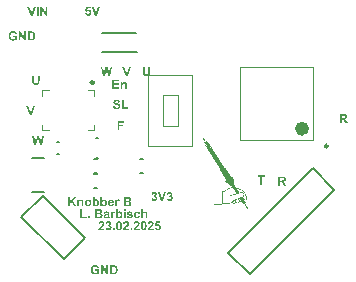
<source format=gto>
G04*
G04 #@! TF.GenerationSoftware,Altium Limited,Altium Designer,25.1.2 (22)*
G04*
G04 Layer_Color=16777215*
%FSLAX43Y43*%
%MOMM*%
G71*
G04*
G04 #@! TF.SameCoordinates,5C5EE618-6C2C-4297-BA5D-AA3BB8D6849B*
G04*
G04*
G04 #@! TF.FilePolarity,Positive*
G04*
G01*
G75*
%ADD10C,0.250*%
%ADD11C,0.600*%
%ADD12C,0.100*%
%ADD13C,0.150*%
G36*
X2800Y-2315D02*
X2806D01*
Y-2321D01*
X2811Y-2321D01*
Y-2331D01*
X2816D01*
Y-2337D01*
X2822D01*
Y-2347D01*
X2827D01*
Y-2353D01*
X2832D01*
Y-2363D01*
X2838D01*
Y-2374D01*
X2843D01*
Y-2379D01*
X2848D01*
Y-2390D01*
X2854Y-2390D01*
Y-2395D01*
X2859D01*
Y-2406D01*
X2864Y-2406D01*
Y-2417D01*
X2869D01*
Y-2422D01*
X2875D01*
X2875Y-2432D01*
X2880D01*
Y-2438D01*
X2885D01*
Y-2448D01*
X2891D01*
Y-2454D01*
X2896D01*
Y-2464D01*
X2901D01*
Y-2475D01*
X2907D01*
Y-2480D01*
X2912D01*
Y-2491D01*
X2917Y-2491D01*
Y-2496D01*
X2923D01*
X2923Y-2507D01*
X2928D01*
Y-2518D01*
X2933D01*
Y-2523D01*
X2939Y-2523D01*
Y-2534D01*
X2944D01*
Y-2539D01*
X2949D01*
X2949Y-2549D01*
X2955D01*
Y-2555D01*
X2960D01*
Y-2565D01*
X2965D01*
Y-2576D01*
X2971D01*
Y-2581D01*
X2976D01*
Y-2592D01*
X2981D01*
Y-2597D01*
X2987D01*
X2987Y-2608D01*
X2981D01*
Y-2613D01*
X2971D01*
Y-2619D01*
X2965D01*
Y-2624D01*
X2955D01*
Y-2629D01*
X2949D01*
Y-2635D01*
X2939Y-2635D01*
Y-2640D01*
X2928D01*
X2928Y-2645D01*
X2923D01*
X2923Y-2651D01*
X2917D01*
Y-2645D01*
X2912D01*
Y-2635D01*
X2907D01*
X2907Y-2624D01*
X2901D01*
Y-2619D01*
X2896D01*
X2896Y-2608D01*
X2891D01*
Y-2603D01*
X2885D01*
Y-2592D01*
X2880D01*
Y-2581D01*
X2875D01*
Y-2576D01*
X2869D01*
Y-2565D01*
X2864D01*
Y-2560D01*
X2859D01*
Y-2549D01*
X2854Y-2549D01*
Y-2544D01*
X2848D01*
Y-2534D01*
X2843Y-2533D01*
Y-2523D01*
X2838D01*
Y-2518D01*
X2832D01*
Y-2507D01*
X2827D01*
X2827Y-2502D01*
X2822D01*
Y-2491D01*
X2816Y-2491D01*
Y-2486D01*
X2811D01*
X2811Y-2475D01*
X2806D01*
X2806Y-2464D01*
X2800D01*
Y-2459D01*
X2795D01*
Y-2448D01*
X2790D01*
Y-2443D01*
X2784D01*
Y-2432D01*
X2779D01*
Y-2422D01*
X2774D01*
Y-2417D01*
X2768D01*
Y-2406D01*
X2763D01*
X2763Y-2401D01*
X2758D01*
Y-2390D01*
X2753Y-2390D01*
Y-2385D01*
X2747Y-2385D01*
Y-2374D01*
X2742D01*
X2742Y-2363D01*
X2737D01*
Y-2358D01*
X2731D01*
Y-2347D01*
X2742D01*
X2742Y-2342D01*
X2747D01*
Y-2337D01*
X2758D01*
X2758Y-2331D01*
X2768D01*
Y-2326D01*
X2774D01*
Y-2321D01*
X2784Y-2321D01*
Y-2315D01*
X2790D01*
Y-2310D01*
X2800D01*
Y-2315D01*
D02*
G37*
G36*
X3109Y-2587D02*
X3130D01*
Y-2592D01*
X3141D01*
Y-2597D01*
X3146Y-2597D01*
Y-2603D01*
X3151D01*
Y-2608D01*
X3157D01*
Y-2619D01*
X3162D01*
Y-2624D01*
X3157D01*
Y-2629D01*
X3135D01*
Y-2635D01*
X3130D01*
Y-2640D01*
X3119D01*
Y-2645D01*
X3109D01*
X3109Y-2651D01*
X3104Y-2651D01*
Y-2661D01*
X3093D01*
X3093Y-2666D01*
X3088D01*
Y-2677D01*
X3093D01*
Y-2688D01*
X3098D01*
Y-2693D01*
X3104D01*
Y-2698D01*
X3109D01*
Y-2693D01*
X3119D01*
Y-2688D01*
X3130D01*
Y-2682D01*
X3135D01*
Y-2677D01*
X3146D01*
Y-2672D01*
X3151D01*
Y-2666D01*
X3162D01*
Y-2661D01*
X3173Y-2661D01*
Y-2656D01*
X3183D01*
Y-2661D01*
X3189Y-2661D01*
Y-2666D01*
X3194D01*
Y-2677D01*
X3199D01*
Y-2688D01*
X3205D01*
Y-2693D01*
X3210D01*
Y-2704D01*
X3215D01*
Y-2709D01*
X3221D01*
Y-2720D01*
X3210D01*
Y-2725D01*
X3205D01*
Y-2730D01*
X3194D01*
Y-2736D01*
X3189Y-2736D01*
Y-2741D01*
X3178Y-2741D01*
Y-2746D01*
X3173D01*
X3173Y-2752D01*
X3162D01*
Y-2757D01*
X3151D01*
Y-2762D01*
X3146D01*
Y-2773D01*
X3151D01*
X3151Y-2778D01*
X3157D01*
Y-2789D01*
X3162D01*
Y-2794D01*
X3167D01*
Y-2789D01*
X3178D01*
X3178Y-2783D01*
X3183D01*
Y-2778D01*
X3194D01*
Y-2773D01*
X3205D01*
X3205Y-2768D01*
X3210D01*
Y-2762D01*
X3221D01*
X3221Y-2757D01*
X3226D01*
X3226Y-2752D01*
X3236D01*
Y-2746D01*
X3242D01*
X3242Y-2752D01*
X3247D01*
Y-2762D01*
X3252Y-2762D01*
Y-2768D01*
X3258D01*
Y-2778D01*
X3263D01*
Y-2789D01*
X3268D01*
Y-2794D01*
X3274D01*
Y-2805D01*
X3279D01*
Y-2815D01*
X3268Y-2815D01*
Y-2821D01*
X3263D01*
Y-2826D01*
X3252D01*
Y-2831D01*
X3242D01*
Y-2837D01*
X3236D01*
X3236Y-2842D01*
X3226D01*
Y-2847D01*
X3221Y-2847D01*
X3221Y-2853D01*
X3210D01*
Y-2858D01*
X3205D01*
Y-2863D01*
X3210Y-2863D01*
Y-2874D01*
X3215D01*
Y-2879D01*
X3221D01*
X3221Y-2890D01*
X3226D01*
Y-2885D01*
X3247Y-2885D01*
Y-2879D01*
X3252D01*
Y-2874D01*
X3263D01*
Y-2869D01*
X3268Y-2869D01*
Y-2863D01*
X3279D01*
Y-2858D01*
X3284D01*
Y-2853D01*
X3295D01*
Y-2842D01*
X3300D01*
Y-2847D01*
X3306Y-2847D01*
X3306Y-2853D01*
X3311D01*
Y-2863D01*
X3316Y-2863D01*
Y-2869D01*
X3322D01*
X3322Y-2879D01*
X3327D01*
Y-2885D01*
X3332D01*
Y-2895D01*
X3338D01*
Y-2911D01*
X3327D01*
Y-2916D01*
X3316D01*
X3316Y-2922D01*
X3311D01*
Y-2927D01*
X3300D01*
Y-2932D01*
X3295D01*
Y-2938D01*
X3284D01*
Y-2943D01*
X3279D01*
Y-2948D01*
X3268Y-2948D01*
Y-2964D01*
X3274D01*
Y-2970D01*
X3279D01*
Y-2980D01*
X3284D01*
Y-2986D01*
X3295D01*
Y-2980D01*
X3300D01*
Y-2975D01*
X3311D01*
Y-2970D01*
X3322D01*
X3322Y-2964D01*
X3327D01*
X3327Y-2959D01*
X3338D01*
Y-2954D01*
X3343Y-2954D01*
X3343Y-2948D01*
X3353D01*
Y-2943D01*
X3364D01*
X3364Y-2948D01*
X3369D01*
Y-2954D01*
X3375Y-2954D01*
Y-2964D01*
X3380D01*
Y-2970D01*
X3385D01*
X3385Y-2980D01*
X3391D01*
Y-2986D01*
X3396D01*
Y-2996D01*
X3401D01*
Y-3007D01*
X3396D01*
Y-3012D01*
X3385D01*
X3385Y-3017D01*
X3380D01*
Y-3023D01*
X3369D01*
Y-3028D01*
X3359Y-3028D01*
Y-3033D01*
X3348D01*
Y-3039D01*
X3338D01*
Y-3049D01*
X3327Y-3049D01*
Y-3055D01*
X3332Y-3055D01*
Y-3065D01*
X3338D01*
X3338Y-3071D01*
X3343D01*
Y-3081D01*
X3353Y-3081D01*
Y-3076D01*
X3359D01*
Y-3071D01*
X3369D01*
X3369Y-3065D01*
X3375D01*
Y-3060D01*
X3385D01*
X3385Y-3055D01*
X3396D01*
Y-3049D01*
X3401D01*
Y-3044D01*
X3412D01*
Y-3039D01*
X3417Y-3039D01*
Y-3033D01*
X3423Y-3033D01*
Y-3039D01*
X3428D01*
Y-3049D01*
X3433D01*
Y-3055D01*
X3439Y-3055D01*
Y-3065D01*
X3444D01*
Y-3071D01*
X3449D01*
Y-3081D01*
X3455D01*
Y-3087D01*
X3460D01*
Y-3103D01*
X3455D01*
Y-3108D01*
X3444D01*
Y-3113D01*
X3433D01*
Y-3119D01*
X3428D01*
Y-3124D01*
X3417D01*
Y-3129D01*
X3412Y-3129D01*
Y-3135D01*
X3401D01*
Y-3140D01*
X3396D01*
Y-3145D01*
X3385D01*
X3385Y-3150D01*
X3375D01*
Y-3156D01*
X3369D01*
Y-3161D01*
X3359D01*
Y-3166D01*
X3353D01*
Y-3172D01*
X3343D01*
Y-3177D01*
X3332D01*
Y-3182D01*
X3327D01*
X3327Y-3188D01*
X3316D01*
Y-3193D01*
X3311Y-3193D01*
Y-3198D01*
X3300D01*
X3300Y-3204D01*
X3295D01*
Y-3209D01*
X3284D01*
Y-3214D01*
X3274D01*
Y-3220D01*
X3268D01*
Y-3225D01*
X3258D01*
X3258Y-3230D01*
X3252D01*
Y-3236D01*
X3242D01*
Y-3241D01*
X3231D01*
Y-3246D01*
X3226D01*
Y-3251D01*
X3215D01*
Y-3257D01*
X3210D01*
Y-3262D01*
X3199D01*
Y-3267D01*
X3194D01*
Y-3273D01*
X3183D01*
Y-3278D01*
X3173D01*
Y-3283D01*
X3167Y-3283D01*
Y-3289D01*
X3157D01*
X3157Y-3278D01*
X3151D01*
Y-3273D01*
X3146D01*
Y-3262D01*
X3141Y-3262D01*
Y-3257D01*
X3135D01*
X3135Y-3246D01*
X3130D01*
Y-3236D01*
X3125D01*
Y-3230D01*
X3119D01*
Y-3225D01*
X3125D01*
Y-3220D01*
X3135Y-3220D01*
X3135Y-3214D01*
X3141D01*
Y-3209D01*
X3151D01*
Y-3204D01*
X3157D01*
X3157Y-3198D01*
X3167D01*
Y-3193D01*
X3173Y-3193D01*
Y-3188D01*
X3183D01*
Y-3182D01*
X3194D01*
Y-3172D01*
X3189D01*
Y-3161D01*
X3183D01*
Y-3150D01*
X3167D01*
Y-3156D01*
X3157D01*
Y-3161D01*
X3151D01*
Y-3166D01*
X3141D01*
X3141Y-3172D01*
X3135D01*
X3135Y-3177D01*
X3125D01*
Y-3182D01*
X3119Y-3182D01*
Y-3188D01*
X3109D01*
Y-3193D01*
X3104D01*
Y-3188D01*
X3093D01*
X3093Y-3177D01*
X3088D01*
Y-3172D01*
X3082D01*
Y-3161D01*
X3077D01*
Y-3156D01*
X3072D01*
Y-3145D01*
X3066D01*
Y-3135D01*
X3061Y-3135D01*
Y-3129D01*
X3066D01*
Y-3124D01*
X3077D01*
Y-3119D01*
X3082Y-3119D01*
Y-3113D01*
X3093D01*
Y-3108D01*
X3098D01*
Y-3103D01*
X3109D01*
Y-3097D01*
X3119Y-3097D01*
Y-3092D01*
X3125D01*
Y-3087D01*
X3135D01*
Y-3076D01*
X3130D01*
Y-3071D01*
X3125D01*
Y-3060D01*
X3119D01*
Y-3049D01*
X3109D01*
Y-3055D01*
X3098Y-3055D01*
Y-3060D01*
X3093D01*
X3093Y-3065D01*
X3082D01*
Y-3071D01*
X3077D01*
Y-3076D01*
X3066D01*
Y-3081D01*
X3056D01*
Y-3087D01*
X3050D01*
Y-3092D01*
X3034D01*
Y-3087D01*
X3029D01*
Y-3076D01*
X3024D01*
Y-3071D01*
X3018D01*
Y-3060D01*
X3013D01*
Y-3055D01*
X3008Y-3055D01*
Y-3044D01*
X3002D01*
Y-3028D01*
X3018D01*
Y-3023D01*
X3024D01*
Y-3017D01*
X3034D01*
Y-3012D01*
X3045D01*
Y-3007D01*
X3050D01*
X3050Y-3002D01*
X3061D01*
Y-2996D01*
X3066D01*
Y-2991D01*
X3072D01*
Y-2975D01*
X3066D01*
Y-2970D01*
X3061Y-2970D01*
Y-2959D01*
X3056D01*
Y-2954D01*
X3050D01*
Y-2959D01*
X3045D01*
Y-2964D01*
X3034D01*
Y-2970D01*
X3024Y-2970D01*
Y-2975D01*
X3018D01*
Y-2980D01*
X3008D01*
Y-2986D01*
X3002D01*
Y-2991D01*
X2992D01*
Y-2996D01*
X2987D01*
Y-3002D01*
X2976D01*
X2976Y-2996D01*
X2971D01*
Y-2986D01*
X2965D01*
Y-2975D01*
X2960D01*
Y-2970D01*
X2955D01*
Y-2959D01*
X2949D01*
X2949Y-2954D01*
X2944D01*
Y-2943D01*
X2939D01*
Y-2938D01*
X2944D01*
Y-2932D01*
X2949D01*
Y-2927D01*
X2960Y-2927D01*
Y-2922D01*
X2965D01*
Y-2916D01*
X2976D01*
Y-2911D01*
X2981D01*
Y-2906D01*
X2992D01*
Y-2900D01*
X3002D01*
Y-2895D01*
X3008D01*
Y-2890D01*
X3013D01*
X3013Y-2885D01*
X3008Y-2885D01*
Y-2874D01*
X3002D01*
Y-2869D01*
X2997D01*
Y-2858D01*
X2992D01*
Y-2863D01*
X2987Y-2863D01*
Y-2869D01*
X2976Y-2869D01*
Y-2874D01*
X2971D01*
Y-2879D01*
X2960D01*
Y-2885D01*
X2949D01*
X2949Y-2890D01*
X2944D01*
Y-2895D01*
X2933D01*
Y-2900D01*
X2928D01*
X2928Y-2906D01*
X2917D01*
Y-2900D01*
X2912D01*
X2912Y-2895D01*
X2907D01*
Y-2885D01*
X2901D01*
Y-2874D01*
X2896D01*
Y-2869D01*
X2891D01*
Y-2858D01*
X2885D01*
X2885Y-2853D01*
X2880D01*
Y-2842D01*
X2885D01*
X2885Y-2837D01*
X2891D01*
Y-2831D01*
X2901D01*
Y-2826D01*
X2907D01*
Y-2821D01*
X2917D01*
Y-2815D01*
X2928D01*
Y-2810D01*
X2933D01*
Y-2805D01*
X2944D01*
Y-2799D01*
X2949D01*
Y-2794D01*
X2955D01*
Y-2789D01*
X2949D01*
X2949Y-2783D01*
X2944D01*
Y-2773D01*
X2939D01*
Y-2768D01*
X2917D01*
Y-2773D01*
X2907D01*
Y-2778D01*
X2901D01*
Y-2783D01*
X2891D01*
Y-2789D01*
X2885Y-2789D01*
X2885Y-2799D01*
X2869D01*
Y-2810D01*
X2859D01*
Y-2805D01*
X2854Y-2805D01*
Y-2799D01*
X2848D01*
X2848Y-2783D01*
X2843Y-2783D01*
Y-2778D01*
X2848D01*
Y-2773D01*
X2843D01*
X2843Y-2757D01*
X2848D01*
Y-2746D01*
X2854D01*
Y-2730D01*
X2859D01*
Y-2720D01*
X2869Y-2720D01*
Y-2714D01*
X2875D01*
Y-2709D01*
X2885D01*
X2885Y-2704D01*
X2896D01*
Y-2698D01*
X2901Y-2698D01*
Y-2693D01*
X2912D01*
Y-2688D01*
X2917D01*
Y-2682D01*
X2928D01*
Y-2677D01*
X2933D01*
Y-2672D01*
X2944D01*
Y-2666D01*
X2955D01*
Y-2661D01*
X2960D01*
Y-2656D01*
X2971D01*
Y-2651D01*
X2976D01*
X2976Y-2645D01*
X2987D01*
Y-2640D01*
X2997Y-2640D01*
Y-2635D01*
X3002D01*
Y-2629D01*
X3013D01*
Y-2624D01*
X3018D01*
Y-2619D01*
X3029D01*
Y-2613D01*
X3034D01*
Y-2608D01*
X3045D01*
Y-2603D01*
X3056D01*
X3056Y-2597D01*
X3061D01*
Y-2592D01*
X3072D01*
Y-2587D01*
X3088D01*
Y-2581D01*
X3109D01*
Y-2587D01*
D02*
G37*
G36*
X3476Y-3124D02*
X3481D01*
Y-3129D01*
X3486D01*
Y-3140D01*
X3492D01*
X3492Y-3150D01*
X3497D01*
Y-3156D01*
X3502D01*
Y-3166D01*
X3508D01*
X3508Y-3172D01*
X3513D01*
Y-3182D01*
X3518D01*
Y-3188D01*
X3524D01*
Y-3198D01*
X3529D01*
Y-3209D01*
X3534D01*
Y-3214D01*
X3540D01*
Y-3225D01*
X3545D01*
Y-3230D01*
X3550D01*
Y-3241D01*
X3556D01*
X3556Y-3246D01*
X3561D01*
Y-3257D01*
X3566D01*
Y-3267D01*
X3572D01*
X3572Y-3273D01*
X3577D01*
Y-3283D01*
X3582D01*
Y-3289D01*
X3588D01*
Y-3299D01*
X3593Y-3299D01*
Y-3310D01*
X3598D01*
Y-3315D01*
X3603Y-3315D01*
Y-3326D01*
X3609D01*
Y-3331D01*
X3614D01*
X3614Y-3342D01*
X3619D01*
Y-3347D01*
X3625Y-3347D01*
Y-3358D01*
X3630D01*
Y-3369D01*
X3635Y-3369D01*
Y-3374D01*
X3641D01*
Y-3384D01*
X3646D01*
Y-3390D01*
X3651D01*
Y-3400D01*
X3657D01*
Y-3411D01*
X3662D01*
Y-3416D01*
X3667D01*
X3667Y-3427D01*
X3673D01*
X3673Y-3432D01*
X3678D01*
Y-3443D01*
X3683D01*
Y-3448D01*
X3689Y-3448D01*
Y-3459D01*
X3694D01*
X3694Y-3470D01*
X3699D01*
Y-3475D01*
X3705D01*
Y-3486D01*
X3710D01*
Y-3491D01*
X3715D01*
Y-3501D01*
X3720D01*
Y-3512D01*
X3726D01*
Y-3517D01*
X3731D01*
Y-3528D01*
X3736D01*
X3736Y-3533D01*
X3742D01*
Y-3544D01*
X3747D01*
Y-3549D01*
X3752D01*
Y-3560D01*
X3758D01*
X3758Y-3571D01*
X3763D01*
Y-3576D01*
X3768D01*
Y-3587D01*
X3774D01*
Y-3592D01*
X3779D01*
Y-3603D01*
X3784D01*
Y-3608D01*
X3790Y-3608D01*
Y-3618D01*
X3795D01*
Y-3629D01*
X3800D01*
X3800Y-3634D01*
X3806D01*
X3806Y-3645D01*
X3811D01*
Y-3650D01*
X3816D01*
Y-3661D01*
X3822D01*
X3822Y-3672D01*
X3827D01*
Y-3677D01*
X3832D01*
Y-3688D01*
X3837D01*
Y-3693D01*
X3843D01*
Y-3704D01*
X3848D01*
Y-3709D01*
X3853Y-3709D01*
Y-3720D01*
X3859D01*
Y-3730D01*
X3864D01*
Y-3735D01*
X3869D01*
X3869Y-3746D01*
X3875D01*
Y-3751D01*
X3880D01*
Y-3762D01*
X3885D01*
X3885Y-3773D01*
X3891D01*
Y-3778D01*
X3896D01*
Y-3789D01*
X3901D01*
Y-3794D01*
X3907D01*
Y-3805D01*
X3912D01*
Y-3810D01*
X3917D01*
X3917Y-3821D01*
X3923D01*
X3923Y-3831D01*
X3928D01*
Y-3837D01*
X3933D01*
Y-3847D01*
X3939Y-3847D01*
Y-3852D01*
X3944D01*
Y-3863D01*
X3949Y-3863D01*
Y-3874D01*
X3954D01*
Y-3879D01*
X3960D01*
X3960Y-3890D01*
X3965D01*
Y-3895D01*
X3970D01*
Y-3906D01*
X3976Y-3906D01*
Y-3911D01*
X3981D01*
X3981Y-3922D01*
X3986D01*
X3986Y-3932D01*
X3992D01*
Y-3938D01*
X3997D01*
Y-3948D01*
X4002Y-3948D01*
Y-3954D01*
X4008D01*
Y-3964D01*
X4013D01*
Y-3970D01*
X4018D01*
Y-3980D01*
X4024D01*
Y-3991D01*
X4029D01*
X4029Y-3996D01*
X4034D01*
Y-4007D01*
X4040Y-4007D01*
Y-4012D01*
X4045D01*
X4045Y-4023D01*
X4050D01*
X4050Y-4033D01*
X4056D01*
Y-4039D01*
X4061D01*
Y-4049D01*
X4066D01*
Y-4055D01*
X4071D01*
Y-4065D01*
X4077D01*
Y-4071D01*
X4082Y-4071D01*
Y-4081D01*
X4087D01*
Y-4092D01*
X4093D01*
Y-4097D01*
X4098D01*
Y-4108D01*
X4103Y-4108D01*
Y-4113D01*
X4109D01*
X4109Y-4124D01*
X4114D01*
X4114Y-4134D01*
X4119D01*
Y-4140D01*
X4125D01*
Y-4150D01*
X4130D01*
Y-4156D01*
X4135D01*
X4135Y-4166D01*
X4141D01*
Y-4172D01*
X4146Y-4172D01*
Y-4182D01*
X4151D01*
Y-4193D01*
X4157Y-4193D01*
Y-4198D01*
X4162D01*
Y-4209D01*
X4167D01*
Y-4214D01*
X4173D01*
Y-4225D01*
X4178D01*
X4178Y-4235D01*
X4183D01*
Y-4241D01*
X4188Y-4241D01*
Y-4251D01*
X4194D01*
X4194Y-4257D01*
X4199Y-4257D01*
Y-4267D01*
X4204D01*
Y-4273D01*
X4210D01*
X4210Y-4283D01*
X4215D01*
Y-4294D01*
X4220D01*
Y-4299D01*
X4226D01*
Y-4310D01*
X4231D01*
X4231Y-4315D01*
X4236D01*
X4236Y-4326D01*
X4242D01*
Y-4331D01*
X4247D01*
Y-4342D01*
X4252Y-4342D01*
Y-4352D01*
X4258D01*
Y-4358D01*
X4263Y-4358D01*
Y-4368D01*
X4268D01*
Y-4374D01*
X4274D01*
Y-4384D01*
X4279D01*
Y-4395D01*
X4284D01*
Y-4400D01*
X4290D01*
Y-4411D01*
X4295D01*
Y-4416D01*
X4300D01*
X4300Y-4427D01*
X4306D01*
Y-4432D01*
X4311D01*
Y-4443D01*
X4316Y-4443D01*
X4316Y-4453D01*
X4321D01*
Y-4459D01*
X4327D01*
Y-4469D01*
X4332D01*
Y-4475D01*
X4337D01*
Y-4485D01*
X4343D01*
Y-4496D01*
X4348D01*
Y-4501D01*
X4353Y-4501D01*
Y-4512D01*
X4359D01*
Y-4517D01*
X4364D01*
X4364Y-4528D01*
X4369D01*
Y-4533D01*
X4375D01*
Y-4544D01*
X4380D01*
X4380Y-4555D01*
X4385D01*
Y-4560D01*
X4391D01*
Y-4570D01*
X4396D01*
Y-4576D01*
X4401D01*
X4401Y-4586D01*
X4407D01*
Y-4597D01*
X4412D01*
Y-4602D01*
X4417Y-4602D01*
Y-4613D01*
X4423D01*
Y-4618D01*
X4428D01*
X4428Y-4629D01*
X4433D01*
Y-4634D01*
X4438D01*
Y-4645D01*
X4444D01*
X4444Y-4656D01*
X4449Y-4656D01*
Y-4661D01*
X4454D01*
Y-4672D01*
X4460D01*
Y-4677D01*
X4465D01*
Y-4688D01*
X4470D01*
Y-4693D01*
X4476D01*
X4476Y-4703D01*
X4481D01*
Y-4714D01*
X4486Y-4714D01*
Y-4719D01*
X4492Y-4719D01*
Y-4730D01*
X4497D01*
Y-4735D01*
X4502D01*
Y-4746D01*
X4508D01*
Y-4757D01*
X4513Y-4757D01*
Y-4762D01*
X4518D01*
Y-4773D01*
X4524D01*
Y-4778D01*
X4529D01*
Y-4789D01*
X4534D01*
Y-4794D01*
X4540D01*
X4540Y-4805D01*
X4545D01*
X4545Y-4815D01*
X4550D01*
Y-4820D01*
X4555D01*
Y-4831D01*
X4561D01*
Y-4836D01*
X4582Y-4836D01*
Y-4842D01*
X4603D01*
X4603Y-4847D01*
X4625D01*
X4625Y-4852D01*
X4641D01*
Y-4858D01*
X4651D01*
Y-4863D01*
X4657D01*
X4657Y-4868D01*
X4662D01*
Y-4879D01*
X4667D01*
Y-4890D01*
X4672D01*
Y-4895D01*
X4678D01*
Y-4906D01*
X4683D01*
Y-4911D01*
X4688D01*
X4688Y-4922D01*
X4694Y-4922D01*
Y-4927D01*
X4699D01*
Y-4937D01*
X4704D01*
X4704Y-4948D01*
X4710D01*
Y-4953D01*
X4715D01*
Y-4964D01*
X4720D01*
Y-4969D01*
X4726D01*
X4726Y-4980D01*
X4731D01*
X4731Y-4991D01*
X4736D01*
Y-4996D01*
X4742D01*
Y-5007D01*
X4747D01*
Y-5012D01*
X4752D01*
X4752Y-5023D01*
X4758Y-5023D01*
Y-5028D01*
X4763D01*
Y-5039D01*
X4768D01*
X4768Y-5049D01*
X4774D01*
X4774Y-5054D01*
X4779D01*
Y-5065D01*
X4784D01*
Y-5070D01*
X4789D01*
Y-5081D01*
X4795D01*
X4795Y-5092D01*
X4800D01*
Y-5097D01*
X4805D01*
Y-5108D01*
X4811D01*
Y-5113D01*
X4816D01*
Y-5124D01*
X4821Y-5124D01*
Y-5129D01*
X4827D01*
Y-5140D01*
X4832D01*
Y-5150D01*
X4837D01*
X4837Y-5156D01*
X4843D01*
Y-5166D01*
X4848D01*
Y-5171D01*
X4853D01*
Y-5182D01*
X4859D01*
X4859Y-5187D01*
X4864D01*
Y-5198D01*
X4869D01*
Y-5209D01*
X4875Y-5209D01*
X4875Y-5214D01*
X4880D01*
X4880Y-5225D01*
X4885D01*
Y-5230D01*
X4891D01*
Y-5241D01*
X4896D01*
Y-5251D01*
X4901D01*
Y-5257D01*
X4906D01*
Y-5267D01*
X4912D01*
Y-5273D01*
X4917D01*
Y-5283D01*
X4922D01*
Y-5288D01*
X4928D01*
Y-5299D01*
X4933D01*
Y-5304D01*
Y-5310D01*
X4938D01*
X4938Y-5315D01*
X4944Y-5315D01*
Y-5326D01*
X4949D01*
Y-5331D01*
X4954D01*
Y-5342D01*
X4960D01*
Y-5352D01*
X4965D01*
Y-5358D01*
X4970D01*
Y-5368D01*
X4976D01*
Y-5374D01*
X4981D01*
Y-5384D01*
X4986D01*
Y-5390D01*
X4992D01*
Y-5400D01*
X4997Y-5400D01*
Y-5411D01*
X5002D01*
X5002Y-5416D01*
X5008Y-5416D01*
Y-5427D01*
X5013D01*
Y-5432D01*
X5018D01*
X5018Y-5443D01*
X5023D01*
Y-5453D01*
X5029D01*
Y-5459D01*
X5034D01*
Y-5469D01*
X5039D01*
Y-5475D01*
X5045D01*
X5045Y-5485D01*
X5050D01*
Y-5491D01*
X5055D01*
Y-5501D01*
X5061Y-5501D01*
Y-5512D01*
X5066D01*
Y-5517D01*
X5071D01*
Y-5528D01*
X5077D01*
Y-5533D01*
X5082D01*
X5082Y-5544D01*
X5087D01*
Y-5549D01*
X5093D01*
Y-5560D01*
X5098Y-5560D01*
Y-5570D01*
X5103D01*
Y-5576D01*
X5109D01*
X5109Y-5586D01*
X5114D01*
Y-5592D01*
X5119D01*
Y-5597D01*
X5135D01*
Y-5602D01*
X5156D01*
Y-5608D01*
X5183D01*
Y-5613D01*
X5204D01*
X5204Y-5618D01*
X5226D01*
Y-5624D01*
X5252D01*
X5252Y-5629D01*
X5273D01*
X5273Y-5634D01*
X5300D01*
Y-5640D01*
X5311Y-5640D01*
Y-5645D01*
X5316D01*
Y-5655D01*
X5321Y-5655D01*
Y-5661D01*
X5327D01*
Y-5671D01*
X5332D01*
Y-5682D01*
X5337D01*
Y-5687D01*
X5343D01*
Y-5698D01*
X5348D01*
Y-5703D01*
X5353Y-5703D01*
Y-5714D01*
X5359D01*
Y-5741D01*
X5353D01*
Y-5762D01*
X5348D01*
Y-5788D01*
X5343D01*
Y-5815D01*
X5337D01*
X5337Y-5820D01*
X5343D01*
Y-5826D01*
X5348D01*
Y-5836D01*
X5353D01*
X5353Y-5842D01*
X5359D01*
Y-5852D01*
X5364D01*
Y-5858D01*
X5369D01*
Y-5868D01*
X5375Y-5868D01*
X5375Y-5879D01*
X5380D01*
Y-5884D01*
X5385D01*
Y-5895D01*
X5390D01*
Y-5900D01*
X5396D01*
Y-5911D01*
X5401D01*
Y-5927D01*
X5396D01*
Y-5948D01*
X5390D01*
Y-5975D01*
X5385Y-5975D01*
Y-6001D01*
X5380D01*
Y-6022D01*
X5375D01*
Y-6044D01*
X5380D01*
Y-6054D01*
X5385Y-6054D01*
Y-6065D01*
X5390D01*
Y-6070D01*
X5396D01*
Y-6081D01*
X5401D01*
X5401Y-6086D01*
X5406D01*
Y-6097D01*
X5412D01*
Y-6102D01*
X5417D01*
Y-6113D01*
X5422D01*
Y-6123D01*
X5428Y-6123D01*
Y-6129D01*
X5433D01*
Y-6139D01*
X5438Y-6139D01*
Y-6155D01*
X5433D01*
Y-6171D01*
X5428D01*
Y-6187D01*
X5422D01*
Y-6209D01*
X5417D01*
X5417Y-6230D01*
X5412D01*
Y-6262D01*
X5406D01*
Y-6278D01*
X5412D01*
X5412Y-6283D01*
X5417D01*
X5417Y-6294D01*
X5422D01*
Y-6299D01*
X5428D01*
Y-6310D01*
X5433D01*
Y-6315D01*
X5438D01*
Y-6326D01*
X5444D01*
Y-6336D01*
X5449D01*
X5449Y-6342D01*
X5454D01*
Y-6352D01*
X5460D01*
Y-6358D01*
X5465D01*
Y-6368D01*
X5470D01*
Y-6373D01*
X5476Y-6373D01*
Y-6384D01*
X5481D01*
Y-6395D01*
X5486D01*
Y-6400D01*
X5492D01*
Y-6411D01*
X5497D01*
Y-6416D01*
X5502D01*
Y-6427D01*
X5507D01*
Y-6437D01*
X5513Y-6437D01*
Y-6443D01*
X5518D01*
Y-6453D01*
X5523D01*
Y-6459D01*
X5529D01*
Y-6469D01*
X5534D01*
Y-6475D01*
X5539Y-6475D01*
X5539Y-6485D01*
X5545D01*
Y-6496D01*
X5550Y-6496D01*
Y-6501D01*
X5555D01*
Y-6512D01*
X5561D01*
X5561Y-6517D01*
X5566D01*
Y-6528D01*
X5571D01*
Y-6538D01*
X5577D01*
Y-6544D01*
X5582D01*
Y-6554D01*
X5587Y-6554D01*
Y-6560D01*
X5593D01*
Y-6570D01*
X5630D01*
Y-6576D01*
X5656D01*
Y-6581D01*
X5678D01*
X5678Y-6586D01*
X5704D01*
Y-6592D01*
X5726D01*
Y-6602D01*
X5752Y-6602D01*
Y-6607D01*
X5768D01*
Y-6613D01*
X5789D01*
X5789Y-6618D01*
X5805D01*
Y-6623D01*
X5821D01*
Y-6629D01*
X5837D01*
Y-6634D01*
X5853D01*
X5853Y-6639D01*
X5869D01*
Y-6645D01*
X5885D01*
Y-6650D01*
X5896D01*
X5896Y-6655D01*
X5912D01*
Y-6661D01*
X5922D01*
Y-6666D01*
X5938D01*
Y-6671D01*
X5949D01*
Y-6677D01*
X5960D01*
Y-6682D01*
X5970D01*
Y-6687D01*
X5981Y-6687D01*
Y-6693D01*
X5991D01*
X5991Y-6698D01*
X6002D01*
Y-6703D01*
X6013D01*
Y-6709D01*
X6023D01*
Y-6714D01*
X6034D01*
Y-6719D01*
X6045D01*
Y-6724D01*
X6055D01*
Y-6730D01*
X6061D01*
Y-6735D01*
X6071D01*
Y-6740D01*
X6082D01*
Y-6746D01*
X6087D01*
Y-6751D01*
X6098D01*
X6098Y-6756D01*
X6108D01*
Y-6762D01*
X6114D01*
Y-6767D01*
X6124D01*
Y-6772D01*
X6130D01*
Y-6778D01*
X6140Y-6778D01*
Y-6783D01*
X6146Y-6783D01*
Y-6788D01*
X6151D01*
Y-6794D01*
X6156D01*
Y-6799D01*
X6167D01*
X6167Y-6804D01*
X6172D01*
Y-6810D01*
X6178D01*
Y-6815D01*
X6188D01*
Y-6820D01*
X6194D01*
Y-6826D01*
X6204Y-6826D01*
Y-6836D01*
X6210D01*
Y-6841D01*
X6215D01*
Y-6847D01*
X6225D01*
X6225Y-6852D01*
X6231D01*
Y-6857D01*
X6236D01*
Y-6863D01*
X6241D01*
Y-6873D01*
X6247D01*
X6247Y-6879D01*
X6252D01*
Y-6884D01*
X6257D01*
Y-6889D01*
X6263D01*
Y-6895D01*
X6268D01*
Y-6900D01*
X6273D01*
Y-6905D01*
X6279D01*
Y-6916D01*
X6284D01*
Y-6921D01*
X6289D01*
Y-6927D01*
X6295Y-6927D01*
Y-6937D01*
X6300D01*
Y-6943D01*
X6305D01*
X6305Y-6953D01*
X6311D01*
Y-6958D01*
X6316D01*
Y-6969D01*
X6321D01*
Y-6974D01*
X6327D01*
Y-6990D01*
X6332Y-6990D01*
X6332Y-6996D01*
X6337D01*
Y-7012D01*
X6342Y-7012D01*
Y-7022D01*
X6348D01*
Y-7038D01*
X6353D01*
Y-7049D01*
X6358D01*
Y-7060D01*
X6364D01*
Y-7076D01*
X6369D01*
Y-7091D01*
X6374D01*
Y-7102D01*
X6380D01*
Y-7118D01*
X6385Y-7118D01*
Y-7134D01*
X6390D01*
X6390Y-7145D01*
X6396D01*
Y-7155D01*
X6401Y-7155D01*
Y-7171D01*
X6406D01*
Y-7187D01*
X6412D01*
Y-7198D01*
X6417D01*
Y-7214D01*
X6422D01*
Y-7224D01*
X6428D01*
Y-7240D01*
X6433D01*
Y-7256D01*
X6438D01*
Y-7267D01*
X6444D01*
Y-7278D01*
X6449Y-7278D01*
Y-7294D01*
X6454D01*
Y-7310D01*
X6459Y-7310D01*
Y-7320D01*
X6465D01*
Y-7331D01*
X6470D01*
Y-7347D01*
X6475Y-7347D01*
Y-7363D01*
X6481Y-7363D01*
Y-7373D01*
X6486D01*
Y-7389D01*
X6491D01*
Y-7400D01*
X6497D01*
Y-7427D01*
X6502D01*
Y-7469D01*
X6497D01*
X6497Y-7496D01*
X6491D01*
X6491Y-7506D01*
X6486D01*
Y-7522D01*
X6481D01*
Y-7533D01*
X6475D01*
Y-7538D01*
X6470D01*
Y-7549D01*
X6465D01*
Y-7554D01*
X6459D01*
Y-7565D01*
X6454D01*
Y-7570D01*
X6449D01*
Y-7575D01*
X6444D01*
Y-7581D01*
X6438D01*
Y-7586D01*
X6428D01*
Y-7591D01*
X6422Y-7591D01*
Y-7597D01*
X6417D01*
Y-7602D01*
X6406D01*
X6406Y-7607D01*
X6396D01*
Y-7613D01*
X6385Y-7613D01*
Y-7618D01*
X6369D01*
X6369Y-7623D01*
X6321D01*
Y-7618D01*
X6289D01*
Y-7613D01*
X6273D01*
Y-7607D01*
X6263D01*
Y-7602D01*
X6252D01*
Y-7613D01*
X6257D01*
X6257Y-7623D01*
X6263D01*
Y-7629D01*
X6268D01*
Y-7639D01*
X6273D01*
Y-7645D01*
X6279D01*
Y-7655D01*
X6284D01*
Y-7661D01*
X6289D01*
Y-7671D01*
X6295D01*
Y-7682D01*
X6300D01*
Y-7687D01*
X6305D01*
X6305Y-7698D01*
X6311D01*
Y-7703D01*
X6316D01*
Y-7714D01*
X6321D01*
X6321Y-7724D01*
X6327D01*
X6327Y-7730D01*
X6332D01*
Y-7740D01*
X6337D01*
Y-7746D01*
X6342D01*
Y-7756D01*
X6348D01*
X6348Y-7762D01*
X6353D01*
Y-7772D01*
X6358D01*
Y-7783D01*
X6364D01*
Y-7788D01*
X6369D01*
X6369Y-7799D01*
X6374Y-7799D01*
Y-7804D01*
X6380D01*
Y-7815D01*
X6385D01*
Y-7820D01*
X6390D01*
Y-7831D01*
X6396D01*
Y-7847D01*
X6390D01*
Y-7852D01*
X6380D01*
X6380Y-7857D01*
X6374D01*
Y-7863D01*
X6364D01*
Y-7868D01*
X6353D01*
Y-7873D01*
X6348D01*
Y-7879D01*
X6337D01*
Y-7884D01*
X6332Y-7884D01*
X6332Y-7900D01*
X6337D01*
Y-7905D01*
X6342Y-7905D01*
Y-7916D01*
X6348D01*
X6348Y-7921D01*
X6353D01*
Y-7932D01*
X6358D01*
Y-7942D01*
X6364D01*
Y-7948D01*
X6369D01*
Y-7958D01*
X6374D01*
Y-7964D01*
X6380D01*
Y-7974D01*
X6385D01*
Y-7980D01*
X6390D01*
X6390Y-7990D01*
X6396D01*
X6396Y-8001D01*
X6401D01*
Y-8006D01*
X6406Y-8006D01*
Y-8017D01*
X6412D01*
Y-8022D01*
X6417D01*
Y-8033D01*
X6422D01*
Y-8038D01*
X6428D01*
Y-8049D01*
X6433D01*
Y-8059D01*
X6438D01*
Y-8065D01*
X6444Y-8065D01*
Y-8075D01*
X6449D01*
Y-8081D01*
X6454D01*
Y-8091D01*
X6459D01*
X6459Y-8102D01*
X6465D01*
Y-8107D01*
X6470D01*
Y-8118D01*
X6475D01*
X6475Y-8123D01*
X6481D01*
Y-8134D01*
X6486D01*
Y-8139D01*
X6491D01*
Y-8150D01*
X6497Y-8150D01*
Y-8160D01*
X6502D01*
Y-8166D01*
X6507Y-8166D01*
Y-8176D01*
X6513D01*
Y-8182D01*
X6518D01*
Y-8192D01*
X6523D01*
Y-8203D01*
X6529Y-8203D01*
Y-8208D01*
X6534D01*
Y-8219D01*
X6539D01*
Y-8224D01*
X6545D01*
Y-8230D01*
X6539D01*
Y-8235D01*
X6545D01*
Y-8246D01*
X6550D01*
Y-8251D01*
X6555D01*
X6555Y-8262D01*
X6561D01*
Y-8267D01*
X6566D01*
Y-8272D01*
X6561D01*
Y-8277D01*
X6566Y-8277D01*
Y-8288D01*
X6571D01*
X6571Y-8299D01*
X6576Y-8299D01*
X6577Y-8315D01*
X6582D01*
Y-8325D01*
X6587D01*
Y-8331D01*
X6582D01*
Y-8336D01*
X6587D01*
Y-8341D01*
X6592D01*
Y-8357D01*
X6598D01*
Y-8379D01*
X6603D01*
Y-8384D01*
X6598D01*
X6598Y-8389D01*
X6592D01*
Y-8384D01*
X6582D01*
Y-8379D01*
X6576D01*
Y-8373D01*
X6566D01*
Y-8363D01*
X6561D01*
Y-8357D01*
X6550D01*
Y-8347D01*
X6545D01*
Y-8341D01*
X6534D01*
Y-8331D01*
X6529D01*
Y-8325D01*
X6518D01*
Y-8315D01*
X6513D01*
Y-8309D01*
X6507D01*
Y-8299D01*
X6502Y-8299D01*
Y-8293D01*
X6491D01*
Y-8283D01*
X6486D01*
Y-8277D01*
X6481D01*
Y-8267D01*
X6475D01*
X6475Y-8262D01*
X6470D01*
Y-8251D01*
X6465D01*
Y-8246D01*
X6454D01*
Y-8235D01*
X6449D01*
Y-8230D01*
X6444Y-8230D01*
Y-8219D01*
X6438D01*
Y-8208D01*
X6433D01*
X6433Y-8203D01*
X6428D01*
Y-8192D01*
X6422D01*
Y-8187D01*
X6417D01*
Y-8176D01*
X6412D01*
Y-8171D01*
X6406Y-8171D01*
Y-8160D01*
X6401D01*
Y-8150D01*
X6396Y-8150D01*
Y-8145D01*
X6390D01*
Y-8134D01*
X6385D01*
Y-8129D01*
X6380D01*
Y-8118D01*
X6374D01*
Y-8107D01*
X6369D01*
X6369Y-8102D01*
X6364D01*
Y-8091D01*
X6358Y-8091D01*
Y-8086D01*
X6353D01*
Y-8075D01*
X6348D01*
Y-8070D01*
X6342Y-8070D01*
Y-8059D01*
X6337D01*
Y-8049D01*
X6332Y-8049D01*
Y-8043D01*
X6327D01*
Y-8033D01*
X6321D01*
Y-8028D01*
X6316D01*
Y-8017D01*
X6311D01*
Y-8006D01*
X6305Y-8006D01*
X6305Y-8001D01*
X6300D01*
Y-7990D01*
X6295Y-7990D01*
Y-7985D01*
X6289D01*
Y-7974D01*
X6284D01*
Y-7969D01*
X6279D01*
Y-7958D01*
X6273D01*
Y-7948D01*
X6268D01*
Y-7942D01*
X6263D01*
Y-7932D01*
X6252D01*
Y-7937D01*
X6247D01*
Y-7942D01*
X6236D01*
Y-7948D01*
X6231D01*
Y-7953D01*
X6220D01*
Y-7958D01*
X6215D01*
Y-7964D01*
X6204D01*
Y-7969D01*
X6194Y-7969D01*
Y-7974D01*
X6188D01*
Y-7964D01*
X6183D01*
Y-7958D01*
X6178D01*
Y-7948D01*
X6172D01*
Y-7937D01*
X6167D01*
X6167Y-7932D01*
X6162D01*
X6162Y-7921D01*
X6156D01*
Y-7916D01*
X6151D01*
Y-7905D01*
X6146D01*
Y-7900D01*
X6140Y-7900D01*
X6140Y-7889D01*
X6135D01*
Y-7879D01*
X6130D01*
Y-7873D01*
X6124D01*
Y-7863D01*
X6119D01*
Y-7857D01*
X6114D01*
Y-7847D01*
X6108D01*
Y-7836D01*
X6103D01*
Y-7831D01*
X6098D01*
X6098Y-7820D01*
X6093D01*
Y-7815D01*
X6087D01*
Y-7804D01*
X6082D01*
Y-7799D01*
X6077Y-7799D01*
X6077Y-7788D01*
X6071D01*
Y-7778D01*
X6066D01*
Y-7772D01*
X6061D01*
X6061Y-7762D01*
X6055D01*
X6055Y-7756D01*
X6050D01*
Y-7746D01*
X6045D01*
Y-7735D01*
X6039D01*
Y-7730D01*
X5997D01*
X5997Y-7735D01*
X5944Y-7735D01*
Y-7730D01*
X5922D01*
Y-7724D01*
X5917D01*
X5917Y-7719D01*
X5912Y-7719D01*
Y-7708D01*
X5906D01*
Y-7703D01*
X5874D01*
Y-7708D01*
X5869D01*
Y-7719D01*
X5864D01*
Y-7730D01*
X5859D01*
Y-7740D01*
X5853D01*
X5853Y-7756D01*
X5848D01*
Y-7772D01*
X5843D01*
Y-7783D01*
X5837D01*
Y-7794D01*
X5832D01*
Y-7799D01*
X5827Y-7799D01*
Y-7809D01*
X5821D01*
Y-7815D01*
X5811D01*
X5811Y-7820D01*
X5805D01*
Y-7825D01*
X5795D01*
Y-7831D01*
X5789D01*
X5789Y-7836D01*
X5784D01*
Y-7841D01*
X5773D01*
Y-7847D01*
X5763D01*
Y-7852D01*
X5752D01*
X5752Y-7857D01*
X5736D01*
Y-7863D01*
X5704D01*
X5704Y-7868D01*
X5662D01*
Y-7863D01*
X5630D01*
Y-7857D01*
X5614D01*
Y-7852D01*
X5603D01*
X5603Y-7847D01*
X5593D01*
Y-7841D01*
X5582Y-7841D01*
Y-7836D01*
X5577D01*
Y-7831D01*
X5571D01*
Y-7825D01*
X5561D01*
X5561Y-7820D01*
X5555D01*
Y-7815D01*
X5550D01*
Y-7809D01*
X5545D01*
Y-7815D01*
X5539D01*
Y-7820D01*
X5534Y-7820D01*
Y-7831D01*
X5529D01*
Y-7841D01*
X5523Y-7841D01*
Y-7847D01*
X5518D01*
Y-7852D01*
X5513D01*
X5513Y-7857D01*
X5507D01*
Y-7863D01*
X5502Y-7863D01*
Y-7868D01*
X5497D01*
X5497Y-7873D01*
X5486D01*
Y-7879D01*
X5481D01*
Y-7884D01*
X5476D01*
Y-7889D01*
X5465D01*
Y-7895D01*
X5454D01*
Y-7900D01*
X5444D01*
Y-7905D01*
X5428D01*
Y-7911D01*
X5396D01*
Y-7916D01*
X5348D01*
Y-7911D01*
X5321D01*
Y-7905D01*
X5311D01*
Y-7900D01*
X5295D01*
Y-7895D01*
X5284D01*
Y-7889D01*
X5279D01*
Y-7884D01*
X5268Y-7884D01*
Y-7879D01*
X5263D01*
Y-7873D01*
X5258D01*
X5258Y-7868D01*
X5252D01*
Y-7863D01*
X5242Y-7863D01*
Y-7857D01*
X5236D01*
Y-7847D01*
X5231D01*
Y-7841D01*
X5226D01*
Y-7836D01*
X5220Y-7836D01*
Y-7825D01*
X5215D01*
Y-7820D01*
X5210D01*
X5210Y-7825D01*
X5199D01*
Y-7831D01*
X5188D01*
Y-7836D01*
X5183D01*
X5183Y-7841D01*
X5172Y-7841D01*
Y-7847D01*
X5162D01*
Y-7852D01*
X5151D01*
Y-7857D01*
X5141D01*
Y-7863D01*
X5130D01*
Y-7868D01*
X5114D01*
Y-7873D01*
X5103D01*
Y-7879D01*
X5087D01*
Y-7884D01*
X5071D01*
Y-7889D01*
X5061Y-7889D01*
Y-7895D01*
X5045D01*
X5045Y-7900D01*
X5023D01*
X5023Y-7905D01*
X5002D01*
X5002Y-7911D01*
X4986D01*
Y-7916D01*
X4960D01*
Y-7921D01*
X4933D01*
Y-7926D01*
X4901D01*
Y-7932D01*
X4848D01*
Y-7937D01*
X4662D01*
Y-7932D01*
X4609D01*
Y-7926D01*
X4577Y-7926D01*
Y-7921D01*
X4545D01*
X4545Y-7916D01*
X4518D01*
Y-7911D01*
X4497D01*
Y-7905D01*
X4476D01*
Y-7900D01*
X4454Y-7900D01*
Y-7895D01*
X4433D01*
Y-7932D01*
X4428D01*
Y-7948D01*
X4423D01*
Y-7958D01*
X4417D01*
Y-7969D01*
X4412Y-7969D01*
Y-7974D01*
X4407D01*
Y-7980D01*
X4401D01*
Y-7985D01*
X4396Y-7985D01*
Y-7990D01*
X4391D01*
Y-7996D01*
X4385D01*
Y-8001D01*
X4375D01*
X4375Y-8006D01*
X4359D01*
Y-8012D01*
X3747D01*
Y-8006D01*
X3731D01*
X3731Y-8001D01*
X3720D01*
Y-7996D01*
X3715D01*
Y-7990D01*
X3705Y-7990D01*
Y-7985D01*
X3699D01*
Y-7974D01*
X3694D01*
Y-7969D01*
X3689Y-7969D01*
Y-7958D01*
X3683D01*
Y-7948D01*
X3678D01*
Y-7926D01*
X3673D01*
X3673Y-6868D01*
X3678D01*
Y-6852D01*
X3683Y-6852D01*
Y-6836D01*
X3689D01*
Y-6831D01*
X3694D01*
Y-6820D01*
X3699D01*
Y-6815D01*
X3705D01*
X3705Y-6810D01*
X3715D01*
Y-6804D01*
X3720Y-6804D01*
X3720Y-6799D01*
X3731D01*
Y-6794D01*
X3747D01*
Y-6788D01*
X4364Y-6788D01*
Y-6794D01*
X4375D01*
Y-6799D01*
X4380D01*
X4380Y-6804D01*
X4391Y-6804D01*
Y-6810D01*
X4401D01*
Y-6820D01*
X4412D01*
Y-6831D01*
X4417D01*
Y-6841D01*
X4423D01*
Y-6852D01*
X4428D01*
Y-6873D01*
X4433D01*
Y-6916D01*
X4444D01*
X4444Y-6911D01*
X4454D01*
Y-6905D01*
X4460D01*
Y-6900D01*
X4465D01*
X4465Y-6895D01*
X4476D01*
Y-6889D01*
X4481D01*
Y-6884D01*
X4486D01*
Y-6879D01*
X4497D01*
Y-6873D01*
X4502D01*
Y-6868D01*
X4513Y-6868D01*
Y-6863D01*
X4518D01*
Y-6857D01*
X4524D01*
Y-6852D01*
X4534D01*
Y-6847D01*
X4540Y-6847D01*
Y-6841D01*
X4550D01*
Y-6836D01*
X4561D01*
Y-6831D01*
X4566D01*
X4566Y-6826D01*
X4571D01*
Y-6820D01*
X4582D01*
Y-6815D01*
X4587D01*
X4587Y-6810D01*
X4598D01*
Y-6804D01*
X4603D01*
X4603Y-6799D01*
X4614D01*
Y-6794D01*
X4619D01*
Y-6788D01*
X4630D01*
X4630Y-6783D01*
X4635Y-6783D01*
Y-6778D01*
X4646D01*
Y-6772D01*
X4651D01*
Y-6767D01*
X4662D01*
Y-6762D01*
X4667D01*
Y-6756D01*
X4678D01*
Y-6751D01*
X4688D01*
X4688Y-6746D01*
X4694Y-6746D01*
Y-6740D01*
X4699D01*
Y-6735D01*
X4710D01*
Y-6730D01*
X4720D01*
Y-6724D01*
X4726D01*
Y-6719D01*
X4736D01*
Y-6714D01*
X4747D01*
Y-6709D01*
X4752D01*
X4752Y-6703D01*
X4763D01*
Y-6698D01*
X4774D01*
Y-6693D01*
X4779D01*
Y-6687D01*
X4789D01*
X4789Y-6682D01*
X4800D01*
Y-6677D01*
X4805D01*
Y-6671D01*
X4816D01*
Y-6666D01*
X4827Y-6666D01*
Y-6661D01*
X4837D01*
X4837Y-6655D01*
X4843D01*
X4843Y-6650D01*
X4853D01*
Y-6645D01*
X4864D01*
Y-6639D01*
X4875D01*
X4875Y-6634D01*
X4880D01*
X4880Y-6629D01*
X4896D01*
Y-6623D01*
X4901D01*
Y-6618D01*
X4912D01*
Y-6613D01*
X4922D01*
Y-6607D01*
X4933D01*
Y-6602D01*
X4949D01*
Y-6597D01*
X4960D01*
Y-6592D01*
X4970D01*
Y-6586D01*
X4981D01*
Y-6581D01*
X4992D01*
Y-6576D01*
X5013D01*
Y-6570D01*
X5023D01*
Y-6565D01*
X5039D01*
X5039Y-6560D01*
X5066D01*
Y-6554D01*
X5087D01*
X5087Y-6549D01*
X5119D01*
Y-6544D01*
X5135D01*
Y-6538D01*
X5178Y-6538D01*
Y-6533D01*
X5183Y-6533D01*
Y-6538D01*
X5188D01*
X5188Y-6533D01*
X5279D01*
Y-6528D01*
X5273D01*
Y-6517D01*
X5268D01*
X5268Y-6512D01*
X5263D01*
Y-6501D01*
X5258D01*
Y-6490D01*
X5252D01*
X5252Y-6485D01*
X5247D01*
X5247Y-6475D01*
X5242D01*
Y-6469D01*
X5236D01*
Y-6459D01*
X5231D01*
Y-6453D01*
X5226D01*
Y-6443D01*
X5220D01*
Y-6432D01*
X5215D01*
Y-6427D01*
X5210D01*
Y-6416D01*
X5204D01*
Y-6411D01*
X5199D01*
Y-6405D01*
X5178D01*
Y-6400D01*
X5156D01*
Y-6395D01*
X5135D01*
Y-6389D01*
X5114Y-6389D01*
Y-6384D01*
X5087D01*
X5087Y-6379D01*
X5061D01*
Y-6368D01*
X5055Y-6368D01*
Y-6363D01*
X5050D01*
Y-6352D01*
X5045D01*
X5045Y-6347D01*
X5039Y-6347D01*
Y-6336D01*
X5034D01*
Y-6331D01*
X5029D01*
Y-6320D01*
X5023D01*
X5023Y-6310D01*
X5018Y-6310D01*
Y-6304D01*
X5013Y-6304D01*
Y-6294D01*
X5008D01*
Y-6288D01*
X5002D01*
X5002Y-6278D01*
X4992D01*
Y-6272D01*
X4970D01*
Y-6267D01*
X4960Y-6267D01*
Y-6262D01*
X4954D01*
Y-6267D01*
X4944Y-6267D01*
Y-6262D01*
X4933D01*
Y-6256D01*
X4917D01*
Y-6251D01*
X4875D01*
Y-6246D01*
X4869Y-6246D01*
X4869Y-6235D01*
X4864D01*
Y-6230D01*
X4859D01*
Y-6219D01*
X4853D01*
X4853Y-6214D01*
X4848D01*
Y-6203D01*
X4843D01*
Y-6193D01*
X4837D01*
Y-6187D01*
X4832D01*
Y-6177D01*
X4827D01*
Y-6171D01*
X4821Y-6171D01*
X4821Y-6161D01*
X4816D01*
Y-6150D01*
X4805D01*
Y-6145D01*
X4774D01*
Y-6139D01*
X4752D01*
X4752Y-6134D01*
X4731D01*
X4731Y-6129D01*
X4715D01*
Y-6123D01*
X4710D01*
Y-6113D01*
X4704D01*
X4704Y-6108D01*
X4699D01*
Y-6097D01*
X4694D01*
Y-6086D01*
X4688D01*
X4688Y-6081D01*
X4683D01*
Y-6070D01*
X4678D01*
Y-6065D01*
X4672D01*
Y-6054D01*
X4667D01*
Y-6049D01*
X4662D01*
Y-6044D01*
X4667D01*
Y-6022D01*
X4672D01*
Y-6001D01*
X4678D01*
Y-5975D01*
X4683D01*
Y-5953D01*
X4688D01*
Y-5927D01*
X4694D01*
Y-5905D01*
X4699D01*
Y-5879D01*
X4704D01*
Y-5858D01*
X4710D01*
X4710Y-5847D01*
X4704D01*
Y-5836D01*
X4699D01*
Y-5831D01*
X4694D01*
X4694Y-5820D01*
X4688D01*
Y-5810D01*
X4683Y-5810D01*
Y-5804D01*
X4678Y-5804D01*
Y-5794D01*
X4672D01*
Y-5788D01*
X4667D01*
Y-5778D01*
X4662D01*
Y-5767D01*
X4657Y-5767D01*
Y-5762D01*
X4651D01*
Y-5751D01*
X4646D01*
Y-5746D01*
X4641D01*
Y-5735D01*
X4635D01*
Y-5730D01*
X4630D01*
Y-5719D01*
X4625D01*
Y-5709D01*
X4619Y-5709D01*
Y-5703D01*
X4614Y-5703D01*
Y-5693D01*
X4609D01*
X4609Y-5687D01*
X4603D01*
X4603Y-5677D01*
X4598D01*
Y-5666D01*
X4593Y-5666D01*
Y-5661D01*
X4587D01*
Y-5650D01*
X4582D01*
Y-5645D01*
X4577Y-5645D01*
Y-5634D01*
X4571D01*
Y-5629D01*
X4566D01*
Y-5618D01*
X4561D01*
X4561Y-5608D01*
X4555D01*
Y-5602D01*
X4550D01*
Y-5592D01*
X4545D01*
Y-5586D01*
X4540D01*
X4540Y-5576D01*
X4534D01*
Y-5570D01*
X4529D01*
Y-5560D01*
X4524D01*
X4524Y-5549D01*
X4518D01*
Y-5544D01*
X4513Y-5544D01*
Y-5533D01*
X4508D01*
Y-5528D01*
X4502D01*
Y-5517D01*
X4497D01*
Y-5507D01*
X4492D01*
Y-5501D01*
X4486D01*
Y-5491D01*
X4481D01*
Y-5485D01*
X4476D01*
Y-5475D01*
X4470Y-5475D01*
Y-5469D01*
X4465D01*
Y-5459D01*
X4460Y-5459D01*
Y-5448D01*
X4454D01*
Y-5443D01*
X4449D01*
X4449Y-5432D01*
X4444D01*
X4444Y-5427D01*
X4438D01*
Y-5416D01*
X4433Y-5416D01*
Y-5405D01*
X4428D01*
Y-5400D01*
X4423D01*
Y-5390D01*
X4417D01*
Y-5384D01*
X4412D01*
Y-5374D01*
X4407Y-5374D01*
Y-5368D01*
X4401D01*
Y-5358D01*
X4396D01*
Y-5347D01*
X4391D01*
Y-5342D01*
X4385D01*
Y-5331D01*
X4380D01*
X4380Y-5326D01*
X4375D01*
Y-5315D01*
X4369Y-5315D01*
Y-5304D01*
X4364D01*
Y-5299D01*
X4359D01*
X4359Y-5288D01*
X4353D01*
Y-5283D01*
X4348D01*
Y-5273D01*
X4343D01*
Y-5267D01*
X4337D01*
Y-5257D01*
X4332D01*
Y-5246D01*
X4327D01*
Y-5241D01*
X4321D01*
Y-5230D01*
X4316D01*
X4316Y-5225D01*
X4311D01*
Y-5214D01*
X4306Y-5214D01*
Y-5209D01*
X4300Y-5209D01*
Y-5198D01*
X4295D01*
X4295Y-5187D01*
X4290D01*
Y-5182D01*
X4284D01*
Y-5171D01*
X4279D01*
Y-5166D01*
X4274Y-5166D01*
Y-5156D01*
X4268D01*
Y-5145D01*
X4263D01*
Y-5140D01*
X4258D01*
Y-5129D01*
X4252D01*
Y-5124D01*
X4247D01*
Y-5113D01*
X4242Y-5113D01*
Y-5108D01*
X4247D01*
Y-5081D01*
X4252Y-5081D01*
Y-5054D01*
X4258D01*
Y-5033D01*
X4263D01*
Y-5028D01*
X4258D01*
Y-5023D01*
X4252D01*
Y-5012D01*
X4247D01*
Y-5007D01*
X4242D01*
Y-4996D01*
X4236D01*
X4236Y-4985D01*
X4231D01*
X4231Y-4980D01*
X4226D01*
X4226Y-4969D01*
X4220D01*
Y-4964D01*
X4215D01*
Y-4953D01*
X4210D01*
Y-4943D01*
X4204D01*
Y-4937D01*
X4199D01*
Y-4927D01*
X4194D01*
Y-4922D01*
X4188D01*
Y-4911D01*
X4183D01*
Y-4906D01*
X4178D01*
Y-4895D01*
X4173D01*
Y-4884D01*
X4167D01*
Y-4879D01*
X4162D01*
X4162Y-4868D01*
X4157D01*
Y-4863D01*
X4151D01*
Y-4852D01*
X4146D01*
Y-4842D01*
X4141D01*
Y-4836D01*
X4135Y-4836D01*
Y-4826D01*
X4130D01*
Y-4820D01*
X4125D01*
Y-4810D01*
X4119D01*
Y-4805D01*
X4114D01*
X4114Y-4794D01*
X4109Y-4794D01*
Y-4783D01*
X4103D01*
Y-4778D01*
X4098D01*
Y-4767D01*
X4093Y-4767D01*
Y-4762D01*
X4087D01*
Y-4751D01*
X4082Y-4751D01*
Y-4746D01*
X4077Y-4746D01*
Y-4735D01*
X4071D01*
Y-4725D01*
X4066D01*
X4066Y-4719D01*
X4061D01*
Y-4709D01*
X4056D01*
Y-4703D01*
X4050D01*
X4050Y-4693D01*
X4045D01*
Y-4682D01*
X4040D01*
Y-4677D01*
X4034D01*
Y-4666D01*
X4029Y-4666D01*
Y-4661D01*
X4024D01*
Y-4650D01*
X4018D01*
Y-4645D01*
X4013D01*
Y-4634D01*
X4008D01*
Y-4624D01*
X4002D01*
Y-4618D01*
X3997D01*
Y-4608D01*
X3992Y-4608D01*
Y-4602D01*
X3986D01*
X3986Y-4592D01*
X3981Y-4592D01*
Y-4581D01*
X3976D01*
Y-4576D01*
X3970D01*
Y-4565D01*
X3965D01*
Y-4560D01*
X3960D01*
Y-4549D01*
X3954D01*
Y-4544D01*
X3949D01*
Y-4533D01*
X3944D01*
X3944Y-4523D01*
X3939D01*
Y-4517D01*
X3933D01*
Y-4507D01*
X3928Y-4507D01*
Y-4501D01*
X3923D01*
X3923Y-4491D01*
X3917Y-4491D01*
Y-4480D01*
X3912D01*
Y-4475D01*
X3907D01*
Y-4464D01*
X3901Y-4464D01*
Y-4459D01*
X3896D01*
Y-4448D01*
X3891D01*
Y-4443D01*
X3885Y-4443D01*
Y-4432D01*
X3880D01*
Y-4422D01*
X3875D01*
Y-4416D01*
X3869D01*
Y-4406D01*
X3864Y-4406D01*
Y-4400D01*
X3859D01*
Y-4390D01*
X3853D01*
Y-4384D01*
X3848D01*
Y-4374D01*
X3843D01*
Y-4363D01*
X3837D01*
Y-4358D01*
X3832D01*
Y-4347D01*
X3827D01*
Y-4342D01*
X3822D01*
X3822Y-4331D01*
X3816D01*
Y-4321D01*
X3811D01*
Y-4315D01*
X3806D01*
X3806Y-4305D01*
X3800D01*
X3800Y-4299D01*
X3795D01*
Y-4289D01*
X3790D01*
Y-4283D01*
X3784D01*
Y-4273D01*
X3779Y-4273D01*
Y-4262D01*
X3774D01*
Y-4257D01*
X3768D01*
Y-4246D01*
X3763D01*
Y-4241D01*
X3758D01*
X3758Y-4230D01*
X3752D01*
Y-4219D01*
X3747D01*
Y-4214D01*
X3742Y-4214D01*
Y-4204D01*
X3736D01*
X3736Y-4198D01*
X3731D01*
Y-4188D01*
X3726D01*
Y-4182D01*
X3720D01*
Y-4172D01*
X3715Y-4172D01*
X3715Y-4161D01*
X3710D01*
Y-4156D01*
X3705D01*
Y-4145D01*
X3699D01*
Y-4140D01*
X3694D01*
X3694Y-4129D01*
X3689D01*
Y-4118D01*
X3683D01*
Y-4113D01*
X3678Y-4113D01*
Y-4102D01*
X3673D01*
X3673Y-4097D01*
X3667D01*
Y-4087D01*
X3662D01*
Y-4081D01*
X3657D01*
Y-4071D01*
X3651Y-4071D01*
X3651Y-4060D01*
X3646D01*
Y-4055D01*
X3641D01*
Y-4044D01*
X3635D01*
Y-4039D01*
X3630D01*
X3630Y-4028D01*
X3625D01*
Y-4023D01*
X3619D01*
Y-4012D01*
X3614Y-4012D01*
Y-4001D01*
X3609D01*
Y-3996D01*
X3603D01*
Y-3985D01*
X3598D01*
Y-3980D01*
X3593D01*
Y-3970D01*
X3588D01*
Y-3959D01*
X3582Y-3959D01*
Y-3954D01*
X3577D01*
Y-3943D01*
X3572Y-3943D01*
Y-3938D01*
X3566D01*
X3566Y-3927D01*
X3561D01*
Y-3922D01*
X3556D01*
X3556Y-3911D01*
X3550D01*
Y-3900D01*
X3545D01*
Y-3895D01*
X3540D01*
X3540Y-3884D01*
X3534D01*
Y-3879D01*
X3529D01*
Y-3868D01*
X3524D01*
Y-3858D01*
X3518Y-3858D01*
Y-3852D01*
X3513D01*
Y-3842D01*
X3508D01*
Y-3837D01*
X3502Y-3837D01*
Y-3826D01*
X3497D01*
Y-3821D01*
X3492D01*
X3492Y-3810D01*
X3486D01*
Y-3799D01*
X3481D01*
Y-3794D01*
X3476D01*
Y-3783D01*
X3470D01*
Y-3778D01*
X3465Y-3778D01*
Y-3767D01*
X3460D01*
Y-3757D01*
X3455Y-3757D01*
Y-3751D01*
X3449D01*
Y-3741D01*
X3444D01*
Y-3735D01*
X3439D01*
Y-3725D01*
X3433D01*
Y-3720D01*
X3428D01*
Y-3709D01*
X3423D01*
X3423Y-3698D01*
X3417Y-3698D01*
Y-3693D01*
X3412D01*
Y-3682D01*
X3407D01*
Y-3677D01*
X3401Y-3677D01*
Y-3666D01*
X3396D01*
Y-3661D01*
X3391D01*
Y-3650D01*
X3385D01*
Y-3640D01*
X3380D01*
Y-3634D01*
X3375D01*
Y-3624D01*
X3369D01*
Y-3618D01*
X3364D01*
X3364Y-3608D01*
X3359D01*
Y-3597D01*
X3353Y-3597D01*
Y-3592D01*
X3348D01*
Y-3581D01*
X3343D01*
Y-3576D01*
X3338D01*
Y-3565D01*
X3332D01*
Y-3560D01*
X3327D01*
Y-3549D01*
X3322D01*
Y-3539D01*
X3316D01*
Y-3533D01*
X3311D01*
Y-3523D01*
X3306D01*
Y-3517D01*
X3300D01*
X3300Y-3507D01*
X3295D01*
Y-3496D01*
X3290Y-3496D01*
Y-3491D01*
X3284D01*
Y-3480D01*
X3279D01*
Y-3475D01*
X3274D01*
Y-3464D01*
X3268D01*
Y-3459D01*
X3263Y-3459D01*
Y-3448D01*
X3258D01*
X3258Y-3438D01*
X3252D01*
Y-3432D01*
X3247D01*
Y-3422D01*
X3242D01*
X3242Y-3416D01*
X3236D01*
Y-3406D01*
X3231Y-3406D01*
Y-3395D01*
X3226D01*
X3226Y-3390D01*
X3221D01*
Y-3379D01*
X3215D01*
Y-3374D01*
X3210D01*
Y-3363D01*
X3205Y-3363D01*
Y-3358D01*
X3199D01*
Y-3347D01*
X3194D01*
Y-3337D01*
X3189D01*
Y-3331D01*
X3183D01*
Y-3321D01*
X3178D01*
X3178Y-3315D01*
X3173D01*
Y-3305D01*
X3178Y-3305D01*
Y-3299D01*
X3183D01*
Y-3294D01*
X3194D01*
Y-3289D01*
X3205D01*
Y-3283D01*
X3210Y-3283D01*
Y-3278D01*
X3221D01*
X3221Y-3273D01*
X3226D01*
Y-3267D01*
X3236Y-3267D01*
Y-3262D01*
X3247Y-3262D01*
Y-3257D01*
X3252D01*
Y-3251D01*
X3263D01*
Y-3246D01*
X3268D01*
Y-3241D01*
X3279D01*
Y-3236D01*
X3284D01*
Y-3230D01*
X3295D01*
Y-3225D01*
X3306D01*
Y-3220D01*
X3311Y-3220D01*
Y-3214D01*
X3322D01*
Y-3209D01*
X3327D01*
X3327Y-3204D01*
X3338D01*
Y-3198D01*
X3348Y-3198D01*
Y-3193D01*
X3353Y-3193D01*
Y-3188D01*
X3364D01*
X3364Y-3182D01*
X3369D01*
Y-3177D01*
X3380Y-3177D01*
Y-3172D01*
X3385D01*
X3385Y-3166D01*
X3396D01*
Y-3161D01*
X3407D01*
Y-3156D01*
X3412D01*
Y-3150D01*
X3423D01*
Y-3145D01*
X3428D01*
Y-3140D01*
X3439D01*
Y-3135D01*
X3444D01*
Y-3129D01*
X3455Y-3129D01*
Y-3124D01*
X3465D01*
X3465Y-3119D01*
X3476D01*
Y-3124D01*
D02*
G37*
G36*
X-4390Y-7548D02*
X-4386Y-7549D01*
X-4381Y-7549D01*
X-4375Y-7550D01*
X-4368Y-7551D01*
X-4353Y-7554D01*
X-4336Y-7559D01*
X-4328Y-7563D01*
X-4319Y-7567D01*
X-4310Y-7571D01*
X-4301Y-7576D01*
X-4347Y-7704D01*
X-4348Y-7703D01*
X-4349Y-7703D01*
X-4351Y-7702D01*
X-4354Y-7700D01*
X-4357Y-7698D01*
X-4361Y-7696D01*
X-4370Y-7692D01*
X-4381Y-7687D01*
X-4392Y-7683D01*
X-4404Y-7681D01*
X-4411Y-7679D01*
X-4422D01*
X-4428Y-7681D01*
X-4435Y-7682D01*
X-4443Y-7684D01*
X-4452Y-7687D01*
X-4461Y-7691D01*
X-4469Y-7697D01*
X-4470Y-7697D01*
X-4473Y-7700D01*
X-4476Y-7704D01*
X-4481Y-7710D01*
X-4486Y-7719D01*
X-4489Y-7724D01*
X-4492Y-7730D01*
X-4495Y-7736D01*
X-4497Y-7743D01*
X-4500Y-7750D01*
X-4502Y-7758D01*
Y-7759D01*
X-4503Y-7760D01*
X-4504Y-7763D01*
X-4504Y-7767D01*
X-4505Y-7773D01*
X-4506Y-7780D01*
X-4507Y-7788D01*
X-4509Y-7798D01*
X-4510Y-7810D01*
X-4511Y-7823D01*
X-4512Y-7838D01*
X-4513Y-7855D01*
X-4514Y-7874D01*
X-4514Y-7895D01*
X-4515Y-7919D01*
Y-7931D01*
Y-7944D01*
Y-8115D01*
X-4661D01*
Y-7560D01*
X-4525D01*
Y-7639D01*
X-4525Y-7639D01*
X-4524Y-7637D01*
X-4522Y-7634D01*
X-4519Y-7630D01*
X-4516Y-7626D01*
X-4512Y-7620D01*
X-4504Y-7609D01*
X-4495Y-7596D01*
X-4484Y-7584D01*
X-4479Y-7579D01*
X-4473Y-7574D01*
X-4468Y-7569D01*
X-4463Y-7565D01*
X-4462D01*
X-4462Y-7565D01*
X-4460Y-7564D01*
X-4458Y-7563D01*
X-4452Y-7560D01*
X-4444Y-7557D01*
X-4434Y-7553D01*
X-4424Y-7550D01*
X-4412Y-7548D01*
X-4399Y-7548D01*
X-4394D01*
X-4390Y-7548D01*
D02*
G37*
G36*
X-7535D02*
X-7530Y-7549D01*
X-7525Y-7549D01*
X-7519Y-7550D01*
X-7505Y-7552D01*
X-7490Y-7555D01*
X-7475Y-7559D01*
X-7459Y-7565D01*
X-7459D01*
X-7458Y-7566D01*
X-7455Y-7567D01*
X-7453Y-7569D01*
X-7449Y-7570D01*
X-7445Y-7573D01*
X-7437Y-7578D01*
X-7427Y-7584D01*
X-7417Y-7592D01*
X-7407Y-7600D01*
X-7398Y-7610D01*
Y-7611D01*
X-7397Y-7611D01*
X-7396Y-7613D01*
X-7395Y-7615D01*
X-7391Y-7621D01*
X-7387Y-7628D01*
X-7382Y-7637D01*
X-7377Y-7647D01*
X-7373Y-7659D01*
X-7369Y-7672D01*
Y-7672D01*
X-7369Y-7673D01*
Y-7675D01*
X-7368Y-7678D01*
X-7367Y-7682D01*
X-7366Y-7686D01*
X-7366Y-7691D01*
X-7365Y-7697D01*
X-7364Y-7704D01*
X-7364Y-7711D01*
X-7362Y-7719D01*
X-7362Y-7728D01*
X-7361Y-7738D01*
Y-7748D01*
X-7361Y-7759D01*
Y-7771D01*
Y-8115D01*
X-7508D01*
Y-7832D01*
Y-7831D01*
Y-7828D01*
Y-7824D01*
Y-7818D01*
X-7508Y-7811D01*
Y-7802D01*
Y-7794D01*
X-7509Y-7784D01*
X-7510Y-7765D01*
X-7511Y-7755D01*
X-7512Y-7745D01*
X-7513Y-7737D01*
X-7514Y-7729D01*
X-7516Y-7722D01*
X-7517Y-7716D01*
Y-7715D01*
X-7518Y-7715D01*
X-7519Y-7712D01*
X-7521Y-7707D01*
X-7525Y-7701D01*
X-7529Y-7694D01*
X-7534Y-7687D01*
X-7541Y-7681D01*
X-7548Y-7675D01*
X-7549Y-7674D01*
X-7552Y-7673D01*
X-7556Y-7670D01*
X-7562Y-7667D01*
X-7570Y-7665D01*
X-7578Y-7662D01*
X-7588Y-7661D01*
X-7599Y-7660D01*
X-7603D01*
X-7606Y-7661D01*
X-7609D01*
X-7613Y-7661D01*
X-7622Y-7663D01*
X-7633Y-7665D01*
X-7644Y-7669D01*
X-7656Y-7674D01*
X-7668Y-7681D01*
X-7669D01*
X-7669Y-7682D01*
X-7671Y-7683D01*
X-7673Y-7685D01*
X-7678Y-7689D01*
X-7685Y-7696D01*
X-7691Y-7704D01*
X-7699Y-7714D01*
X-7705Y-7725D01*
X-7710Y-7737D01*
Y-7738D01*
X-7710Y-7739D01*
X-7711Y-7741D01*
X-7711Y-7744D01*
X-7712Y-7748D01*
X-7713Y-7753D01*
X-7714Y-7759D01*
X-7715Y-7766D01*
X-7716Y-7774D01*
X-7717Y-7783D01*
X-7718Y-7794D01*
X-7719Y-7805D01*
X-7720Y-7818D01*
X-7720Y-7832D01*
X-7721Y-7848D01*
Y-7864D01*
Y-8115D01*
X-7867D01*
Y-7560D01*
X-7731D01*
Y-7642D01*
X-7730Y-7641D01*
X-7728Y-7638D01*
X-7724Y-7633D01*
X-7718Y-7627D01*
X-7711Y-7620D01*
X-7702Y-7612D01*
X-7692Y-7604D01*
X-7681Y-7595D01*
X-7669Y-7586D01*
X-7655Y-7578D01*
X-7639Y-7569D01*
X-7623Y-7563D01*
X-7606Y-7557D01*
X-7588Y-7552D01*
X-7568Y-7549D01*
X-7548Y-7548D01*
X-7540D01*
X-7535Y-7548D01*
D02*
G37*
G36*
X-8250Y-7647D02*
X-7945Y-8115D01*
X-8145D01*
X-8357Y-7756D01*
X-8482Y-7884D01*
Y-8115D01*
X-8636D01*
Y-7349D01*
X-8482D01*
Y-7689D01*
X-8169Y-7349D01*
X-7960D01*
X-8250Y-7647D01*
D02*
G37*
G36*
X-3602Y-7349D02*
X-3593D01*
X-3582Y-7350D01*
X-3560Y-7351D01*
X-3538Y-7352D01*
X-3527Y-7353D01*
X-3516Y-7354D01*
X-3507Y-7356D01*
X-3498Y-7357D01*
X-3497D01*
X-3496Y-7357D01*
X-3494Y-7358D01*
X-3490Y-7358D01*
X-3486Y-7359D01*
X-3482Y-7361D01*
X-3477Y-7362D01*
X-3471Y-7363D01*
X-3459Y-7368D01*
X-3445Y-7373D01*
X-3432Y-7380D01*
X-3418Y-7389D01*
X-3417D01*
X-3416Y-7390D01*
X-3414Y-7391D01*
X-3412Y-7393D01*
X-3406Y-7398D01*
X-3397Y-7405D01*
X-3388Y-7415D01*
X-3378Y-7426D01*
X-3368Y-7438D01*
X-3359Y-7452D01*
X-3358Y-7453D01*
X-3358Y-7454D01*
X-3357Y-7456D01*
X-3355Y-7460D01*
X-3354Y-7463D01*
X-3351Y-7467D01*
X-3349Y-7473D01*
X-3347Y-7478D01*
X-3345Y-7485D01*
X-3343Y-7492D01*
X-3339Y-7507D01*
X-3336Y-7524D01*
X-3335Y-7533D01*
Y-7542D01*
Y-7543D01*
Y-7544D01*
Y-7547D01*
X-3336Y-7551D01*
X-3336Y-7556D01*
X-3337Y-7562D01*
X-3337Y-7568D01*
X-3339Y-7575D01*
X-3342Y-7590D01*
X-3347Y-7606D01*
X-3351Y-7615D01*
X-3355Y-7624D01*
X-3360Y-7632D01*
X-3365Y-7641D01*
X-3365Y-7641D01*
X-3366Y-7643D01*
X-3367Y-7645D01*
X-3370Y-7648D01*
X-3373Y-7652D01*
X-3376Y-7656D01*
X-3381Y-7661D01*
X-3385Y-7666D01*
X-3391Y-7671D01*
X-3396Y-7677D01*
X-3409Y-7688D01*
X-3425Y-7699D01*
X-3443Y-7708D01*
X-3442D01*
X-3439Y-7709D01*
X-3436Y-7710D01*
X-3431Y-7712D01*
X-3425Y-7714D01*
X-3419Y-7717D01*
X-3411Y-7720D01*
X-3403Y-7724D01*
X-3394Y-7729D01*
X-3386Y-7734D01*
X-3377Y-7740D01*
X-3368Y-7746D01*
X-3359Y-7753D01*
X-3351Y-7760D01*
X-3342Y-7769D01*
X-3335Y-7778D01*
X-3335Y-7778D01*
X-3334Y-7780D01*
X-3332Y-7782D01*
X-3329Y-7786D01*
X-3326Y-7791D01*
X-3323Y-7796D01*
X-3320Y-7803D01*
X-3316Y-7810D01*
X-3313Y-7818D01*
X-3309Y-7827D01*
X-3306Y-7837D01*
X-3304Y-7847D01*
X-3301Y-7858D01*
X-3299Y-7869D01*
X-3298Y-7881D01*
X-3298Y-7893D01*
Y-7894D01*
Y-7895D01*
Y-7898D01*
X-3298Y-7902D01*
Y-7907D01*
X-3299Y-7912D01*
X-3300Y-7919D01*
X-3300Y-7925D01*
X-3302Y-7933D01*
X-3304Y-7941D01*
X-3308Y-7958D01*
X-3314Y-7976D01*
X-3318Y-7986D01*
X-3322Y-7995D01*
Y-7996D01*
X-3323Y-7997D01*
X-3325Y-8000D01*
X-3326Y-8003D01*
X-3329Y-8007D01*
X-3332Y-8012D01*
X-3339Y-8023D01*
X-3349Y-8036D01*
X-3360Y-8049D01*
X-3373Y-8062D01*
X-3388Y-8074D01*
X-3389Y-8075D01*
X-3390Y-8075D01*
X-3393Y-8077D01*
X-3396Y-8079D01*
X-3400Y-8081D01*
X-3405Y-8084D01*
X-3411Y-8087D01*
X-3417Y-8090D01*
X-3424Y-8093D01*
X-3432Y-8096D01*
X-3441Y-8099D01*
X-3450Y-8102D01*
X-3460Y-8105D01*
X-3470Y-8107D01*
X-3492Y-8110D01*
X-3494D01*
X-3497Y-8111D01*
X-3501D01*
X-3506Y-8111D01*
X-3512Y-8112D01*
X-3520D01*
X-3530Y-8113D01*
X-3542Y-8113D01*
X-3555Y-8114D01*
X-3570D01*
X-3587Y-8114D01*
X-3597D01*
X-3607Y-8115D01*
X-3629D01*
X-3640Y-8115D01*
X-3939D01*
Y-7349D01*
X-3610D01*
X-3602Y-7349D01*
D02*
G37*
G36*
X-5030Y-7548D02*
X-5027D01*
X-5018Y-7549D01*
X-5007Y-7550D01*
X-4996Y-7552D01*
X-4982Y-7554D01*
X-4968Y-7558D01*
X-4953Y-7562D01*
X-4937Y-7568D01*
X-4921Y-7574D01*
X-4904Y-7582D01*
X-4888Y-7591D01*
X-4872Y-7603D01*
X-4857Y-7615D01*
X-4844Y-7630D01*
X-4843Y-7631D01*
X-4840Y-7634D01*
X-4837Y-7639D01*
X-4832Y-7645D01*
X-4827Y-7654D01*
X-4821Y-7665D01*
X-4815Y-7677D01*
X-4808Y-7692D01*
X-4801Y-7708D01*
X-4795Y-7727D01*
X-4789Y-7748D01*
X-4784Y-7770D01*
X-4780Y-7795D01*
X-4777Y-7821D01*
X-4775Y-7850D01*
X-4774Y-7880D01*
X-5143D01*
Y-7881D01*
Y-7883D01*
X-5142Y-7887D01*
Y-7891D01*
X-5141Y-7897D01*
X-5140Y-7903D01*
X-5139Y-7910D01*
X-5138Y-7918D01*
X-5134Y-7934D01*
X-5131Y-7943D01*
X-5128Y-7951D01*
X-5123Y-7959D01*
X-5119Y-7967D01*
X-5114Y-7975D01*
X-5108Y-7982D01*
X-5107Y-7983D01*
X-5106Y-7984D01*
X-5104Y-7986D01*
X-5102Y-7988D01*
X-5098Y-7991D01*
X-5094Y-7994D01*
X-5089Y-7997D01*
X-5084Y-8000D01*
X-5078Y-8004D01*
X-5072Y-8007D01*
X-5057Y-8013D01*
X-5049Y-8015D01*
X-5041Y-8017D01*
X-5032Y-8018D01*
X-5022Y-8018D01*
X-5019D01*
X-5016Y-8018D01*
X-5010Y-8017D01*
X-5002Y-8016D01*
X-4993Y-8014D01*
X-4983Y-8011D01*
X-4974Y-8006D01*
X-4964Y-8000D01*
X-4964D01*
X-4963Y-7999D01*
X-4960Y-7996D01*
X-4956Y-7992D01*
X-4951Y-7985D01*
X-4945Y-7977D01*
X-4939Y-7966D01*
X-4933Y-7954D01*
X-4928Y-7939D01*
X-4782Y-7964D01*
X-4783Y-7965D01*
X-4783Y-7967D01*
X-4785Y-7971D01*
X-4788Y-7977D01*
X-4790Y-7983D01*
X-4794Y-7991D01*
X-4799Y-8000D01*
X-4804Y-8009D01*
X-4810Y-8019D01*
X-4816Y-8029D01*
X-4824Y-8039D01*
X-4832Y-8049D01*
X-4841Y-8059D01*
X-4850Y-8069D01*
X-4861Y-8078D01*
X-4872Y-8086D01*
X-4872Y-8087D01*
X-4875Y-8088D01*
X-4878Y-8090D01*
X-4883Y-8093D01*
X-4889Y-8096D01*
X-4896Y-8100D01*
X-4904Y-8103D01*
X-4914Y-8107D01*
X-4924Y-8111D01*
X-4935Y-8115D01*
X-4948Y-8119D01*
X-4962Y-8121D01*
X-4976Y-8124D01*
X-4991Y-8126D01*
X-5007Y-8127D01*
X-5024Y-8128D01*
X-5030D01*
X-5034Y-8127D01*
X-5038D01*
X-5042Y-8127D01*
X-5048Y-8126D01*
X-5060Y-8125D01*
X-5073Y-8123D01*
X-5089Y-8120D01*
X-5105Y-8116D01*
X-5123Y-8111D01*
X-5140Y-8105D01*
X-5158Y-8098D01*
X-5176Y-8088D01*
X-5193Y-8078D01*
X-5209Y-8065D01*
X-5225Y-8050D01*
X-5238Y-8034D01*
X-5239Y-8033D01*
X-5241Y-8031D01*
X-5243Y-8026D01*
X-5247Y-8020D01*
X-5251Y-8013D01*
X-5256Y-8004D01*
X-5261Y-7993D01*
X-5266Y-7981D01*
X-5271Y-7968D01*
X-5276Y-7954D01*
X-5280Y-7938D01*
X-5284Y-7921D01*
X-5288Y-7903D01*
X-5291Y-7884D01*
X-5293Y-7863D01*
X-5293Y-7842D01*
Y-7842D01*
Y-7841D01*
Y-7839D01*
Y-7836D01*
X-5293Y-7833D01*
Y-7829D01*
Y-7825D01*
X-5292Y-7820D01*
X-5291Y-7808D01*
X-5289Y-7795D01*
X-5287Y-7780D01*
X-5284Y-7764D01*
X-5280Y-7746D01*
X-5275Y-7729D01*
X-5270Y-7711D01*
X-5263Y-7693D01*
X-5254Y-7675D01*
X-5245Y-7658D01*
X-5234Y-7642D01*
X-5221Y-7626D01*
X-5220Y-7625D01*
X-5218Y-7623D01*
X-5214Y-7619D01*
X-5208Y-7614D01*
X-5201Y-7608D01*
X-5192Y-7601D01*
X-5182Y-7594D01*
X-5171Y-7587D01*
X-5159Y-7580D01*
X-5145Y-7573D01*
X-5130Y-7566D01*
X-5114Y-7560D01*
X-5097Y-7555D01*
X-5078Y-7551D01*
X-5059Y-7549D01*
X-5038Y-7548D01*
X-5033D01*
X-5030Y-7548D01*
D02*
G37*
G36*
X-5764Y-7625D02*
X-5763Y-7624D01*
X-5761Y-7622D01*
X-5757Y-7618D01*
X-5752Y-7613D01*
X-5746Y-7607D01*
X-5738Y-7601D01*
X-5728Y-7594D01*
X-5718Y-7586D01*
X-5707Y-7579D01*
X-5695Y-7572D01*
X-5682Y-7565D01*
X-5668Y-7560D01*
X-5653Y-7555D01*
X-5637Y-7551D01*
X-5620Y-7549D01*
X-5603Y-7548D01*
X-5599D01*
X-5593Y-7548D01*
X-5586Y-7549D01*
X-5578Y-7550D01*
X-5567Y-7552D01*
X-5556Y-7554D01*
X-5544Y-7557D01*
X-5531Y-7561D01*
X-5517Y-7565D01*
X-5504Y-7572D01*
X-5489Y-7579D01*
X-5475Y-7587D01*
X-5461Y-7597D01*
X-5448Y-7609D01*
X-5435Y-7621D01*
X-5434Y-7622D01*
X-5432Y-7625D01*
X-5429Y-7629D01*
X-5424Y-7635D01*
X-5419Y-7642D01*
X-5414Y-7652D01*
X-5408Y-7663D01*
X-5402Y-7675D01*
X-5396Y-7689D01*
X-5390Y-7705D01*
X-5384Y-7723D01*
X-5379Y-7741D01*
X-5375Y-7762D01*
X-5371Y-7784D01*
X-5369Y-7807D01*
X-5369Y-7832D01*
Y-7833D01*
Y-7834D01*
Y-7836D01*
Y-7838D01*
Y-7842D01*
X-5369Y-7846D01*
Y-7851D01*
X-5370Y-7856D01*
X-5371Y-7868D01*
X-5372Y-7882D01*
X-5374Y-7897D01*
X-5377Y-7913D01*
X-5381Y-7930D01*
X-5385Y-7949D01*
X-5391Y-7967D01*
X-5397Y-7985D01*
X-5405Y-8003D01*
X-5414Y-8020D01*
X-5424Y-8037D01*
X-5437Y-8052D01*
X-5437Y-8053D01*
X-5440Y-8055D01*
X-5443Y-8059D01*
X-5449Y-8064D01*
X-5455Y-8069D01*
X-5463Y-8076D01*
X-5472Y-8083D01*
X-5483Y-8090D01*
X-5494Y-8097D01*
X-5506Y-8104D01*
X-5520Y-8110D01*
X-5535Y-8116D01*
X-5550Y-8121D01*
X-5566Y-8125D01*
X-5583Y-8127D01*
X-5601Y-8128D01*
X-5605D01*
X-5609Y-8127D01*
X-5613D01*
X-5619Y-8127D01*
X-5624Y-8126D01*
X-5630Y-8125D01*
X-5645Y-8122D01*
X-5661Y-8118D01*
X-5678Y-8112D01*
X-5686Y-8109D01*
X-5695Y-8104D01*
X-5696Y-8104D01*
X-5697Y-8103D01*
X-5700Y-8101D01*
X-5703Y-8100D01*
X-5707Y-8097D01*
X-5711Y-8094D01*
X-5717Y-8090D01*
X-5722Y-8086D01*
X-5735Y-8076D01*
X-5748Y-8064D01*
X-5762Y-8050D01*
X-5774Y-8034D01*
Y-8115D01*
X-5911D01*
Y-7349D01*
X-5764D01*
Y-7625D01*
D02*
G37*
G36*
X-6418D02*
X-6417Y-7624D01*
X-6414Y-7622D01*
X-6411Y-7618D01*
X-6406Y-7613D01*
X-6400Y-7607D01*
X-6392Y-7601D01*
X-6382Y-7594D01*
X-6372Y-7586D01*
X-6361Y-7579D01*
X-6349Y-7572D01*
X-6336Y-7565D01*
X-6321Y-7560D01*
X-6306Y-7555D01*
X-6291Y-7551D01*
X-6274Y-7549D01*
X-6257Y-7548D01*
X-6253D01*
X-6247Y-7548D01*
X-6240Y-7549D01*
X-6232Y-7550D01*
X-6221Y-7552D01*
X-6210Y-7554D01*
X-6198Y-7557D01*
X-6185Y-7561D01*
X-6171Y-7565D01*
X-6158Y-7572D01*
X-6143Y-7579D01*
X-6129Y-7587D01*
X-6115Y-7597D01*
X-6102Y-7609D01*
X-6089Y-7621D01*
X-6088Y-7622D01*
X-6086Y-7625D01*
X-6083Y-7629D01*
X-6078Y-7635D01*
X-6073Y-7642D01*
X-6068Y-7652D01*
X-6062Y-7663D01*
X-6056Y-7675D01*
X-6050Y-7689D01*
X-6043Y-7705D01*
X-6038Y-7723D01*
X-6033Y-7741D01*
X-6029Y-7762D01*
X-6025Y-7784D01*
X-6023Y-7807D01*
X-6022Y-7832D01*
Y-7833D01*
Y-7834D01*
Y-7836D01*
Y-7838D01*
Y-7842D01*
X-6023Y-7846D01*
Y-7851D01*
X-6024Y-7856D01*
X-6025Y-7868D01*
X-6026Y-7882D01*
X-6028Y-7897D01*
X-6031Y-7913D01*
X-6035Y-7930D01*
X-6039Y-7949D01*
X-6045Y-7967D01*
X-6051Y-7985D01*
X-6059Y-8003D01*
X-6068Y-8020D01*
X-6078Y-8037D01*
X-6091Y-8052D01*
X-6091Y-8053D01*
X-6094Y-8055D01*
X-6097Y-8059D01*
X-6103Y-8064D01*
X-6109Y-8069D01*
X-6117Y-8076D01*
X-6126Y-8083D01*
X-6137Y-8090D01*
X-6148Y-8097D01*
X-6160Y-8104D01*
X-6174Y-8110D01*
X-6189Y-8116D01*
X-6204Y-8121D01*
X-6220Y-8125D01*
X-6237Y-8127D01*
X-6255Y-8128D01*
X-6259D01*
X-6263Y-8127D01*
X-6267D01*
X-6273Y-8127D01*
X-6278Y-8126D01*
X-6284Y-8125D01*
X-6299Y-8122D01*
X-6315Y-8118D01*
X-6332Y-8112D01*
X-6340Y-8109D01*
X-6349Y-8104D01*
X-6350Y-8104D01*
X-6351Y-8103D01*
X-6354Y-8101D01*
X-6357Y-8100D01*
X-6361Y-8097D01*
X-6365Y-8094D01*
X-6371Y-8090D01*
X-6376Y-8086D01*
X-6388Y-8076D01*
X-6402Y-8064D01*
X-6416Y-8050D01*
X-6428Y-8034D01*
Y-8115D01*
X-6565D01*
Y-7349D01*
X-6418D01*
Y-7625D01*
D02*
G37*
G36*
X-6952Y-7548D02*
X-6948D01*
X-6939Y-7549D01*
X-6929Y-7550D01*
X-6916Y-7552D01*
X-6902Y-7554D01*
X-6887Y-7558D01*
X-6871Y-7562D01*
X-6855Y-7568D01*
X-6838Y-7574D01*
X-6820Y-7582D01*
X-6803Y-7591D01*
X-6786Y-7603D01*
X-6769Y-7615D01*
X-6754Y-7630D01*
X-6753Y-7631D01*
X-6751Y-7634D01*
X-6746Y-7638D01*
X-6741Y-7645D01*
X-6735Y-7652D01*
X-6728Y-7662D01*
X-6721Y-7673D01*
X-6713Y-7686D01*
X-6706Y-7701D01*
X-6699Y-7716D01*
X-6692Y-7733D01*
X-6686Y-7751D01*
X-6680Y-7771D01*
X-6676Y-7792D01*
X-6674Y-7814D01*
X-6673Y-7837D01*
Y-7837D01*
Y-7838D01*
Y-7840D01*
Y-7842D01*
X-6674Y-7845D01*
Y-7849D01*
X-6674Y-7858D01*
X-6675Y-7868D01*
X-6677Y-7881D01*
X-6680Y-7895D01*
X-6683Y-7910D01*
X-6687Y-7926D01*
X-6693Y-7943D01*
X-6700Y-7960D01*
X-6707Y-7978D01*
X-6717Y-7995D01*
X-6727Y-8013D01*
X-6740Y-8029D01*
X-6754Y-8045D01*
X-6756Y-8047D01*
X-6758Y-8049D01*
X-6763Y-8053D01*
X-6769Y-8058D01*
X-6777Y-8065D01*
X-6787Y-8072D01*
X-6798Y-8079D01*
X-6810Y-8086D01*
X-6825Y-8094D01*
X-6840Y-8102D01*
X-6857Y-8109D01*
X-6875Y-8115D01*
X-6895Y-8120D01*
X-6915Y-8125D01*
X-6937Y-8127D01*
X-6959Y-8128D01*
X-6967D01*
X-6972Y-8127D01*
X-6979Y-8127D01*
X-6987Y-8126D01*
X-6996Y-8125D01*
X-7006Y-8124D01*
X-7017Y-8122D01*
X-7029Y-8120D01*
X-7041Y-8117D01*
X-7053Y-8114D01*
X-7066Y-8110D01*
X-7079Y-8105D01*
X-7092Y-8100D01*
X-7105Y-8094D01*
X-7106Y-8093D01*
X-7108Y-8092D01*
X-7112Y-8090D01*
X-7117Y-8087D01*
X-7122Y-8084D01*
X-7129Y-8079D01*
X-7136Y-8074D01*
X-7144Y-8068D01*
X-7153Y-8062D01*
X-7161Y-8054D01*
X-7170Y-8045D01*
X-7179Y-8037D01*
X-7187Y-8027D01*
X-7195Y-8016D01*
X-7203Y-8005D01*
X-7210Y-7993D01*
X-7211Y-7992D01*
X-7212Y-7990D01*
X-7213Y-7986D01*
X-7216Y-7981D01*
X-7218Y-7975D01*
X-7222Y-7967D01*
X-7225Y-7957D01*
X-7228Y-7947D01*
X-7232Y-7936D01*
X-7235Y-7924D01*
X-7238Y-7910D01*
X-7241Y-7896D01*
X-7243Y-7880D01*
X-7245Y-7864D01*
X-7246Y-7848D01*
X-7246Y-7830D01*
Y-7829D01*
Y-7827D01*
Y-7823D01*
X-7246Y-7817D01*
X-7245Y-7811D01*
X-7245Y-7804D01*
X-7243Y-7795D01*
X-7242Y-7785D01*
X-7240Y-7775D01*
X-7237Y-7764D01*
X-7235Y-7752D01*
X-7231Y-7740D01*
X-7227Y-7727D01*
X-7222Y-7714D01*
X-7216Y-7702D01*
X-7210Y-7689D01*
X-7210Y-7688D01*
X-7209Y-7686D01*
X-7206Y-7682D01*
X-7204Y-7678D01*
X-7200Y-7672D01*
X-7195Y-7665D01*
X-7190Y-7658D01*
X-7184Y-7650D01*
X-7177Y-7642D01*
X-7169Y-7633D01*
X-7161Y-7625D01*
X-7152Y-7616D01*
X-7142Y-7608D01*
X-7132Y-7599D01*
X-7120Y-7591D01*
X-7108Y-7584D01*
X-7108Y-7584D01*
X-7106Y-7583D01*
X-7102Y-7581D01*
X-7097Y-7579D01*
X-7091Y-7576D01*
X-7083Y-7573D01*
X-7075Y-7569D01*
X-7065Y-7566D01*
X-7055Y-7563D01*
X-7043Y-7559D01*
X-7031Y-7556D01*
X-7018Y-7553D01*
X-7004Y-7551D01*
X-6990Y-7549D01*
X-6975Y-7548D01*
X-6960Y-7548D01*
X-6955D01*
X-6952Y-7548D01*
D02*
G37*
G36*
X-6343Y-13104D02*
X-6338D01*
X-6333Y-13105D01*
X-6321Y-13105D01*
X-6307Y-13107D01*
X-6292Y-13109D01*
X-6275Y-13112D01*
X-6258Y-13114D01*
X-6240Y-13119D01*
X-6221Y-13123D01*
X-6203Y-13129D01*
X-6184Y-13136D01*
X-6167Y-13144D01*
X-6150Y-13154D01*
X-6134Y-13164D01*
X-6133Y-13165D01*
X-6131Y-13167D01*
X-6126Y-13170D01*
X-6121Y-13175D01*
X-6115Y-13181D01*
X-6107Y-13189D01*
X-6099Y-13197D01*
X-6091Y-13207D01*
X-6082Y-13218D01*
X-6074Y-13231D01*
X-6065Y-13244D01*
X-6057Y-13259D01*
X-6049Y-13275D01*
X-6042Y-13292D01*
X-6036Y-13310D01*
X-6031Y-13329D01*
X-6184Y-13358D01*
Y-13357D01*
X-6184Y-13356D01*
X-6186Y-13352D01*
X-6187Y-13349D01*
X-6189Y-13344D01*
X-6192Y-13339D01*
X-6194Y-13333D01*
X-6198Y-13326D01*
X-6202Y-13319D01*
X-6206Y-13312D01*
X-6211Y-13304D01*
X-6217Y-13297D01*
X-6223Y-13290D01*
X-6230Y-13283D01*
X-6237Y-13275D01*
X-6245Y-13269D01*
X-6246Y-13269D01*
X-6248Y-13268D01*
X-6250Y-13266D01*
X-6253Y-13264D01*
X-6258Y-13262D01*
X-6263Y-13259D01*
X-6269Y-13256D01*
X-6276Y-13253D01*
X-6284Y-13249D01*
X-6292Y-13247D01*
X-6301Y-13244D01*
X-6311Y-13241D01*
X-6321Y-13239D01*
X-6333Y-13238D01*
X-6344Y-13237D01*
X-6357Y-13236D01*
X-6361D01*
X-6367Y-13237D01*
X-6373Y-13237D01*
X-6382Y-13238D01*
X-6392Y-13239D01*
X-6403Y-13242D01*
X-6415Y-13244D01*
X-6428Y-13248D01*
X-6440Y-13252D01*
X-6454Y-13257D01*
X-6467Y-13263D01*
X-6481Y-13271D01*
X-6493Y-13279D01*
X-6506Y-13289D01*
X-6518Y-13301D01*
X-6518Y-13301D01*
X-6521Y-13304D01*
X-6523Y-13308D01*
X-6527Y-13313D01*
X-6532Y-13320D01*
X-6537Y-13328D01*
X-6542Y-13337D01*
X-6548Y-13349D01*
X-6553Y-13361D01*
X-6559Y-13376D01*
X-6564Y-13391D01*
X-6568Y-13408D01*
X-6572Y-13427D01*
X-6575Y-13447D01*
X-6577Y-13469D01*
X-6578Y-13491D01*
Y-13492D01*
Y-13493D01*
Y-13495D01*
Y-13498D01*
Y-13501D01*
X-6577Y-13504D01*
Y-13509D01*
X-6576Y-13514D01*
X-6576Y-13525D01*
X-6574Y-13538D01*
X-6573Y-13552D01*
X-6570Y-13568D01*
X-6567Y-13584D01*
X-6563Y-13601D01*
X-6558Y-13618D01*
X-6552Y-13635D01*
X-6545Y-13651D01*
X-6537Y-13667D01*
X-6528Y-13682D01*
X-6517Y-13696D01*
X-6517Y-13696D01*
X-6514Y-13699D01*
X-6511Y-13702D01*
X-6506Y-13706D01*
X-6500Y-13711D01*
X-6493Y-13717D01*
X-6484Y-13723D01*
X-6475Y-13730D01*
X-6464Y-13736D01*
X-6452Y-13742D01*
X-6439Y-13748D01*
X-6424Y-13753D01*
X-6409Y-13758D01*
X-6393Y-13761D01*
X-6376Y-13763D01*
X-6358Y-13764D01*
X-6353D01*
X-6350Y-13763D01*
X-6346D01*
X-6340Y-13763D01*
X-6335Y-13762D01*
X-6328Y-13762D01*
X-6321Y-13761D01*
X-6313Y-13759D01*
X-6297Y-13756D01*
X-6279Y-13751D01*
X-6261Y-13745D01*
X-6260D01*
X-6259Y-13744D01*
X-6256Y-13743D01*
X-6253Y-13742D01*
X-6249Y-13740D01*
X-6244Y-13738D01*
X-6238Y-13735D01*
X-6232Y-13732D01*
X-6219Y-13726D01*
X-6205Y-13718D01*
X-6191Y-13709D01*
X-6177Y-13699D01*
Y-13602D01*
X-6354D01*
Y-13472D01*
X-6021D01*
Y-13778D01*
X-6021Y-13778D01*
X-6023Y-13780D01*
X-6026Y-13782D01*
X-6029Y-13785D01*
X-6034Y-13790D01*
X-6041Y-13794D01*
X-6048Y-13800D01*
X-6057Y-13806D01*
X-6066Y-13812D01*
X-6076Y-13819D01*
X-6088Y-13825D01*
X-6101Y-13833D01*
X-6114Y-13840D01*
X-6129Y-13847D01*
X-6145Y-13854D01*
X-6162Y-13861D01*
X-6163Y-13861D01*
X-6166Y-13862D01*
X-6171Y-13864D01*
X-6178Y-13866D01*
X-6186Y-13869D01*
X-6196Y-13872D01*
X-6207Y-13875D01*
X-6219Y-13878D01*
X-6233Y-13882D01*
X-6248Y-13885D01*
X-6263Y-13888D01*
X-6279Y-13891D01*
X-6296Y-13893D01*
X-6313Y-13895D01*
X-6331Y-13896D01*
X-6348Y-13896D01*
X-6357D01*
X-6360Y-13896D01*
X-6368D01*
X-6379Y-13895D01*
X-6391Y-13893D01*
X-6405Y-13892D01*
X-6420Y-13890D01*
X-6436Y-13887D01*
X-6452Y-13884D01*
X-6470Y-13880D01*
X-6487Y-13875D01*
X-6506Y-13869D01*
X-6523Y-13862D01*
X-6541Y-13855D01*
X-6558Y-13846D01*
X-6559Y-13845D01*
X-6562Y-13844D01*
X-6567Y-13840D01*
X-6573Y-13836D01*
X-6580Y-13831D01*
X-6589Y-13825D01*
X-6598Y-13818D01*
X-6609Y-13809D01*
X-6619Y-13799D01*
X-6630Y-13789D01*
X-6641Y-13777D01*
X-6652Y-13764D01*
X-6663Y-13750D01*
X-6673Y-13735D01*
X-6683Y-13719D01*
X-6692Y-13702D01*
X-6693Y-13701D01*
X-6694Y-13697D01*
X-6696Y-13692D01*
X-6699Y-13685D01*
X-6703Y-13676D01*
X-6707Y-13666D01*
X-6710Y-13654D01*
X-6714Y-13641D01*
X-6719Y-13627D01*
X-6723Y-13610D01*
X-6727Y-13594D01*
X-6730Y-13576D01*
X-6733Y-13557D01*
X-6735Y-13538D01*
X-6737Y-13518D01*
X-6737Y-13498D01*
Y-13497D01*
Y-13496D01*
Y-13494D01*
Y-13492D01*
Y-13489D01*
X-6737Y-13486D01*
Y-13478D01*
X-6735Y-13467D01*
X-6734Y-13455D01*
X-6733Y-13441D01*
X-6731Y-13426D01*
X-6728Y-13410D01*
X-6725Y-13393D01*
X-6721Y-13375D01*
X-6716Y-13357D01*
X-6710Y-13339D01*
X-6704Y-13321D01*
X-6696Y-13303D01*
X-6687Y-13285D01*
X-6687Y-13284D01*
X-6685Y-13281D01*
X-6682Y-13276D01*
X-6678Y-13269D01*
X-6673Y-13262D01*
X-6666Y-13253D01*
X-6658Y-13243D01*
X-6650Y-13232D01*
X-6640Y-13221D01*
X-6629Y-13209D01*
X-6617Y-13197D01*
X-6604Y-13185D01*
X-6590Y-13174D01*
X-6574Y-13163D01*
X-6558Y-13152D01*
X-6540Y-13142D01*
X-6539Y-13141D01*
X-6537Y-13140D01*
X-6533Y-13139D01*
X-6527Y-13136D01*
X-6520Y-13133D01*
X-6511Y-13130D01*
X-6501Y-13127D01*
X-6490Y-13123D01*
X-6477Y-13119D01*
X-6463Y-13116D01*
X-6448Y-13113D01*
X-6432Y-13110D01*
X-6415Y-13107D01*
X-6396Y-13105D01*
X-6377Y-13104D01*
X-6357Y-13104D01*
X-6347D01*
X-6343Y-13104D01*
D02*
G37*
G36*
X-5269Y-13883D02*
X-5424D01*
X-5733Y-13381D01*
Y-13883D01*
X-5877D01*
Y-13117D01*
X-5727D01*
X-5412Y-13630D01*
Y-13117D01*
X-5269D01*
Y-13883D01*
D02*
G37*
G36*
X-4799Y-13117D02*
X-4790D01*
X-4780Y-13118D01*
X-4769Y-13118D01*
X-4757Y-13119D01*
X-4745Y-13120D01*
X-4721Y-13123D01*
X-4709Y-13124D01*
X-4698Y-13127D01*
X-4687Y-13129D01*
X-4677Y-13132D01*
X-4677D01*
X-4674Y-13133D01*
X-4671Y-13134D01*
X-4666Y-13135D01*
X-4660Y-13138D01*
X-4653Y-13140D01*
X-4646Y-13144D01*
X-4637Y-13148D01*
X-4628Y-13153D01*
X-4619Y-13158D01*
X-4610Y-13164D01*
X-4600Y-13170D01*
X-4590Y-13177D01*
X-4580Y-13185D01*
X-4571Y-13193D01*
X-4562Y-13202D01*
X-4561Y-13203D01*
X-4559Y-13205D01*
X-4557Y-13207D01*
X-4554Y-13211D01*
X-4549Y-13216D01*
X-4545Y-13222D01*
X-4540Y-13229D01*
X-4534Y-13237D01*
X-4528Y-13246D01*
X-4523Y-13255D01*
X-4517Y-13265D01*
X-4511Y-13276D01*
X-4504Y-13288D01*
X-4499Y-13300D01*
X-4493Y-13313D01*
X-4488Y-13326D01*
X-4488Y-13327D01*
X-4487Y-13330D01*
X-4486Y-13334D01*
X-4485Y-13340D01*
X-4482Y-13347D01*
X-4480Y-13355D01*
X-4478Y-13365D01*
X-4476Y-13376D01*
X-4473Y-13389D01*
X-4471Y-13403D01*
X-4469Y-13418D01*
X-4467Y-13434D01*
X-4465Y-13450D01*
X-4464Y-13469D01*
X-4463Y-13488D01*
Y-13507D01*
Y-13509D01*
Y-13512D01*
Y-13517D01*
X-4463Y-13524D01*
Y-13531D01*
X-4464Y-13541D01*
X-4465Y-13552D01*
X-4466Y-13563D01*
X-4467Y-13576D01*
X-4468Y-13589D01*
X-4473Y-13616D01*
X-4479Y-13644D01*
X-4482Y-13657D01*
X-4487Y-13670D01*
X-4487Y-13671D01*
X-4488Y-13674D01*
X-4490Y-13679D01*
X-4492Y-13684D01*
X-4495Y-13691D01*
X-4498Y-13700D01*
X-4503Y-13708D01*
X-4508Y-13718D01*
X-4513Y-13729D01*
X-4519Y-13740D01*
X-4526Y-13751D01*
X-4533Y-13763D01*
X-4542Y-13774D01*
X-4550Y-13785D01*
X-4559Y-13796D01*
X-4569Y-13806D01*
X-4569Y-13806D01*
X-4570Y-13808D01*
X-4573Y-13810D01*
X-4576Y-13813D01*
X-4580Y-13816D01*
X-4585Y-13819D01*
X-4591Y-13824D01*
X-4597Y-13828D01*
X-4605Y-13833D01*
X-4613Y-13838D01*
X-4622Y-13843D01*
X-4631Y-13848D01*
X-4642Y-13853D01*
X-4653Y-13858D01*
X-4664Y-13862D01*
X-4677Y-13867D01*
X-4678D01*
X-4679Y-13867D01*
X-4683Y-13868D01*
X-4687Y-13869D01*
X-4692Y-13871D01*
X-4698Y-13872D01*
X-4705Y-13873D01*
X-4714Y-13875D01*
X-4723Y-13876D01*
X-4733Y-13878D01*
X-4745Y-13879D01*
X-4757Y-13880D01*
X-4770Y-13881D01*
X-4784Y-13882D01*
X-4799Y-13883D01*
X-5105D01*
Y-13117D01*
X-4807D01*
X-4799Y-13117D01*
D02*
G37*
G36*
X14701Y-317D02*
X14711D01*
X14723Y-318D01*
X14736Y-318D01*
X14750Y-320D01*
X14764Y-321D01*
X14778Y-322D01*
X14808Y-326D01*
X14822Y-328D01*
X14835Y-331D01*
X14848Y-334D01*
X14859Y-338D01*
X14860D01*
X14861Y-339D01*
X14865Y-340D01*
X14869Y-342D01*
X14873Y-344D01*
X14879Y-347D01*
X14885Y-351D01*
X14891Y-354D01*
X14899Y-359D01*
X14906Y-365D01*
X14913Y-371D01*
X14921Y-378D01*
X14928Y-385D01*
X14935Y-393D01*
X14942Y-402D01*
X14948Y-412D01*
X14949Y-412D01*
X14950Y-414D01*
X14952Y-417D01*
X14954Y-421D01*
X14956Y-426D01*
X14959Y-431D01*
X14962Y-439D01*
X14966Y-446D01*
X14968Y-455D01*
X14972Y-464D01*
X14974Y-474D01*
X14977Y-485D01*
X14979Y-496D01*
X14980Y-507D01*
X14982Y-519D01*
X14982Y-532D01*
Y-533D01*
Y-536D01*
X14982Y-540D01*
Y-546D01*
X14980Y-553D01*
X14979Y-562D01*
X14978Y-572D01*
X14976Y-582D01*
X14973Y-593D01*
X14970Y-605D01*
X14966Y-616D01*
X14961Y-629D01*
X14955Y-640D01*
X14948Y-652D01*
X14940Y-663D01*
X14931Y-675D01*
X14931Y-675D01*
X14929Y-677D01*
X14926Y-680D01*
X14922Y-683D01*
X14916Y-688D01*
X14910Y-693D01*
X14902Y-698D01*
X14894Y-704D01*
X14883Y-711D01*
X14872Y-716D01*
X14860Y-722D01*
X14846Y-728D01*
X14831Y-733D01*
X14815Y-738D01*
X14798Y-742D01*
X14779Y-745D01*
X14780Y-745D01*
X14782Y-746D01*
X14784Y-748D01*
X14788Y-750D01*
X14792Y-753D01*
X14797Y-756D01*
X14803Y-760D01*
X14809Y-764D01*
X14822Y-774D01*
X14836Y-785D01*
X14850Y-797D01*
X14863Y-810D01*
X14863Y-810D01*
X14864Y-811D01*
X14866Y-814D01*
X14869Y-816D01*
X14872Y-820D01*
X14876Y-825D01*
X14880Y-831D01*
X14886Y-838D01*
X14892Y-846D01*
X14899Y-855D01*
X14906Y-866D01*
X14913Y-877D01*
X14922Y-889D01*
X14931Y-903D01*
X14941Y-918D01*
X14951Y-934D01*
X15044Y-1083D01*
X14859D01*
X14747Y-917D01*
X14747Y-915D01*
X14745Y-913D01*
X14742Y-908D01*
X14738Y-902D01*
X14733Y-895D01*
X14727Y-887D01*
X14721Y-878D01*
X14715Y-869D01*
X14701Y-850D01*
X14694Y-841D01*
X14688Y-831D01*
X14681Y-823D01*
X14675Y-816D01*
X14670Y-809D01*
X14665Y-804D01*
X14664Y-803D01*
X14662Y-800D01*
X14657Y-796D01*
X14652Y-791D01*
X14644Y-786D01*
X14637Y-781D01*
X14628Y-776D01*
X14619Y-772D01*
X14618Y-771D01*
X14616Y-771D01*
X14614Y-770D01*
X14612Y-770D01*
X14608Y-769D01*
X14604Y-768D01*
X14600Y-768D01*
X14595Y-766D01*
X14590Y-766D01*
X14583Y-765D01*
X14576Y-764D01*
X14568Y-764D01*
X14560D01*
X14551Y-763D01*
X14510D01*
Y-1083D01*
X14356D01*
Y-317D01*
X14693D01*
X14701Y-317D01*
D02*
G37*
G36*
X9501Y-5617D02*
X9511D01*
X9523Y-5618D01*
X9536Y-5618D01*
X9550Y-5620D01*
X9564Y-5621D01*
X9578Y-5622D01*
X9608Y-5626D01*
X9622Y-5628D01*
X9635Y-5631D01*
X9648Y-5634D01*
X9659Y-5638D01*
X9660D01*
X9661Y-5639D01*
X9665Y-5640D01*
X9669Y-5642D01*
X9673Y-5644D01*
X9679Y-5647D01*
X9685Y-5651D01*
X9691Y-5654D01*
X9699Y-5659D01*
X9706Y-5665D01*
X9713Y-5671D01*
X9721Y-5678D01*
X9728Y-5685D01*
X9735Y-5693D01*
X9742Y-5702D01*
X9748Y-5712D01*
X9749Y-5712D01*
X9750Y-5714D01*
X9752Y-5717D01*
X9754Y-5721D01*
X9756Y-5726D01*
X9759Y-5731D01*
X9762Y-5739D01*
X9766Y-5746D01*
X9768Y-5755D01*
X9772Y-5764D01*
X9774Y-5774D01*
X9777Y-5785D01*
X9779Y-5796D01*
X9780Y-5807D01*
X9782Y-5819D01*
X9782Y-5832D01*
Y-5833D01*
Y-5836D01*
X9782Y-5840D01*
Y-5846D01*
X9780Y-5853D01*
X9779Y-5862D01*
X9778Y-5872D01*
X9776Y-5882D01*
X9773Y-5893D01*
X9770Y-5905D01*
X9766Y-5916D01*
X9761Y-5929D01*
X9755Y-5940D01*
X9748Y-5952D01*
X9740Y-5963D01*
X9731Y-5975D01*
X9731Y-5975D01*
X9729Y-5977D01*
X9726Y-5980D01*
X9722Y-5983D01*
X9716Y-5988D01*
X9710Y-5993D01*
X9702Y-5998D01*
X9694Y-6004D01*
X9683Y-6011D01*
X9672Y-6016D01*
X9660Y-6022D01*
X9646Y-6028D01*
X9631Y-6033D01*
X9615Y-6038D01*
X9598Y-6042D01*
X9579Y-6045D01*
X9580Y-6045D01*
X9582Y-6046D01*
X9584Y-6048D01*
X9588Y-6050D01*
X9592Y-6053D01*
X9597Y-6056D01*
X9603Y-6060D01*
X9609Y-6064D01*
X9622Y-6074D01*
X9636Y-6085D01*
X9650Y-6097D01*
X9663Y-6110D01*
X9663Y-6110D01*
X9664Y-6111D01*
X9666Y-6114D01*
X9669Y-6116D01*
X9672Y-6120D01*
X9676Y-6125D01*
X9680Y-6131D01*
X9686Y-6138D01*
X9692Y-6146D01*
X9699Y-6155D01*
X9706Y-6166D01*
X9713Y-6177D01*
X9722Y-6189D01*
X9731Y-6203D01*
X9741Y-6218D01*
X9751Y-6234D01*
X9844Y-6383D01*
X9659D01*
X9547Y-6217D01*
X9547Y-6215D01*
X9545Y-6213D01*
X9542Y-6208D01*
X9538Y-6202D01*
X9533Y-6195D01*
X9527Y-6187D01*
X9521Y-6178D01*
X9515Y-6169D01*
X9501Y-6150D01*
X9494Y-6141D01*
X9488Y-6131D01*
X9481Y-6123D01*
X9475Y-6116D01*
X9470Y-6109D01*
X9465Y-6104D01*
X9464Y-6103D01*
X9462Y-6100D01*
X9457Y-6096D01*
X9452Y-6091D01*
X9444Y-6086D01*
X9437Y-6081D01*
X9428Y-6076D01*
X9419Y-6072D01*
X9418Y-6071D01*
X9416Y-6071D01*
X9414Y-6070D01*
X9412Y-6070D01*
X9408Y-6069D01*
X9404Y-6068D01*
X9400Y-6068D01*
X9395Y-6066D01*
X9390Y-6066D01*
X9383Y-6065D01*
X9376Y-6064D01*
X9368Y-6064D01*
X9360D01*
X9351Y-6063D01*
X9310D01*
Y-6383D01*
X9156D01*
Y-5617D01*
X9493D01*
X9501Y-5617D01*
D02*
G37*
G36*
X8005Y-5646D02*
X7778D01*
Y-6283D01*
X7623D01*
Y-5646D01*
X7395D01*
Y-5517D01*
X8005D01*
Y-5646D01*
D02*
G37*
G36*
X-3937Y-1046D02*
X-4308D01*
Y-1228D01*
X-3988D01*
Y-1358D01*
X-4308D01*
Y-1683D01*
X-4463D01*
Y-917D01*
X-3937D01*
Y-1046D01*
D02*
G37*
G36*
X-614Y-7678D02*
X-781D01*
X-1054Y-6912D01*
X-887D01*
X-693Y-7479D01*
X-505Y-6912D01*
X-341D01*
X-614Y-7678D01*
D02*
G37*
G36*
X-42Y-6909D02*
X-35Y-6910D01*
X-25Y-6911D01*
X-15Y-6913D01*
X-3Y-6914D01*
X10Y-6918D01*
X23Y-6921D01*
X37Y-6925D01*
X52Y-6931D01*
X66Y-6938D01*
X80Y-6946D01*
X95Y-6955D01*
X108Y-6966D01*
X121Y-6978D01*
X121Y-6979D01*
X123Y-6981D01*
X126Y-6984D01*
X129Y-6988D01*
X134Y-6994D01*
X138Y-7000D01*
X143Y-7007D01*
X148Y-7015D01*
X153Y-7024D01*
X158Y-7034D01*
X162Y-7044D01*
X167Y-7056D01*
X170Y-7067D01*
X173Y-7079D01*
X175Y-7092D01*
X175Y-7105D01*
Y-7106D01*
Y-7110D01*
X175Y-7115D01*
X173Y-7122D01*
X172Y-7131D01*
X169Y-7140D01*
X166Y-7151D01*
X161Y-7164D01*
X155Y-7176D01*
X148Y-7189D01*
X139Y-7202D01*
X129Y-7216D01*
X116Y-7229D01*
X109Y-7236D01*
X101Y-7242D01*
X93Y-7249D01*
X84Y-7255D01*
X74Y-7261D01*
X64Y-7266D01*
X65D01*
X67Y-7267D01*
X71Y-7268D01*
X75Y-7269D01*
X81Y-7271D01*
X87Y-7274D01*
X94Y-7276D01*
X102Y-7280D01*
X110Y-7284D01*
X119Y-7288D01*
X128Y-7293D01*
X136Y-7299D01*
X145Y-7305D01*
X154Y-7313D01*
X162Y-7321D01*
X170Y-7330D01*
X170Y-7330D01*
X171Y-7332D01*
X173Y-7335D01*
X176Y-7338D01*
X178Y-7343D01*
X182Y-7349D01*
X186Y-7356D01*
X190Y-7363D01*
X193Y-7371D01*
X197Y-7380D01*
X200Y-7390D01*
X203Y-7400D01*
X205Y-7412D01*
X207Y-7423D01*
X208Y-7435D01*
X209Y-7448D01*
Y-7449D01*
Y-7453D01*
X208Y-7458D01*
X208Y-7465D01*
X207Y-7474D01*
X205Y-7484D01*
X203Y-7495D01*
X200Y-7507D01*
X196Y-7521D01*
X191Y-7535D01*
X185Y-7549D01*
X178Y-7563D01*
X169Y-7578D01*
X159Y-7593D01*
X148Y-7606D01*
X135Y-7620D01*
X134Y-7621D01*
X131Y-7623D01*
X127Y-7627D01*
X121Y-7631D01*
X114Y-7637D01*
X106Y-7642D01*
X95Y-7649D01*
X84Y-7656D01*
X72Y-7662D01*
X58Y-7668D01*
X43Y-7675D01*
X26Y-7680D01*
X9Y-7685D01*
X-9Y-7688D01*
X-29Y-7691D01*
X-49Y-7691D01*
X-53D01*
X-59Y-7691D01*
X-66Y-7690D01*
X-75Y-7690D01*
X-85Y-7688D01*
X-96Y-7686D01*
X-109Y-7683D01*
X-122Y-7681D01*
X-136Y-7677D01*
X-150Y-7672D01*
X-165Y-7666D01*
X-179Y-7659D01*
X-194Y-7651D01*
X-207Y-7642D01*
X-221Y-7631D01*
X-221Y-7631D01*
X-224Y-7629D01*
X-227Y-7625D01*
X-232Y-7620D01*
X-237Y-7615D01*
X-243Y-7608D01*
X-250Y-7599D01*
X-256Y-7589D01*
X-263Y-7579D01*
X-270Y-7567D01*
X-277Y-7554D01*
X-283Y-7540D01*
X-289Y-7526D01*
X-293Y-7510D01*
X-297Y-7493D01*
X-300Y-7475D01*
X-158Y-7458D01*
Y-7458D01*
X-157Y-7460D01*
Y-7463D01*
X-156Y-7466D01*
X-155Y-7471D01*
X-154Y-7476D01*
X-153Y-7482D01*
X-150Y-7489D01*
X-146Y-7502D01*
X-139Y-7516D01*
X-132Y-7530D01*
X-127Y-7536D01*
X-122Y-7541D01*
X-121Y-7542D01*
X-120Y-7542D01*
X-118Y-7544D01*
X-116Y-7546D01*
X-113Y-7548D01*
X-110Y-7550D01*
X-101Y-7555D01*
X-91Y-7561D01*
X-78Y-7565D01*
X-65Y-7568D01*
X-57Y-7569D01*
X-50Y-7569D01*
X-45D01*
X-42Y-7569D01*
X-38Y-7568D01*
X-34Y-7568D01*
X-23Y-7565D01*
X-11Y-7561D01*
X-5Y-7558D01*
X2Y-7555D01*
X8Y-7551D01*
X15Y-7546D01*
X21Y-7541D01*
X27Y-7535D01*
X27Y-7535D01*
X28Y-7533D01*
X30Y-7532D01*
X32Y-7529D01*
X34Y-7525D01*
X37Y-7521D01*
X39Y-7516D01*
X43Y-7511D01*
X46Y-7504D01*
X48Y-7497D01*
X51Y-7490D01*
X53Y-7481D01*
X56Y-7472D01*
X57Y-7463D01*
X58Y-7453D01*
X58Y-7442D01*
Y-7441D01*
Y-7440D01*
Y-7436D01*
X58Y-7433D01*
X57Y-7428D01*
X57Y-7423D01*
X56Y-7417D01*
X54Y-7410D01*
X51Y-7396D01*
X46Y-7382D01*
X42Y-7374D01*
X38Y-7367D01*
X34Y-7360D01*
X28Y-7354D01*
X28Y-7353D01*
X27Y-7352D01*
X26Y-7351D01*
X23Y-7349D01*
X20Y-7346D01*
X17Y-7343D01*
X8Y-7337D01*
X-3Y-7332D01*
X-15Y-7326D01*
X-21Y-7324D01*
X-29Y-7323D01*
X-36Y-7322D01*
X-44Y-7321D01*
X-49D01*
X-52Y-7322D01*
X-55D01*
X-63Y-7322D01*
X-73Y-7324D01*
X-85Y-7326D01*
X-97Y-7329D01*
X-111Y-7332D01*
X-95Y-7213D01*
X-85D01*
X-80Y-7212D01*
X-75Y-7212D01*
X-68Y-7211D01*
X-61Y-7210D01*
X-46Y-7207D01*
X-31Y-7203D01*
X-24Y-7200D01*
X-16Y-7196D01*
X-10Y-7192D01*
X-4Y-7187D01*
X-3Y-7187D01*
X-3Y-7186D01*
X-1Y-7185D01*
X1Y-7182D01*
X4Y-7180D01*
X6Y-7176D01*
X9Y-7172D01*
X12Y-7168D01*
X18Y-7157D01*
X23Y-7145D01*
X25Y-7138D01*
X27Y-7130D01*
X27Y-7123D01*
X28Y-7114D01*
Y-7114D01*
Y-7113D01*
Y-7110D01*
X27Y-7108D01*
Y-7104D01*
X27Y-7101D01*
X25Y-7092D01*
X22Y-7082D01*
X18Y-7072D01*
X12Y-7062D01*
X5Y-7053D01*
X4Y-7052D01*
X0Y-7049D01*
X-5Y-7046D01*
X-12Y-7041D01*
X-21Y-7037D01*
X-31Y-7033D01*
X-43Y-7031D01*
X-57Y-7030D01*
X-61D01*
X-63Y-7030D01*
X-66D01*
X-70Y-7031D01*
X-79Y-7033D01*
X-89Y-7036D01*
X-100Y-7041D01*
X-111Y-7047D01*
X-117Y-7052D01*
X-122Y-7056D01*
X-122Y-7057D01*
X-123Y-7057D01*
X-124Y-7059D01*
X-126Y-7061D01*
X-128Y-7064D01*
X-131Y-7067D01*
X-133Y-7071D01*
X-135Y-7075D01*
X-138Y-7080D01*
X-141Y-7086D01*
X-144Y-7092D01*
X-147Y-7099D01*
X-149Y-7106D01*
X-151Y-7114D01*
X-153Y-7123D01*
X-154Y-7132D01*
X-289Y-7109D01*
Y-7109D01*
X-288Y-7106D01*
X-287Y-7103D01*
X-286Y-7098D01*
X-285Y-7092D01*
X-283Y-7085D01*
X-281Y-7077D01*
X-278Y-7069D01*
X-272Y-7052D01*
X-265Y-7033D01*
X-257Y-7015D01*
X-252Y-7006D01*
X-247Y-6998D01*
X-246Y-6997D01*
X-246Y-6996D01*
X-244Y-6994D01*
X-241Y-6991D01*
X-238Y-6987D01*
X-235Y-6984D01*
X-231Y-6979D01*
X-226Y-6974D01*
X-221Y-6969D01*
X-215Y-6964D01*
X-208Y-6958D01*
X-201Y-6953D01*
X-193Y-6948D01*
X-185Y-6942D01*
X-167Y-6933D01*
X-166Y-6932D01*
X-165Y-6931D01*
X-162Y-6930D01*
X-158Y-6929D01*
X-153Y-6927D01*
X-148Y-6925D01*
X-141Y-6923D01*
X-134Y-6920D01*
X-126Y-6918D01*
X-117Y-6917D01*
X-107Y-6914D01*
X-97Y-6913D01*
X-76Y-6910D01*
X-64Y-6909D01*
X-47D01*
X-42Y-6909D01*
D02*
G37*
G36*
X-1351D02*
X-1344Y-6910D01*
X-1334Y-6911D01*
X-1324Y-6913D01*
X-1312Y-6914D01*
X-1299Y-6918D01*
X-1286Y-6921D01*
X-1272Y-6925D01*
X-1257Y-6931D01*
X-1243Y-6938D01*
X-1229Y-6946D01*
X-1214Y-6955D01*
X-1201Y-6966D01*
X-1188Y-6978D01*
X-1188Y-6979D01*
X-1186Y-6981D01*
X-1183Y-6984D01*
X-1180Y-6988D01*
X-1175Y-6994D01*
X-1171Y-7000D01*
X-1166Y-7007D01*
X-1161Y-7015D01*
X-1156Y-7024D01*
X-1151Y-7034D01*
X-1147Y-7044D01*
X-1142Y-7056D01*
X-1139Y-7067D01*
X-1136Y-7079D01*
X-1134Y-7092D01*
X-1134Y-7105D01*
Y-7106D01*
Y-7110D01*
X-1134Y-7115D01*
X-1135Y-7122D01*
X-1137Y-7131D01*
X-1140Y-7140D01*
X-1143Y-7151D01*
X-1148Y-7164D01*
X-1154Y-7176D01*
X-1161Y-7189D01*
X-1170Y-7202D01*
X-1180Y-7216D01*
X-1193Y-7229D01*
X-1200Y-7236D01*
X-1208Y-7242D01*
X-1216Y-7249D01*
X-1225Y-7255D01*
X-1235Y-7261D01*
X-1245Y-7266D01*
X-1244D01*
X-1242Y-7267D01*
X-1238Y-7268D01*
X-1234Y-7269D01*
X-1228Y-7271D01*
X-1222Y-7274D01*
X-1215Y-7276D01*
X-1207Y-7280D01*
X-1199Y-7284D01*
X-1190Y-7288D01*
X-1181Y-7293D01*
X-1173Y-7299D01*
X-1164Y-7305D01*
X-1155Y-7313D01*
X-1147Y-7321D01*
X-1139Y-7330D01*
X-1139Y-7330D01*
X-1138Y-7332D01*
X-1135Y-7335D01*
X-1133Y-7338D01*
X-1131Y-7343D01*
X-1127Y-7349D01*
X-1123Y-7356D01*
X-1119Y-7363D01*
X-1116Y-7371D01*
X-1112Y-7380D01*
X-1109Y-7390D01*
X-1106Y-7400D01*
X-1104Y-7412D01*
X-1102Y-7423D01*
X-1101Y-7435D01*
X-1100Y-7448D01*
Y-7449D01*
Y-7453D01*
X-1101Y-7458D01*
X-1101Y-7465D01*
X-1102Y-7474D01*
X-1104Y-7484D01*
X-1106Y-7495D01*
X-1109Y-7507D01*
X-1113Y-7521D01*
X-1118Y-7535D01*
X-1124Y-7549D01*
X-1131Y-7563D01*
X-1140Y-7578D01*
X-1150Y-7593D01*
X-1161Y-7606D01*
X-1174Y-7620D01*
X-1175Y-7621D01*
X-1178Y-7623D01*
X-1182Y-7627D01*
X-1188Y-7631D01*
X-1195Y-7637D01*
X-1203Y-7642D01*
X-1214Y-7649D01*
X-1225Y-7656D01*
X-1237Y-7662D01*
X-1251Y-7668D01*
X-1266Y-7675D01*
X-1283Y-7680D01*
X-1300Y-7685D01*
X-1318Y-7688D01*
X-1338Y-7691D01*
X-1358Y-7691D01*
X-1362D01*
X-1368Y-7691D01*
X-1375Y-7690D01*
X-1384Y-7690D01*
X-1394Y-7688D01*
X-1405Y-7686D01*
X-1418Y-7683D01*
X-1431Y-7681D01*
X-1445Y-7677D01*
X-1459Y-7672D01*
X-1474Y-7666D01*
X-1488Y-7659D01*
X-1503Y-7651D01*
X-1516Y-7642D01*
X-1530Y-7631D01*
X-1530Y-7631D01*
X-1533Y-7629D01*
X-1536Y-7625D01*
X-1541Y-7620D01*
X-1546Y-7615D01*
X-1552Y-7608D01*
X-1559Y-7599D01*
X-1565Y-7589D01*
X-1572Y-7579D01*
X-1579Y-7567D01*
X-1586Y-7554D01*
X-1592Y-7540D01*
X-1598Y-7526D01*
X-1602Y-7510D01*
X-1606Y-7493D01*
X-1609Y-7475D01*
X-1467Y-7458D01*
Y-7458D01*
X-1466Y-7460D01*
Y-7463D01*
X-1465Y-7466D01*
X-1464Y-7471D01*
X-1463Y-7476D01*
X-1462Y-7482D01*
X-1459Y-7489D01*
X-1455Y-7502D01*
X-1448Y-7516D01*
X-1441Y-7530D01*
X-1436Y-7536D01*
X-1431Y-7541D01*
X-1430Y-7542D01*
X-1429Y-7542D01*
X-1427Y-7544D01*
X-1425Y-7546D01*
X-1422Y-7548D01*
X-1419Y-7550D01*
X-1410Y-7555D01*
X-1400Y-7561D01*
X-1387Y-7565D01*
X-1374Y-7568D01*
X-1366Y-7569D01*
X-1359Y-7569D01*
X-1354D01*
X-1351Y-7569D01*
X-1347Y-7568D01*
X-1343Y-7568D01*
X-1332Y-7565D01*
X-1320Y-7561D01*
X-1314Y-7558D01*
X-1307Y-7555D01*
X-1301Y-7551D01*
X-1294Y-7546D01*
X-1288Y-7541D01*
X-1282Y-7535D01*
X-1282Y-7535D01*
X-1281Y-7533D01*
X-1279Y-7532D01*
X-1277Y-7529D01*
X-1275Y-7525D01*
X-1272Y-7521D01*
X-1270Y-7516D01*
X-1266Y-7511D01*
X-1263Y-7504D01*
X-1261Y-7497D01*
X-1258Y-7490D01*
X-1256Y-7481D01*
X-1253Y-7472D01*
X-1252Y-7463D01*
X-1251Y-7453D01*
X-1251Y-7442D01*
Y-7441D01*
Y-7440D01*
Y-7436D01*
X-1251Y-7433D01*
X-1252Y-7428D01*
X-1252Y-7423D01*
X-1253Y-7417D01*
X-1255Y-7410D01*
X-1258Y-7396D01*
X-1263Y-7382D01*
X-1267Y-7374D01*
X-1271Y-7367D01*
X-1275Y-7360D01*
X-1281Y-7354D01*
X-1281Y-7353D01*
X-1282Y-7352D01*
X-1283Y-7351D01*
X-1286Y-7349D01*
X-1289Y-7346D01*
X-1292Y-7343D01*
X-1301Y-7337D01*
X-1312Y-7332D01*
X-1324Y-7326D01*
X-1330Y-7324D01*
X-1338Y-7323D01*
X-1345Y-7322D01*
X-1353Y-7321D01*
X-1358D01*
X-1361Y-7322D01*
X-1364D01*
X-1372Y-7322D01*
X-1382Y-7324D01*
X-1394Y-7326D01*
X-1406Y-7329D01*
X-1420Y-7332D01*
X-1404Y-7213D01*
X-1394D01*
X-1389Y-7212D01*
X-1384Y-7212D01*
X-1377Y-7211D01*
X-1370Y-7210D01*
X-1355Y-7207D01*
X-1340Y-7203D01*
X-1333Y-7200D01*
X-1325Y-7196D01*
X-1319Y-7192D01*
X-1313Y-7187D01*
X-1312Y-7187D01*
X-1312Y-7186D01*
X-1310Y-7185D01*
X-1308Y-7182D01*
X-1305Y-7180D01*
X-1303Y-7176D01*
X-1300Y-7172D01*
X-1297Y-7168D01*
X-1291Y-7157D01*
X-1286Y-7145D01*
X-1284Y-7138D01*
X-1282Y-7130D01*
X-1282Y-7123D01*
X-1281Y-7114D01*
Y-7114D01*
Y-7113D01*
Y-7110D01*
X-1282Y-7108D01*
Y-7104D01*
X-1282Y-7101D01*
X-1284Y-7092D01*
X-1287Y-7082D01*
X-1291Y-7072D01*
X-1297Y-7062D01*
X-1304Y-7053D01*
X-1305Y-7052D01*
X-1309Y-7049D01*
X-1314Y-7046D01*
X-1321Y-7041D01*
X-1330Y-7037D01*
X-1340Y-7033D01*
X-1352Y-7031D01*
X-1366Y-7030D01*
X-1370D01*
X-1372Y-7030D01*
X-1375D01*
X-1379Y-7031D01*
X-1388Y-7033D01*
X-1398Y-7036D01*
X-1409Y-7041D01*
X-1420Y-7047D01*
X-1426Y-7052D01*
X-1431Y-7056D01*
X-1431Y-7057D01*
X-1432Y-7057D01*
X-1433Y-7059D01*
X-1435Y-7061D01*
X-1437Y-7064D01*
X-1439Y-7067D01*
X-1442Y-7071D01*
X-1444Y-7075D01*
X-1447Y-7080D01*
X-1450Y-7086D01*
X-1453Y-7092D01*
X-1456Y-7099D01*
X-1458Y-7106D01*
X-1460Y-7114D01*
X-1462Y-7123D01*
X-1463Y-7132D01*
X-1598Y-7109D01*
Y-7109D01*
X-1597Y-7106D01*
X-1596Y-7103D01*
X-1595Y-7098D01*
X-1594Y-7092D01*
X-1592Y-7085D01*
X-1590Y-7077D01*
X-1587Y-7069D01*
X-1581Y-7052D01*
X-1574Y-7033D01*
X-1566Y-7015D01*
X-1561Y-7006D01*
X-1556Y-6998D01*
X-1555Y-6997D01*
X-1555Y-6996D01*
X-1553Y-6994D01*
X-1550Y-6991D01*
X-1547Y-6987D01*
X-1544Y-6984D01*
X-1540Y-6979D01*
X-1535Y-6974D01*
X-1530Y-6969D01*
X-1524Y-6964D01*
X-1517Y-6958D01*
X-1510Y-6953D01*
X-1502Y-6948D01*
X-1494Y-6942D01*
X-1476Y-6933D01*
X-1475Y-6932D01*
X-1474Y-6931D01*
X-1471Y-6930D01*
X-1467Y-6929D01*
X-1462Y-6927D01*
X-1457Y-6925D01*
X-1450Y-6923D01*
X-1443Y-6920D01*
X-1435Y-6918D01*
X-1426Y-6917D01*
X-1416Y-6914D01*
X-1406Y-6913D01*
X-1385Y-6910D01*
X-1373Y-6909D01*
X-1356D01*
X-1351Y-6909D01*
D02*
G37*
G36*
X-4528Y896D02*
X-4523D01*
X-4518Y895D01*
X-4505Y895D01*
X-4492Y893D01*
X-4477Y891D01*
X-4460Y889D01*
X-4443Y885D01*
X-4425Y881D01*
X-4407Y876D01*
X-4389Y870D01*
X-4371Y862D01*
X-4354Y854D01*
X-4339Y844D01*
X-4324Y833D01*
X-4323Y832D01*
X-4321Y830D01*
X-4318Y826D01*
X-4313Y821D01*
X-4307Y815D01*
X-4301Y807D01*
X-4294Y798D01*
X-4287Y788D01*
X-4280Y777D01*
X-4273Y764D01*
X-4267Y750D01*
X-4261Y735D01*
X-4256Y719D01*
X-4252Y702D01*
X-4249Y684D01*
X-4247Y664D01*
X-4402Y658D01*
Y658D01*
X-4402Y661D01*
X-4403Y663D01*
X-4404Y667D01*
X-4405Y672D01*
X-4407Y678D01*
X-4408Y684D01*
X-4411Y690D01*
X-4417Y704D01*
X-4424Y718D01*
X-4433Y731D01*
X-4438Y738D01*
X-4444Y743D01*
X-4445Y743D01*
X-4446Y744D01*
X-4448Y745D01*
X-4451Y746D01*
X-4454Y749D01*
X-4458Y751D01*
X-4463Y753D01*
X-4469Y756D01*
X-4475Y758D01*
X-4483Y760D01*
X-4491Y762D01*
X-4500Y765D01*
X-4509Y766D01*
X-4519Y767D01*
X-4531Y769D01*
X-4549D01*
X-4554Y768D01*
X-4559Y767D01*
X-4566Y767D01*
X-4573Y766D01*
X-4581Y765D01*
X-4598Y762D01*
X-4616Y757D01*
X-4624Y754D01*
X-4633Y750D01*
X-4640Y745D01*
X-4648Y740D01*
X-4649Y740D01*
X-4652Y737D01*
X-4656Y733D01*
X-4660Y728D01*
X-4665Y721D01*
X-4669Y713D01*
X-4671Y704D01*
X-4672Y699D01*
X-4673Y693D01*
Y693D01*
Y692D01*
X-4672Y689D01*
X-4671Y684D01*
X-4670Y677D01*
X-4667Y670D01*
X-4663Y662D01*
X-4658Y654D01*
X-4650Y647D01*
X-4649D01*
X-4648Y646D01*
X-4647Y645D01*
X-4643Y642D01*
X-4639Y640D01*
X-4634Y637D01*
X-4628Y635D01*
X-4621Y631D01*
X-4612Y627D01*
X-4602Y623D01*
X-4591Y619D01*
X-4577Y615D01*
X-4562Y610D01*
X-4546Y605D01*
X-4528Y600D01*
X-4508Y595D01*
X-4507D01*
X-4506Y595D01*
X-4505D01*
X-4503Y594D01*
X-4497Y592D01*
X-4489Y591D01*
X-4480Y588D01*
X-4469Y585D01*
X-4457Y582D01*
X-4444Y579D01*
X-4431Y574D01*
X-4417Y570D01*
X-4390Y561D01*
X-4376Y556D01*
X-4364Y550D01*
X-4351Y545D01*
X-4341Y540D01*
X-4340Y539D01*
X-4339Y539D01*
X-4336Y537D01*
X-4332Y535D01*
X-4328Y532D01*
X-4322Y528D01*
X-4317Y524D01*
X-4310Y519D01*
X-4303Y514D01*
X-4297Y508D01*
X-4289Y502D01*
X-4282Y495D01*
X-4268Y480D01*
X-4262Y471D01*
X-4256Y462D01*
X-4256Y461D01*
X-4255Y460D01*
X-4253Y457D01*
X-4251Y453D01*
X-4249Y448D01*
X-4246Y442D01*
X-4243Y436D01*
X-4241Y428D01*
X-4238Y420D01*
X-4235Y410D01*
X-4232Y400D01*
X-4230Y390D01*
X-4228Y378D01*
X-4226Y366D01*
X-4226Y353D01*
X-4225Y340D01*
Y339D01*
Y337D01*
Y333D01*
X-4226Y329D01*
X-4226Y323D01*
X-4227Y316D01*
X-4229Y308D01*
X-4230Y300D01*
X-4232Y291D01*
X-4234Y281D01*
X-4237Y271D01*
X-4241Y260D01*
X-4245Y249D01*
X-4250Y238D01*
X-4256Y228D01*
X-4262Y216D01*
X-4263Y216D01*
X-4264Y214D01*
X-4266Y211D01*
X-4269Y207D01*
X-4273Y203D01*
X-4277Y197D01*
X-4283Y191D01*
X-4289Y184D01*
X-4296Y178D01*
X-4304Y171D01*
X-4312Y163D01*
X-4322Y157D01*
X-4332Y149D01*
X-4342Y143D01*
X-4354Y137D01*
X-4366Y131D01*
X-4366Y131D01*
X-4369Y130D01*
X-4372Y128D01*
X-4378Y127D01*
X-4384Y125D01*
X-4392Y122D01*
X-4401Y120D01*
X-4411Y117D01*
X-4423Y115D01*
X-4436Y112D01*
X-4449Y110D01*
X-4464Y108D01*
X-4479Y106D01*
X-4496Y105D01*
X-4514Y104D01*
X-4532Y104D01*
X-4542D01*
X-4546Y104D01*
X-4551D01*
X-4556Y105D01*
X-4568Y106D01*
X-4582Y107D01*
X-4598Y109D01*
X-4614Y112D01*
X-4632Y116D01*
X-4650Y120D01*
X-4669Y125D01*
X-4688Y132D01*
X-4706Y140D01*
X-4724Y148D01*
X-4740Y159D01*
X-4756Y171D01*
X-4757Y171D01*
X-4759Y174D01*
X-4763Y178D01*
X-4768Y183D01*
X-4774Y190D01*
X-4781Y199D01*
X-4788Y209D01*
X-4796Y220D01*
X-4804Y233D01*
X-4812Y248D01*
X-4820Y264D01*
X-4827Y281D01*
X-4834Y301D01*
X-4840Y321D01*
X-4845Y343D01*
X-4848Y367D01*
X-4698Y381D01*
Y380D01*
X-4697Y378D01*
X-4696Y374D01*
X-4695Y369D01*
X-4693Y362D01*
X-4691Y355D01*
X-4689Y347D01*
X-4686Y339D01*
X-4678Y321D01*
X-4674Y311D01*
X-4669Y302D01*
X-4663Y293D01*
X-4657Y285D01*
X-4650Y277D01*
X-4643Y270D01*
X-4642Y269D01*
X-4640Y268D01*
X-4638Y266D01*
X-4635Y264D01*
X-4631Y261D01*
X-4626Y259D01*
X-4620Y255D01*
X-4613Y252D01*
X-4606Y249D01*
X-4597Y245D01*
X-4588Y243D01*
X-4578Y240D01*
X-4567Y238D01*
X-4555Y236D01*
X-4543Y235D01*
X-4530Y234D01*
X-4523D01*
X-4518Y235D01*
X-4512Y235D01*
X-4505Y236D01*
X-4497Y237D01*
X-4488Y238D01*
X-4470Y242D01*
X-4461Y245D01*
X-4451Y248D01*
X-4442Y251D01*
X-4433Y255D01*
X-4425Y260D01*
X-4418Y266D01*
X-4417Y266D01*
X-4416Y267D01*
X-4415Y269D01*
X-4412Y271D01*
X-4409Y275D01*
X-4406Y278D01*
X-4402Y282D01*
X-4399Y287D01*
X-4392Y298D01*
X-4386Y310D01*
X-4383Y317D01*
X-4381Y324D01*
X-4380Y332D01*
X-4380Y339D01*
Y340D01*
Y341D01*
Y344D01*
X-4380Y349D01*
X-4382Y355D01*
X-4384Y363D01*
X-4386Y370D01*
X-4390Y378D01*
X-4396Y385D01*
X-4396Y386D01*
X-4399Y389D01*
X-4403Y392D01*
X-4408Y397D01*
X-4416Y402D01*
X-4426Y408D01*
X-4438Y414D01*
X-4444Y416D01*
X-4452Y419D01*
X-4452D01*
X-4453Y420D01*
X-4455Y420D01*
X-4457Y421D01*
X-4461Y422D01*
X-4466Y424D01*
X-4471Y425D01*
X-4477Y427D01*
X-4485Y429D01*
X-4494Y431D01*
X-4504Y434D01*
X-4515Y437D01*
X-4528Y441D01*
X-4542Y444D01*
X-4559Y448D01*
X-4576Y452D01*
X-4576D01*
X-4577Y453D01*
X-4579D01*
X-4581Y454D01*
X-4584Y455D01*
X-4587Y456D01*
X-4596Y458D01*
X-4606Y461D01*
X-4618Y465D01*
X-4631Y469D01*
X-4644Y473D01*
X-4658Y479D01*
X-4673Y484D01*
X-4688Y491D01*
X-4701Y497D01*
X-4715Y504D01*
X-4728Y512D01*
X-4740Y520D01*
X-4750Y528D01*
X-4751Y529D01*
X-4753Y531D01*
X-4757Y535D01*
X-4761Y539D01*
X-4766Y545D01*
X-4772Y553D01*
X-4779Y561D01*
X-4785Y571D01*
X-4792Y582D01*
X-4798Y594D01*
X-4804Y606D01*
X-4809Y620D01*
X-4814Y634D01*
X-4818Y650D01*
X-4820Y666D01*
X-4820Y682D01*
Y683D01*
Y685D01*
Y688D01*
X-4820Y692D01*
X-4819Y697D01*
X-4819Y703D01*
X-4818Y710D01*
X-4817Y718D01*
X-4814Y726D01*
X-4813Y735D01*
X-4810Y744D01*
X-4807Y753D01*
X-4803Y763D01*
X-4798Y772D01*
X-4793Y782D01*
X-4788Y792D01*
X-4787Y792D01*
X-4786Y794D01*
X-4784Y797D01*
X-4782Y800D01*
X-4778Y805D01*
X-4774Y810D01*
X-4769Y815D01*
X-4763Y821D01*
X-4757Y827D01*
X-4750Y833D01*
X-4742Y839D01*
X-4734Y846D01*
X-4724Y852D01*
X-4714Y858D01*
X-4704Y864D01*
X-4692Y869D01*
X-4691Y870D01*
X-4689Y870D01*
X-4685Y872D01*
X-4681Y874D01*
X-4675Y875D01*
X-4668Y878D01*
X-4659Y880D01*
X-4650Y883D01*
X-4639Y885D01*
X-4628Y888D01*
X-4616Y890D01*
X-4602Y892D01*
X-4588Y894D01*
X-4573Y895D01*
X-4557Y896D01*
X-4541Y896D01*
X-4531D01*
X-4528Y896D01*
D02*
G37*
G36*
X-3937Y247D02*
X-3552D01*
Y117D01*
X-4091D01*
Y877D01*
X-3937D01*
Y247D01*
D02*
G37*
G36*
X-3866Y2384D02*
X-3861Y2383D01*
X-3855Y2383D01*
X-3849Y2382D01*
X-3835Y2380D01*
X-3820Y2377D01*
X-3805Y2373D01*
X-3790Y2367D01*
X-3789D01*
X-3788Y2366D01*
X-3786Y2365D01*
X-3783Y2363D01*
X-3780Y2362D01*
X-3776Y2359D01*
X-3767Y2354D01*
X-3757Y2348D01*
X-3747Y2340D01*
X-3737Y2332D01*
X-3729Y2322D01*
Y2321D01*
X-3728Y2321D01*
X-3727Y2319D01*
X-3726Y2317D01*
X-3722Y2311D01*
X-3717Y2304D01*
X-3712Y2295D01*
X-3708Y2285D01*
X-3703Y2273D01*
X-3699Y2260D01*
Y2260D01*
X-3699Y2259D01*
Y2257D01*
X-3698Y2254D01*
X-3697Y2250D01*
X-3697Y2246D01*
X-3696Y2241D01*
X-3695Y2235D01*
X-3695Y2228D01*
X-3694Y2221D01*
X-3693Y2213D01*
X-3692Y2204D01*
X-3692Y2194D01*
Y2184D01*
X-3691Y2173D01*
Y2161D01*
Y1817D01*
X-3838D01*
Y2100D01*
Y2101D01*
Y2104D01*
Y2108D01*
Y2114D01*
X-3838Y2121D01*
Y2130D01*
Y2139D01*
X-3839Y2148D01*
X-3840Y2167D01*
X-3841Y2177D01*
X-3842Y2187D01*
X-3843Y2196D01*
X-3845Y2203D01*
X-3846Y2211D01*
X-3848Y2216D01*
Y2217D01*
X-3848Y2217D01*
X-3850Y2220D01*
X-3852Y2225D01*
X-3855Y2231D01*
X-3860Y2238D01*
X-3865Y2245D01*
X-3871Y2251D01*
X-3878Y2257D01*
X-3879Y2258D01*
X-3882Y2259D01*
X-3887Y2262D01*
X-3893Y2265D01*
X-3900Y2267D01*
X-3909Y2270D01*
X-3919Y2271D01*
X-3929Y2272D01*
X-3933D01*
X-3936Y2271D01*
X-3939D01*
X-3943Y2271D01*
X-3953Y2269D01*
X-3963Y2267D01*
X-3975Y2263D01*
X-3987Y2258D01*
X-3999Y2251D01*
X-3999D01*
X-4000Y2250D01*
X-4001Y2249D01*
X-4003Y2247D01*
X-4008Y2243D01*
X-4015Y2236D01*
X-4022Y2228D01*
X-4029Y2218D01*
X-4035Y2207D01*
X-4040Y2195D01*
Y2194D01*
X-4041Y2193D01*
X-4041Y2191D01*
X-4042Y2188D01*
X-4043Y2184D01*
X-4043Y2180D01*
X-4044Y2173D01*
X-4046Y2166D01*
X-4047Y2158D01*
X-4048Y2149D01*
X-4048Y2139D01*
X-4049Y2127D01*
X-4050Y2114D01*
X-4051Y2100D01*
X-4051Y2084D01*
Y2068D01*
Y1817D01*
X-4198D01*
Y2372D01*
X-4062D01*
Y2290D01*
X-4061Y2291D01*
X-4058Y2294D01*
X-4054Y2299D01*
X-4048Y2305D01*
X-4041Y2312D01*
X-4033Y2320D01*
X-4023Y2328D01*
X-4011Y2337D01*
X-3999Y2346D01*
X-3985Y2354D01*
X-3970Y2363D01*
X-3954Y2369D01*
X-3936Y2376D01*
X-3918Y2381D01*
X-3899Y2383D01*
X-3878Y2384D01*
X-3870D01*
X-3866Y2384D01*
D02*
G37*
G36*
X-4341Y2454D02*
X-4754D01*
Y2284D01*
X-4369D01*
Y2154D01*
X-4754D01*
Y1946D01*
X-4326D01*
Y1817D01*
X-4909D01*
Y2583D01*
X-4341D01*
Y2454D01*
D02*
G37*
G36*
X-6212Y8023D02*
X-6379D01*
X-6652Y8790D01*
X-6485D01*
X-6291Y8223D01*
X-6104Y8790D01*
X-5939D01*
X-6212Y8023D01*
D02*
G37*
G36*
X-6719Y8643D02*
X-6996D01*
X-7019Y8512D01*
X-7019Y8512D01*
X-7017Y8513D01*
X-7015Y8514D01*
X-7011Y8516D01*
X-7006Y8517D01*
X-7001Y8520D01*
X-6995Y8522D01*
X-6988Y8525D01*
X-6981Y8527D01*
X-6973Y8529D01*
X-6956Y8533D01*
X-6938Y8536D01*
X-6928Y8537D01*
X-6914D01*
X-6909Y8536D01*
X-6903Y8536D01*
X-6894Y8535D01*
X-6884Y8533D01*
X-6873Y8531D01*
X-6862Y8528D01*
X-6849Y8524D01*
X-6836Y8520D01*
X-6822Y8514D01*
X-6808Y8507D01*
X-6794Y8499D01*
X-6780Y8489D01*
X-6766Y8478D01*
X-6753Y8465D01*
X-6753Y8465D01*
X-6750Y8462D01*
X-6747Y8458D01*
X-6743Y8453D01*
X-6737Y8445D01*
X-6732Y8437D01*
X-6725Y8427D01*
X-6719Y8416D01*
X-6713Y8403D01*
X-6707Y8389D01*
X-6701Y8373D01*
X-6696Y8357D01*
X-6691Y8340D01*
X-6688Y8321D01*
X-6686Y8301D01*
X-6685Y8280D01*
Y8279D01*
Y8276D01*
X-6686Y8271D01*
X-6686Y8264D01*
X-6687Y8256D01*
X-6688Y8247D01*
X-6689Y8236D01*
X-6692Y8224D01*
X-6695Y8211D01*
X-6698Y8197D01*
X-6703Y8184D01*
X-6708Y8169D01*
X-6715Y8155D01*
X-6722Y8140D01*
X-6730Y8126D01*
X-6740Y8112D01*
X-6742Y8110D01*
X-6744Y8107D01*
X-6748Y8102D01*
X-6754Y8095D01*
X-6761Y8088D01*
X-6771Y8079D01*
X-6782Y8071D01*
X-6794Y8061D01*
X-6808Y8051D01*
X-6823Y8042D01*
X-6841Y8033D01*
X-6859Y8026D01*
X-6879Y8020D01*
X-6900Y8015D01*
X-6923Y8011D01*
X-6935Y8011D01*
X-6948Y8010D01*
X-6952D01*
X-6957Y8011D01*
X-6965Y8011D01*
X-6974Y8012D01*
X-6985Y8013D01*
X-6996Y8015D01*
X-7009Y8017D01*
X-7022Y8020D01*
X-7036Y8024D01*
X-7050Y8028D01*
X-7065Y8034D01*
X-7079Y8041D01*
X-7094Y8048D01*
X-7108Y8057D01*
X-7120Y8067D01*
X-7121Y8067D01*
X-7123Y8069D01*
X-7126Y8073D01*
X-7131Y8077D01*
X-7136Y8083D01*
X-7142Y8090D01*
X-7148Y8098D01*
X-7155Y8107D01*
X-7162Y8118D01*
X-7169Y8129D01*
X-7176Y8141D01*
X-7182Y8155D01*
X-7188Y8170D01*
X-7193Y8186D01*
X-7197Y8202D01*
X-7200Y8219D01*
X-7054Y8235D01*
Y8234D01*
X-7053Y8233D01*
Y8230D01*
X-7052Y8227D01*
X-7052Y8223D01*
X-7050Y8218D01*
X-7047Y8207D01*
X-7042Y8194D01*
X-7036Y8181D01*
X-7028Y8168D01*
X-7023Y8162D01*
X-7017Y8156D01*
X-7017Y8156D01*
X-7016Y8155D01*
X-7014Y8154D01*
X-7012Y8152D01*
X-7009Y8150D01*
X-7005Y8148D01*
X-6997Y8142D01*
X-6986Y8136D01*
X-6974Y8132D01*
X-6960Y8129D01*
X-6953Y8128D01*
X-6946Y8128D01*
X-6941D01*
X-6938Y8128D01*
X-6934Y8129D01*
X-6930Y8130D01*
X-6919Y8132D01*
X-6907Y8136D01*
X-6900Y8140D01*
X-6894Y8143D01*
X-6887Y8148D01*
X-6880Y8152D01*
X-6874Y8158D01*
X-6868Y8165D01*
X-6868Y8165D01*
X-6867Y8166D01*
X-6866Y8169D01*
X-6863Y8172D01*
X-6861Y8176D01*
X-6858Y8181D01*
X-6855Y8186D01*
X-6852Y8193D01*
X-6850Y8201D01*
X-6846Y8209D01*
X-6843Y8218D01*
X-6841Y8228D01*
X-6839Y8239D01*
X-6837Y8252D01*
X-6837Y8264D01*
X-6836Y8278D01*
Y8279D01*
Y8281D01*
Y8285D01*
X-6837Y8290D01*
X-6837Y8296D01*
X-6838Y8303D01*
X-6839Y8310D01*
X-6840Y8318D01*
X-6844Y8335D01*
X-6847Y8344D01*
X-6850Y8353D01*
X-6853Y8362D01*
X-6858Y8370D01*
X-6863Y8377D01*
X-6868Y8384D01*
X-6869Y8385D01*
X-6870Y8386D01*
X-6872Y8388D01*
X-6874Y8390D01*
X-6877Y8393D01*
X-6881Y8396D01*
X-6885Y8399D01*
X-6890Y8402D01*
X-6896Y8406D01*
X-6902Y8409D01*
X-6916Y8414D01*
X-6924Y8417D01*
X-6932Y8418D01*
X-6941Y8419D01*
X-6950Y8420D01*
X-6953D01*
X-6956Y8419D01*
X-6961Y8419D01*
X-6966Y8418D01*
X-6973Y8417D01*
X-6980Y8416D01*
X-6988Y8413D01*
X-6997Y8410D01*
X-7006Y8406D01*
X-7015Y8402D01*
X-7025Y8396D01*
X-7034Y8390D01*
X-7044Y8382D01*
X-7054Y8374D01*
X-7064Y8364D01*
X-7182Y8381D01*
X-7107Y8780D01*
X-6719D01*
Y8643D01*
D02*
G37*
G36*
X-10402Y8017D02*
X-10557D01*
X-10866Y8519D01*
Y8017D01*
X-11010D01*
Y8783D01*
X-10860D01*
X-10545Y8270D01*
Y8783D01*
X-10402D01*
Y8017D01*
D02*
G37*
G36*
X-11660D02*
X-11826D01*
X-12100Y8783D01*
X-11933D01*
X-11738Y8216D01*
X-11551Y8783D01*
X-11387D01*
X-11660Y8017D01*
D02*
G37*
G36*
X-11159D02*
X-11313D01*
Y8783D01*
X-11159D01*
Y8017D01*
D02*
G37*
G36*
X-13306Y6696D02*
X-13301D01*
X-13296Y6695D01*
X-13284Y6695D01*
X-13270Y6693D01*
X-13255Y6691D01*
X-13238Y6688D01*
X-13221Y6686D01*
X-13203Y6681D01*
X-13184Y6677D01*
X-13166Y6671D01*
X-13147Y6664D01*
X-13130Y6656D01*
X-13113Y6646D01*
X-13097Y6636D01*
X-13096Y6635D01*
X-13094Y6633D01*
X-13089Y6630D01*
X-13084Y6625D01*
X-13078Y6619D01*
X-13070Y6611D01*
X-13062Y6603D01*
X-13054Y6593D01*
X-13045Y6582D01*
X-13037Y6569D01*
X-13028Y6556D01*
X-13019Y6541D01*
X-13012Y6525D01*
X-13005Y6508D01*
X-12998Y6490D01*
X-12993Y6471D01*
X-13147Y6442D01*
Y6443D01*
X-13147Y6444D01*
X-13149Y6448D01*
X-13150Y6451D01*
X-13152Y6456D01*
X-13155Y6461D01*
X-13157Y6468D01*
X-13161Y6474D01*
X-13165Y6481D01*
X-13169Y6488D01*
X-13174Y6496D01*
X-13179Y6503D01*
X-13186Y6510D01*
X-13193Y6517D01*
X-13200Y6525D01*
X-13208Y6531D01*
X-13209Y6531D01*
X-13211Y6532D01*
X-13213Y6534D01*
X-13216Y6536D01*
X-13220Y6538D01*
X-13226Y6541D01*
X-13232Y6544D01*
X-13239Y6547D01*
X-13247Y6551D01*
X-13255Y6553D01*
X-13264Y6556D01*
X-13274Y6559D01*
X-13284Y6561D01*
X-13296Y6562D01*
X-13307Y6563D01*
X-13320Y6564D01*
X-13324D01*
X-13330Y6563D01*
X-13336Y6563D01*
X-13345Y6562D01*
X-13355Y6561D01*
X-13366Y6558D01*
X-13378Y6556D01*
X-13390Y6552D01*
X-13403Y6548D01*
X-13417Y6543D01*
X-13430Y6537D01*
X-13444Y6529D01*
X-13456Y6521D01*
X-13469Y6511D01*
X-13481Y6499D01*
X-13481Y6499D01*
X-13483Y6496D01*
X-13486Y6492D01*
X-13490Y6487D01*
X-13495Y6480D01*
X-13500Y6472D01*
X-13505Y6463D01*
X-13511Y6451D01*
X-13516Y6439D01*
X-13522Y6424D01*
X-13527Y6409D01*
X-13531Y6392D01*
X-13535Y6373D01*
X-13538Y6353D01*
X-13540Y6331D01*
X-13541Y6309D01*
Y6308D01*
Y6307D01*
Y6305D01*
Y6302D01*
Y6299D01*
X-13540Y6296D01*
Y6291D01*
X-13539Y6286D01*
X-13539Y6275D01*
X-13537Y6262D01*
X-13536Y6248D01*
X-13533Y6232D01*
X-13530Y6216D01*
X-13526Y6199D01*
X-13521Y6182D01*
X-13515Y6165D01*
X-13508Y6149D01*
X-13500Y6133D01*
X-13491Y6118D01*
X-13480Y6104D01*
X-13480Y6104D01*
X-13477Y6101D01*
X-13474Y6098D01*
X-13469Y6094D01*
X-13463Y6089D01*
X-13456Y6083D01*
X-13447Y6077D01*
X-13438Y6070D01*
X-13426Y6064D01*
X-13415Y6058D01*
X-13402Y6052D01*
X-13387Y6047D01*
X-13372Y6042D01*
X-13356Y6039D01*
X-13339Y6037D01*
X-13321Y6036D01*
X-13316D01*
X-13313Y6037D01*
X-13309D01*
X-13303Y6037D01*
X-13297Y6038D01*
X-13291Y6038D01*
X-13284Y6039D01*
X-13276Y6041D01*
X-13260Y6044D01*
X-13242Y6049D01*
X-13224Y6055D01*
X-13223D01*
X-13222Y6056D01*
X-13219Y6057D01*
X-13215Y6058D01*
X-13212Y6060D01*
X-13207Y6062D01*
X-13201Y6065D01*
X-13195Y6068D01*
X-13182Y6074D01*
X-13168Y6082D01*
X-13153Y6091D01*
X-13140Y6101D01*
Y6198D01*
X-13317D01*
Y6328D01*
X-12983D01*
Y6022D01*
X-12984Y6022D01*
X-12986Y6020D01*
X-12988Y6018D01*
X-12992Y6015D01*
X-12997Y6010D01*
X-13004Y6006D01*
X-13011Y6000D01*
X-13019Y5994D01*
X-13029Y5988D01*
X-13039Y5981D01*
X-13051Y5975D01*
X-13064Y5967D01*
X-13077Y5960D01*
X-13092Y5953D01*
X-13108Y5946D01*
X-13125Y5939D01*
X-13126Y5939D01*
X-13129Y5938D01*
X-13134Y5936D01*
X-13141Y5934D01*
X-13149Y5931D01*
X-13159Y5928D01*
X-13170Y5925D01*
X-13182Y5922D01*
X-13196Y5918D01*
X-13211Y5915D01*
X-13226Y5912D01*
X-13242Y5909D01*
X-13259Y5907D01*
X-13276Y5905D01*
X-13294Y5904D01*
X-13311Y5904D01*
X-13320D01*
X-13323Y5904D01*
X-13331D01*
X-13342Y5905D01*
X-13354Y5907D01*
X-13368Y5908D01*
X-13383Y5910D01*
X-13399Y5913D01*
X-13415Y5916D01*
X-13433Y5920D01*
X-13450Y5925D01*
X-13469Y5931D01*
X-13486Y5938D01*
X-13504Y5945D01*
X-13521Y5954D01*
X-13522Y5955D01*
X-13525Y5956D01*
X-13529Y5960D01*
X-13536Y5964D01*
X-13543Y5969D01*
X-13552Y5975D01*
X-13561Y5982D01*
X-13572Y5991D01*
X-13582Y6001D01*
X-13593Y6011D01*
X-13604Y6023D01*
X-13615Y6036D01*
X-13626Y6050D01*
X-13636Y6065D01*
X-13646Y6081D01*
X-13655Y6098D01*
X-13656Y6099D01*
X-13657Y6103D01*
X-13659Y6108D01*
X-13662Y6115D01*
X-13666Y6124D01*
X-13670Y6134D01*
X-13673Y6146D01*
X-13677Y6159D01*
X-13682Y6173D01*
X-13686Y6190D01*
X-13689Y6206D01*
X-13693Y6224D01*
X-13696Y6243D01*
X-13698Y6262D01*
X-13699Y6282D01*
X-13700Y6302D01*
Y6303D01*
Y6304D01*
Y6306D01*
Y6308D01*
Y6311D01*
X-13699Y6314D01*
Y6322D01*
X-13698Y6333D01*
X-13697Y6345D01*
X-13696Y6359D01*
X-13694Y6374D01*
X-13691Y6390D01*
X-13688Y6407D01*
X-13684Y6425D01*
X-13679Y6443D01*
X-13673Y6461D01*
X-13667Y6479D01*
X-13659Y6497D01*
X-13650Y6515D01*
X-13650Y6516D01*
X-13648Y6519D01*
X-13645Y6524D01*
X-13641Y6531D01*
X-13636Y6538D01*
X-13629Y6547D01*
X-13621Y6557D01*
X-13613Y6568D01*
X-13603Y6579D01*
X-13592Y6591D01*
X-13580Y6603D01*
X-13567Y6615D01*
X-13553Y6626D01*
X-13537Y6637D01*
X-13521Y6648D01*
X-13503Y6658D01*
X-13502Y6659D01*
X-13500Y6660D01*
X-13496Y6661D01*
X-13490Y6664D01*
X-13483Y6667D01*
X-13474Y6670D01*
X-13464Y6673D01*
X-13453Y6677D01*
X-13440Y6681D01*
X-13426Y6684D01*
X-13411Y6687D01*
X-13395Y6690D01*
X-13378Y6693D01*
X-13359Y6695D01*
X-13340Y6696D01*
X-13320Y6696D01*
X-13310D01*
X-13306Y6696D01*
D02*
G37*
G36*
X-12232Y5917D02*
X-12387D01*
X-12696Y6419D01*
Y5917D01*
X-12840D01*
Y6683D01*
X-12689D01*
X-12375Y6170D01*
Y6683D01*
X-12232D01*
Y5917D01*
D02*
G37*
G36*
X-11762Y6683D02*
X-11753D01*
X-11743Y6682D01*
X-11732Y6682D01*
X-11720Y6681D01*
X-11708Y6680D01*
X-11684Y6677D01*
X-11672Y6676D01*
X-11661Y6673D01*
X-11650Y6671D01*
X-11640Y6668D01*
X-11640D01*
X-11637Y6667D01*
X-11634Y6666D01*
X-11629Y6665D01*
X-11623Y6662D01*
X-11616Y6660D01*
X-11609Y6656D01*
X-11600Y6652D01*
X-11591Y6647D01*
X-11582Y6642D01*
X-11573Y6636D01*
X-11563Y6630D01*
X-11553Y6623D01*
X-11543Y6615D01*
X-11534Y6607D01*
X-11524Y6598D01*
X-11524Y6597D01*
X-11522Y6595D01*
X-11520Y6593D01*
X-11517Y6589D01*
X-11512Y6584D01*
X-11508Y6578D01*
X-11503Y6571D01*
X-11497Y6563D01*
X-11491Y6554D01*
X-11486Y6545D01*
X-11480Y6535D01*
X-11473Y6524D01*
X-11467Y6512D01*
X-11462Y6500D01*
X-11456Y6487D01*
X-11451Y6474D01*
X-11451Y6473D01*
X-11450Y6470D01*
X-11449Y6466D01*
X-11447Y6460D01*
X-11445Y6453D01*
X-11443Y6445D01*
X-11441Y6435D01*
X-11439Y6424D01*
X-11436Y6411D01*
X-11434Y6397D01*
X-11432Y6382D01*
X-11430Y6366D01*
X-11428Y6350D01*
X-11427Y6331D01*
X-11426Y6312D01*
Y6293D01*
Y6291D01*
Y6288D01*
Y6283D01*
X-11426Y6276D01*
Y6269D01*
X-11427Y6259D01*
X-11428Y6248D01*
X-11429Y6237D01*
X-11430Y6224D01*
X-11431Y6211D01*
X-11436Y6184D01*
X-11442Y6156D01*
X-11445Y6143D01*
X-11450Y6130D01*
X-11450Y6129D01*
X-11451Y6126D01*
X-11452Y6121D01*
X-11455Y6116D01*
X-11458Y6109D01*
X-11461Y6100D01*
X-11466Y6092D01*
X-11471Y6082D01*
X-11476Y6071D01*
X-11482Y6060D01*
X-11489Y6049D01*
X-11496Y6037D01*
X-11505Y6026D01*
X-11513Y6015D01*
X-11522Y6004D01*
X-11532Y5994D01*
X-11532Y5994D01*
X-11533Y5992D01*
X-11536Y5990D01*
X-11539Y5987D01*
X-11543Y5984D01*
X-11548Y5981D01*
X-11554Y5976D01*
X-11560Y5972D01*
X-11568Y5967D01*
X-11576Y5962D01*
X-11585Y5957D01*
X-11594Y5952D01*
X-11605Y5947D01*
X-11616Y5942D01*
X-11627Y5938D01*
X-11640Y5933D01*
X-11641D01*
X-11642Y5933D01*
X-11646Y5931D01*
X-11650Y5931D01*
X-11655Y5929D01*
X-11661Y5928D01*
X-11668Y5927D01*
X-11677Y5925D01*
X-11686Y5924D01*
X-11696Y5922D01*
X-11708Y5921D01*
X-11720Y5920D01*
X-11733Y5919D01*
X-11747Y5918D01*
X-11762Y5917D01*
X-12068D01*
Y6683D01*
X-11770D01*
X-11762Y6683D01*
D02*
G37*
G36*
X-5084Y2917D02*
X-5248D01*
X-5400Y3489D01*
X-5552Y2917D01*
X-5720D01*
X-5903Y3683D01*
X-5744D01*
X-5629Y3157D01*
X-5489Y3683D01*
X-5305D01*
X-5171Y3148D01*
X-5054Y3683D01*
X-4898D01*
X-5084Y2917D01*
D02*
G37*
G36*
X-3616D02*
X-3783D01*
X-4057Y3683D01*
X-3889D01*
X-3695Y3116D01*
X-3508Y3683D01*
X-3343D01*
X-3616Y2917D01*
D02*
G37*
G36*
X-1695Y3287D02*
Y3286D01*
Y3285D01*
Y3283D01*
Y3281D01*
Y3277D01*
Y3273D01*
Y3269D01*
Y3265D01*
X-1695Y3253D01*
Y3240D01*
X-1696Y3226D01*
X-1696Y3211D01*
X-1697Y3195D01*
X-1698Y3179D01*
X-1699Y3162D01*
X-1700Y3146D01*
X-1701Y3131D01*
X-1703Y3117D01*
X-1705Y3103D01*
X-1707Y3092D01*
Y3091D01*
X-1708Y3089D01*
X-1708Y3086D01*
X-1710Y3082D01*
X-1711Y3077D01*
X-1713Y3072D01*
X-1715Y3065D01*
X-1718Y3059D01*
X-1725Y3043D01*
X-1732Y3027D01*
X-1742Y3011D01*
X-1754Y2995D01*
X-1754Y2995D01*
X-1756Y2994D01*
X-1757Y2992D01*
X-1760Y2989D01*
X-1763Y2986D01*
X-1767Y2982D01*
X-1772Y2978D01*
X-1778Y2973D01*
X-1784Y2968D01*
X-1790Y2963D01*
X-1798Y2958D01*
X-1806Y2953D01*
X-1814Y2948D01*
X-1824Y2943D01*
X-1833Y2938D01*
X-1844Y2933D01*
X-1844D01*
X-1846Y2932D01*
X-1849Y2931D01*
X-1854Y2930D01*
X-1860Y2928D01*
X-1866Y2926D01*
X-1874Y2924D01*
X-1883Y2922D01*
X-1893Y2920D01*
X-1904Y2917D01*
X-1917Y2916D01*
X-1929Y2914D01*
X-1944Y2912D01*
X-1958Y2911D01*
X-1974Y2911D01*
X-1991Y2910D01*
X-2001D01*
X-2009Y2911D01*
X-2018D01*
X-2029Y2911D01*
X-2040Y2912D01*
X-2053Y2914D01*
X-2066Y2915D01*
X-2080Y2916D01*
X-2108Y2921D01*
X-2121Y2923D01*
X-2134Y2927D01*
X-2146Y2931D01*
X-2158Y2935D01*
X-2158Y2936D01*
X-2160Y2936D01*
X-2163Y2938D01*
X-2167Y2940D01*
X-2171Y2942D01*
X-2177Y2945D01*
X-2183Y2949D01*
X-2190Y2953D01*
X-2204Y2962D01*
X-2219Y2974D01*
X-2234Y2987D01*
X-2247Y3001D01*
X-2248Y3002D01*
X-2249Y3003D01*
X-2251Y3005D01*
X-2252Y3008D01*
X-2255Y3012D01*
X-2258Y3016D01*
X-2262Y3021D01*
X-2265Y3027D01*
X-2272Y3040D01*
X-2279Y3054D01*
X-2285Y3070D01*
X-2290Y3086D01*
Y3087D01*
X-2291Y3090D01*
X-2292Y3093D01*
X-2293Y3098D01*
X-2294Y3106D01*
X-2295Y3114D01*
X-2297Y3124D01*
X-2298Y3136D01*
X-2299Y3148D01*
X-2300Y3163D01*
X-2302Y3179D01*
X-2303Y3196D01*
X-2304Y3215D01*
X-2305Y3235D01*
X-2305Y3257D01*
Y3281D01*
Y3690D01*
X-2151D01*
Y3275D01*
Y3273D01*
Y3270D01*
Y3265D01*
Y3258D01*
Y3251D01*
X-2150Y3242D01*
Y3232D01*
Y3221D01*
X-2150Y3200D01*
X-2149Y3189D01*
X-2149Y3179D01*
X-2148Y3169D01*
X-2147Y3160D01*
X-2146Y3152D01*
X-2145Y3146D01*
Y3146D01*
X-2145Y3144D01*
X-2144Y3142D01*
X-2143Y3138D01*
X-2142Y3134D01*
X-2140Y3129D01*
X-2136Y3119D01*
X-2129Y3107D01*
X-2122Y3095D01*
X-2117Y3088D01*
X-2111Y3082D01*
X-2105Y3076D01*
X-2098Y3071D01*
X-2098Y3070D01*
X-2097Y3070D01*
X-2094Y3068D01*
X-2092Y3066D01*
X-2088Y3064D01*
X-2083Y3062D01*
X-2078Y3059D01*
X-2071Y3057D01*
X-2065Y3054D01*
X-2057Y3051D01*
X-2048Y3049D01*
X-2039Y3047D01*
X-2029Y3045D01*
X-2019Y3044D01*
X-2007Y3043D01*
X-1996Y3043D01*
X-1990D01*
X-1985Y3043D01*
X-1980D01*
X-1973Y3044D01*
X-1967Y3045D01*
X-1959Y3046D01*
X-1943Y3049D01*
X-1926Y3054D01*
X-1911Y3060D01*
X-1903Y3065D01*
X-1897Y3069D01*
X-1896Y3070D01*
X-1895Y3070D01*
X-1893Y3072D01*
X-1891Y3074D01*
X-1886Y3080D01*
X-1879Y3087D01*
X-1872Y3097D01*
X-1865Y3108D01*
X-1860Y3121D01*
X-1858Y3128D01*
X-1856Y3135D01*
Y3136D01*
X-1856Y3137D01*
Y3139D01*
X-1855Y3143D01*
X-1855Y3147D01*
X-1854Y3152D01*
X-1854Y3159D01*
X-1852Y3166D01*
X-1852Y3175D01*
X-1851Y3184D01*
X-1851Y3195D01*
X-1850Y3207D01*
X-1850Y3220D01*
Y3234D01*
X-1849Y3249D01*
Y3266D01*
Y3690D01*
X-1695D01*
Y3287D01*
D02*
G37*
G36*
X-10865Y-2923D02*
X-11030D01*
X-11182Y-2351D01*
X-11333Y-2923D01*
X-11502D01*
X-11684Y-2157D01*
X-11526D01*
X-11410Y-2683D01*
X-11271Y-2157D01*
X-11087D01*
X-10953Y-2692D01*
X-10835Y-2157D01*
X-10679D01*
X-10865Y-2923D01*
D02*
G37*
G36*
X-11752Y-383D02*
X-11918D01*
X-12192Y383D01*
X-12025D01*
X-11830Y-184D01*
X-11643Y383D01*
X-11479D01*
X-11752Y-383D01*
D02*
G37*
G36*
X-11073Y2527D02*
Y2526D01*
Y2525D01*
Y2523D01*
Y2521D01*
Y2517D01*
Y2513D01*
Y2509D01*
Y2505D01*
X-11074Y2493D01*
Y2480D01*
X-11074Y2466D01*
X-11075Y2451D01*
X-11075Y2435D01*
X-11077Y2419D01*
X-11077Y2402D01*
X-11079Y2386D01*
X-11080Y2371D01*
X-11082Y2357D01*
X-11084Y2343D01*
X-11086Y2332D01*
Y2331D01*
X-11087Y2329D01*
X-11087Y2326D01*
X-11089Y2322D01*
X-11090Y2317D01*
X-11092Y2312D01*
X-11094Y2305D01*
X-11097Y2299D01*
X-11103Y2283D01*
X-11111Y2267D01*
X-11121Y2251D01*
X-11132Y2235D01*
X-11133Y2235D01*
X-11134Y2234D01*
X-11136Y2232D01*
X-11139Y2229D01*
X-11142Y2226D01*
X-11146Y2222D01*
X-11151Y2218D01*
X-11156Y2213D01*
X-11162Y2208D01*
X-11169Y2203D01*
X-11176Y2198D01*
X-11185Y2193D01*
X-11193Y2188D01*
X-11202Y2183D01*
X-11212Y2178D01*
X-11222Y2173D01*
X-11223D01*
X-11225Y2172D01*
X-11228Y2171D01*
X-11232Y2170D01*
X-11238Y2168D01*
X-11245Y2166D01*
X-11253Y2164D01*
X-11262Y2162D01*
X-11272Y2160D01*
X-11283Y2157D01*
X-11295Y2156D01*
X-11308Y2154D01*
X-11322Y2152D01*
X-11337Y2151D01*
X-11353Y2151D01*
X-11369Y2150D01*
X-11380D01*
X-11388Y2151D01*
X-11397D01*
X-11407Y2151D01*
X-11419Y2152D01*
X-11432Y2154D01*
X-11445Y2155D01*
X-11459Y2156D01*
X-11486Y2161D01*
X-11500Y2163D01*
X-11513Y2167D01*
X-11525Y2171D01*
X-11536Y2175D01*
X-11537Y2176D01*
X-11538Y2176D01*
X-11542Y2178D01*
X-11546Y2180D01*
X-11550Y2182D01*
X-11556Y2185D01*
X-11562Y2189D01*
X-11568Y2193D01*
X-11583Y2202D01*
X-11598Y2214D01*
X-11613Y2227D01*
X-11626Y2241D01*
X-11626Y2242D01*
X-11628Y2243D01*
X-11629Y2245D01*
X-11631Y2248D01*
X-11634Y2252D01*
X-11637Y2256D01*
X-11640Y2261D01*
X-11644Y2267D01*
X-11651Y2280D01*
X-11658Y2294D01*
X-11664Y2310D01*
X-11669Y2326D01*
Y2327D01*
X-11670Y2330D01*
X-11670Y2333D01*
X-11671Y2338D01*
X-11672Y2346D01*
X-11674Y2354D01*
X-11675Y2364D01*
X-11676Y2376D01*
X-11678Y2388D01*
X-11679Y2403D01*
X-11681Y2419D01*
X-11682Y2436D01*
X-11682Y2455D01*
X-11683Y2475D01*
X-11684Y2497D01*
Y2521D01*
Y2930D01*
X-11530D01*
Y2515D01*
Y2513D01*
Y2510D01*
Y2505D01*
Y2498D01*
Y2491D01*
X-11529Y2482D01*
Y2472D01*
Y2461D01*
X-11528Y2440D01*
X-11528Y2429D01*
X-11527Y2419D01*
X-11527Y2409D01*
X-11526Y2400D01*
X-11525Y2392D01*
X-11524Y2386D01*
Y2386D01*
X-11523Y2384D01*
X-11523Y2382D01*
X-11522Y2378D01*
X-11521Y2374D01*
X-11519Y2369D01*
X-11515Y2359D01*
X-11508Y2347D01*
X-11500Y2335D01*
X-11495Y2328D01*
X-11490Y2322D01*
X-11484Y2316D01*
X-11477Y2311D01*
X-11476Y2310D01*
X-11475Y2310D01*
X-11473Y2308D01*
X-11470Y2306D01*
X-11466Y2304D01*
X-11461Y2302D01*
X-11456Y2299D01*
X-11450Y2297D01*
X-11443Y2294D01*
X-11435Y2291D01*
X-11427Y2289D01*
X-11418Y2287D01*
X-11408Y2285D01*
X-11398Y2284D01*
X-11386Y2283D01*
X-11374Y2283D01*
X-11368D01*
X-11363Y2283D01*
X-11358D01*
X-11352Y2284D01*
X-11345Y2285D01*
X-11337Y2286D01*
X-11321Y2289D01*
X-11305Y2294D01*
X-11289Y2300D01*
X-11282Y2305D01*
X-11275Y2309D01*
X-11275Y2310D01*
X-11274Y2310D01*
X-11272Y2312D01*
X-11270Y2314D01*
X-11264Y2320D01*
X-11258Y2327D01*
X-11250Y2337D01*
X-11244Y2348D01*
X-11239Y2361D01*
X-11237Y2368D01*
X-11235Y2375D01*
Y2376D01*
X-11234Y2377D01*
Y2379D01*
X-11234Y2383D01*
X-11233Y2387D01*
X-11233Y2392D01*
X-11232Y2399D01*
X-11231Y2406D01*
X-11231Y2415D01*
X-11230Y2424D01*
X-11229Y2435D01*
X-11229Y2447D01*
X-11228Y2460D01*
Y2474D01*
X-11228Y2489D01*
Y2506D01*
Y2930D01*
X-11073D01*
Y2527D01*
D02*
G37*
G36*
X-5229Y-9378D02*
X-5222Y-9379D01*
X-5212Y-9380D01*
X-5202Y-9381D01*
X-5190Y-9383D01*
X-5177Y-9386D01*
X-5164Y-9390D01*
X-5150Y-9394D01*
X-5135Y-9400D01*
X-5121Y-9407D01*
X-5107Y-9415D01*
X-5092Y-9424D01*
X-5079Y-9435D01*
X-5066Y-9447D01*
X-5066Y-9447D01*
X-5064Y-9450D01*
X-5061Y-9452D01*
X-5058Y-9457D01*
X-5053Y-9462D01*
X-5049Y-9468D01*
X-5044Y-9476D01*
X-5039Y-9484D01*
X-5034Y-9493D01*
X-5029Y-9503D01*
X-5025Y-9513D01*
X-5020Y-9524D01*
X-5017Y-9536D01*
X-5014Y-9548D01*
X-5012Y-9561D01*
X-5012Y-9574D01*
Y-9575D01*
Y-9579D01*
X-5012Y-9584D01*
X-5013Y-9591D01*
X-5015Y-9600D01*
X-5018Y-9609D01*
X-5021Y-9620D01*
X-5026Y-9632D01*
X-5032Y-9644D01*
X-5039Y-9658D01*
X-5048Y-9671D01*
X-5058Y-9685D01*
X-5071Y-9698D01*
X-5078Y-9705D01*
X-5086Y-9711D01*
X-5094Y-9718D01*
X-5103Y-9724D01*
X-5113Y-9730D01*
X-5123Y-9735D01*
X-5122D01*
X-5120Y-9736D01*
X-5116Y-9737D01*
X-5111Y-9738D01*
X-5106Y-9740D01*
X-5100Y-9743D01*
X-5093Y-9745D01*
X-5085Y-9749D01*
X-5077Y-9752D01*
X-5068Y-9757D01*
X-5059Y-9762D01*
X-5051Y-9768D01*
X-5042Y-9774D01*
X-5033Y-9782D01*
X-5025Y-9790D01*
X-5017Y-9798D01*
X-5017Y-9799D01*
X-5016Y-9801D01*
X-5013Y-9803D01*
X-5011Y-9807D01*
X-5008Y-9812D01*
X-5005Y-9818D01*
X-5001Y-9824D01*
X-4997Y-9832D01*
X-4994Y-9840D01*
X-4990Y-9849D01*
X-4987Y-9859D01*
X-4984Y-9869D01*
X-4982Y-9880D01*
X-4980Y-9892D01*
X-4979Y-9904D01*
X-4978Y-9917D01*
Y-9918D01*
Y-9921D01*
X-4979Y-9927D01*
X-4979Y-9934D01*
X-4980Y-9942D01*
X-4982Y-9953D01*
X-4984Y-9964D01*
X-4987Y-9976D01*
X-4991Y-9989D01*
X-4996Y-10003D01*
X-5002Y-10018D01*
X-5009Y-10032D01*
X-5018Y-10047D01*
X-5028Y-10061D01*
X-5039Y-10075D01*
X-5052Y-10089D01*
X-5053Y-10090D01*
X-5056Y-10092D01*
X-5060Y-10096D01*
X-5066Y-10100D01*
X-5073Y-10106D01*
X-5081Y-10111D01*
X-5092Y-10118D01*
X-5103Y-10125D01*
X-5115Y-10131D01*
X-5129Y-10137D01*
X-5144Y-10143D01*
X-5161Y-10149D01*
X-5178Y-10153D01*
X-5196Y-10157D01*
X-5216Y-10159D01*
X-5236Y-10160D01*
X-5240D01*
X-5245Y-10159D01*
X-5253Y-10159D01*
X-5262Y-10158D01*
X-5272Y-10157D01*
X-5283Y-10155D01*
X-5296Y-10152D01*
X-5309Y-10149D01*
X-5323Y-10146D01*
X-5337Y-10141D01*
X-5352Y-10135D01*
X-5366Y-10128D01*
X-5381Y-10120D01*
X-5394Y-10111D01*
X-5408Y-10100D01*
X-5408Y-10100D01*
X-5410Y-10097D01*
X-5414Y-10094D01*
X-5419Y-10089D01*
X-5424Y-10084D01*
X-5430Y-10076D01*
X-5437Y-10068D01*
X-5443Y-10058D01*
X-5450Y-10048D01*
X-5457Y-10036D01*
X-5464Y-10023D01*
X-5470Y-10009D01*
X-5476Y-9994D01*
X-5480Y-9978D01*
X-5484Y-9962D01*
X-5487Y-9944D01*
X-5345Y-9926D01*
Y-9927D01*
X-5344Y-9929D01*
Y-9931D01*
X-5343Y-9935D01*
X-5342Y-9940D01*
X-5341Y-9945D01*
X-5340Y-9951D01*
X-5337Y-9957D01*
X-5333Y-9971D01*
X-5326Y-9984D01*
X-5319Y-9998D01*
X-5314Y-10004D01*
X-5309Y-10010D01*
X-5308Y-10010D01*
X-5307Y-10011D01*
X-5305Y-10013D01*
X-5303Y-10014D01*
X-5300Y-10017D01*
X-5297Y-10019D01*
X-5288Y-10024D01*
X-5278Y-10029D01*
X-5265Y-10034D01*
X-5252Y-10037D01*
X-5244Y-10038D01*
X-5237Y-10038D01*
X-5232D01*
X-5229Y-10038D01*
X-5225Y-10037D01*
X-5221Y-10037D01*
X-5210Y-10034D01*
X-5198Y-10030D01*
X-5192Y-10027D01*
X-5185Y-10024D01*
X-5178Y-10020D01*
X-5172Y-10015D01*
X-5166Y-10010D01*
X-5160Y-10004D01*
X-5160Y-10003D01*
X-5159Y-10002D01*
X-5157Y-10001D01*
X-5155Y-9998D01*
X-5153Y-9994D01*
X-5150Y-9990D01*
X-5147Y-9985D01*
X-5144Y-9979D01*
X-5141Y-9973D01*
X-5139Y-9966D01*
X-5136Y-9958D01*
X-5134Y-9950D01*
X-5131Y-9941D01*
X-5130Y-9932D01*
X-5129Y-9921D01*
X-5129Y-9911D01*
Y-9910D01*
Y-9909D01*
Y-9905D01*
X-5129Y-9901D01*
X-5130Y-9897D01*
X-5130Y-9891D01*
X-5131Y-9885D01*
X-5133Y-9879D01*
X-5136Y-9865D01*
X-5141Y-9850D01*
X-5145Y-9843D01*
X-5149Y-9836D01*
X-5153Y-9829D01*
X-5159Y-9823D01*
X-5159Y-9822D01*
X-5160Y-9821D01*
X-5161Y-9820D01*
X-5164Y-9818D01*
X-5167Y-9815D01*
X-5170Y-9812D01*
X-5179Y-9806D01*
X-5190Y-9801D01*
X-5202Y-9795D01*
X-5208Y-9793D01*
X-5216Y-9792D01*
X-5223Y-9791D01*
X-5231Y-9790D01*
X-5236D01*
X-5239Y-9791D01*
X-5242D01*
X-5250Y-9791D01*
X-5260Y-9793D01*
X-5272Y-9795D01*
X-5284Y-9797D01*
X-5298Y-9801D01*
X-5282Y-9682D01*
X-5272D01*
X-5267Y-9681D01*
X-5262Y-9680D01*
X-5255Y-9680D01*
X-5248Y-9679D01*
X-5233Y-9676D01*
X-5218Y-9672D01*
X-5211Y-9668D01*
X-5203Y-9665D01*
X-5197Y-9661D01*
X-5191Y-9656D01*
X-5190Y-9656D01*
X-5190Y-9655D01*
X-5188Y-9653D01*
X-5186Y-9651D01*
X-5183Y-9648D01*
X-5181Y-9645D01*
X-5178Y-9641D01*
X-5175Y-9637D01*
X-5169Y-9626D01*
X-5164Y-9613D01*
X-5162Y-9607D01*
X-5160Y-9599D01*
X-5160Y-9591D01*
X-5159Y-9583D01*
Y-9582D01*
Y-9581D01*
Y-9579D01*
X-5160Y-9576D01*
Y-9573D01*
X-5160Y-9570D01*
X-5162Y-9561D01*
X-5165Y-9551D01*
X-5169Y-9541D01*
X-5175Y-9531D01*
X-5182Y-9522D01*
X-5183Y-9520D01*
X-5187Y-9518D01*
X-5192Y-9514D01*
X-5199Y-9510D01*
X-5208Y-9505D01*
X-5218Y-9502D01*
X-5230Y-9499D01*
X-5244Y-9498D01*
X-5248D01*
X-5250Y-9499D01*
X-5253D01*
X-5257Y-9499D01*
X-5266Y-9502D01*
X-5276Y-9505D01*
X-5287Y-9509D01*
X-5298Y-9516D01*
X-5304Y-9520D01*
X-5309Y-9525D01*
X-5309Y-9525D01*
X-5310Y-9526D01*
X-5311Y-9528D01*
X-5313Y-9530D01*
X-5315Y-9533D01*
X-5317Y-9536D01*
X-5320Y-9540D01*
X-5322Y-9544D01*
X-5325Y-9549D01*
X-5328Y-9555D01*
X-5331Y-9561D01*
X-5334Y-9568D01*
X-5336Y-9575D01*
X-5338Y-9583D01*
X-5340Y-9592D01*
X-5341Y-9601D01*
X-5476Y-9578D01*
Y-9577D01*
X-5475Y-9575D01*
X-5474Y-9571D01*
X-5473Y-9566D01*
X-5472Y-9560D01*
X-5470Y-9554D01*
X-5468Y-9546D01*
X-5465Y-9538D01*
X-5459Y-9520D01*
X-5452Y-9502D01*
X-5444Y-9483D01*
X-5439Y-9475D01*
X-5434Y-9467D01*
X-5433Y-9466D01*
X-5433Y-9465D01*
X-5431Y-9463D01*
X-5428Y-9460D01*
X-5425Y-9456D01*
X-5422Y-9452D01*
X-5418Y-9448D01*
X-5413Y-9443D01*
X-5408Y-9438D01*
X-5402Y-9432D01*
X-5395Y-9427D01*
X-5388Y-9422D01*
X-5380Y-9416D01*
X-5372Y-9411D01*
X-5354Y-9401D01*
X-5353Y-9401D01*
X-5352Y-9400D01*
X-5349Y-9399D01*
X-5345Y-9398D01*
X-5340Y-9396D01*
X-5335Y-9394D01*
X-5328Y-9391D01*
X-5321Y-9389D01*
X-5312Y-9387D01*
X-5304Y-9385D01*
X-5294Y-9383D01*
X-5284Y-9381D01*
X-5263Y-9379D01*
X-5251Y-9378D01*
X-5234D01*
X-5229Y-9378D01*
D02*
G37*
G36*
X-832Y-9528D02*
X-1109D01*
X-1133Y-9658D01*
X-1132Y-9658D01*
X-1131Y-9657D01*
X-1128Y-9656D01*
X-1125Y-9654D01*
X-1120Y-9653D01*
X-1115Y-9651D01*
X-1109Y-9648D01*
X-1102Y-9646D01*
X-1095Y-9643D01*
X-1087Y-9641D01*
X-1070Y-9637D01*
X-1051Y-9635D01*
X-1042Y-9633D01*
X-1028D01*
X-1023Y-9634D01*
X-1016Y-9635D01*
X-1007Y-9636D01*
X-998Y-9637D01*
X-987Y-9639D01*
X-975Y-9642D01*
X-962Y-9646D01*
X-949Y-9651D01*
X-935Y-9657D01*
X-921Y-9663D01*
X-907Y-9672D01*
X-893Y-9681D01*
X-880Y-9692D01*
X-867Y-9705D01*
X-866Y-9705D01*
X-864Y-9708D01*
X-861Y-9712D01*
X-856Y-9718D01*
X-851Y-9725D01*
X-845Y-9734D01*
X-839Y-9744D01*
X-832Y-9755D01*
X-826Y-9767D01*
X-820Y-9781D01*
X-814Y-9797D01*
X-809Y-9813D01*
X-805Y-9831D01*
X-801Y-9849D01*
X-799Y-9869D01*
X-799Y-9890D01*
Y-9891D01*
Y-9894D01*
X-799Y-9899D01*
X-800Y-9906D01*
X-800Y-9914D01*
X-801Y-9924D01*
X-803Y-9935D01*
X-805Y-9946D01*
X-809Y-9959D01*
X-812Y-9973D01*
X-816Y-9987D01*
X-822Y-10001D01*
X-828Y-10015D01*
X-836Y-10030D01*
X-844Y-10044D01*
X-854Y-10059D01*
X-855Y-10060D01*
X-857Y-10063D01*
X-862Y-10068D01*
X-868Y-10075D01*
X-875Y-10082D01*
X-884Y-10091D01*
X-895Y-10100D01*
X-908Y-10109D01*
X-921Y-10119D01*
X-937Y-10128D01*
X-954Y-10137D01*
X-972Y-10144D01*
X-992Y-10151D01*
X-1014Y-10156D01*
X-1037Y-10159D01*
X-1049Y-10159D01*
X-1061Y-10160D01*
X-1065D01*
X-1071Y-10159D01*
X-1079Y-10159D01*
X-1088Y-10158D01*
X-1098Y-10157D01*
X-1110Y-10155D01*
X-1122Y-10153D01*
X-1136Y-10150D01*
X-1150Y-10146D01*
X-1164Y-10142D01*
X-1178Y-10136D01*
X-1193Y-10130D01*
X-1207Y-10122D01*
X-1221Y-10113D01*
X-1234Y-10104D01*
X-1234Y-10103D01*
X-1237Y-10101D01*
X-1240Y-10097D01*
X-1244Y-10093D01*
X-1250Y-10087D01*
X-1255Y-10080D01*
X-1262Y-10073D01*
X-1269Y-10063D01*
X-1276Y-10053D01*
X-1283Y-10041D01*
X-1289Y-10029D01*
X-1296Y-10015D01*
X-1301Y-10001D01*
X-1306Y-9984D01*
X-1311Y-9968D01*
X-1314Y-9951D01*
X-1167Y-9935D01*
Y-9936D01*
X-1167Y-9937D01*
Y-9940D01*
X-1166Y-9943D01*
X-1165Y-9947D01*
X-1164Y-9952D01*
X-1161Y-9963D01*
X-1156Y-9976D01*
X-1149Y-9989D01*
X-1141Y-10002D01*
X-1136Y-10008D01*
X-1131Y-10014D01*
X-1130Y-10014D01*
X-1129Y-10015D01*
X-1127Y-10017D01*
X-1125Y-10018D01*
X-1122Y-10020D01*
X-1119Y-10023D01*
X-1110Y-10028D01*
X-1100Y-10034D01*
X-1088Y-10038D01*
X-1074Y-10042D01*
X-1067Y-10042D01*
X-1059Y-10043D01*
X-1055D01*
X-1052Y-10042D01*
X-1048Y-10042D01*
X-1043Y-10040D01*
X-1032Y-10038D01*
X-1020Y-10034D01*
X-1014Y-10030D01*
X-1007Y-10027D01*
X-1001Y-10023D01*
X-994Y-10018D01*
X-988Y-10012D01*
X-982Y-10006D01*
X-981Y-10005D01*
X-980Y-10004D01*
X-979Y-10002D01*
X-977Y-9998D01*
X-975Y-9994D01*
X-972Y-9989D01*
X-969Y-9984D01*
X-966Y-9977D01*
X-963Y-9970D01*
X-960Y-9961D01*
X-957Y-9952D01*
X-955Y-9942D01*
X-952Y-9931D01*
X-951Y-9919D01*
X-950Y-9906D01*
X-950Y-9892D01*
Y-9891D01*
Y-9889D01*
Y-9885D01*
X-950Y-9880D01*
X-951Y-9874D01*
X-951Y-9868D01*
X-952Y-9860D01*
X-954Y-9852D01*
X-957Y-9835D01*
X-960Y-9826D01*
X-963Y-9817D01*
X-967Y-9808D01*
X-971Y-9801D01*
X-976Y-9793D01*
X-982Y-9786D01*
X-982Y-9785D01*
X-984Y-9784D01*
X-985Y-9782D01*
X-987Y-9780D01*
X-991Y-9777D01*
X-995Y-9775D01*
X-999Y-9771D01*
X-1004Y-9768D01*
X-1010Y-9765D01*
X-1016Y-9761D01*
X-1029Y-9756D01*
X-1038Y-9754D01*
X-1046Y-9752D01*
X-1054Y-9751D01*
X-1064Y-9750D01*
X-1067D01*
X-1070Y-9751D01*
X-1074Y-9751D01*
X-1080Y-9752D01*
X-1087Y-9753D01*
X-1094Y-9755D01*
X-1101Y-9757D01*
X-1110Y-9760D01*
X-1119Y-9764D01*
X-1129Y-9769D01*
X-1139Y-9774D01*
X-1148Y-9780D01*
X-1158Y-9788D01*
X-1168Y-9796D01*
X-1177Y-9806D01*
X-1296Y-9789D01*
X-1220Y-9390D01*
X-832D01*
Y-9528D01*
D02*
G37*
G36*
X-1647Y-9378D02*
X-1640Y-9379D01*
X-1630Y-9379D01*
X-1619Y-9381D01*
X-1607Y-9383D01*
X-1594Y-9385D01*
X-1580Y-9389D01*
X-1565Y-9393D01*
X-1550Y-9398D01*
X-1536Y-9404D01*
X-1521Y-9411D01*
X-1506Y-9419D01*
X-1493Y-9428D01*
X-1480Y-9439D01*
X-1480Y-9440D01*
X-1477Y-9442D01*
X-1474Y-9445D01*
X-1470Y-9450D01*
X-1465Y-9456D01*
X-1460Y-9463D01*
X-1454Y-9472D01*
X-1448Y-9481D01*
X-1441Y-9492D01*
X-1435Y-9503D01*
X-1430Y-9515D01*
X-1425Y-9529D01*
X-1421Y-9543D01*
X-1418Y-9559D01*
X-1415Y-9575D01*
X-1415Y-9591D01*
Y-9592D01*
Y-9594D01*
Y-9596D01*
Y-9600D01*
X-1415Y-9605D01*
X-1416Y-9610D01*
X-1417Y-9616D01*
X-1417Y-9623D01*
X-1419Y-9638D01*
X-1423Y-9654D01*
X-1428Y-9672D01*
X-1434Y-9690D01*
Y-9690D01*
X-1435Y-9692D01*
X-1436Y-9694D01*
X-1437Y-9698D01*
X-1439Y-9702D01*
X-1442Y-9707D01*
X-1445Y-9713D01*
X-1448Y-9719D01*
X-1452Y-9726D01*
X-1456Y-9734D01*
X-1466Y-9751D01*
X-1479Y-9769D01*
X-1492Y-9787D01*
X-1493Y-9788D01*
X-1493Y-9789D01*
X-1495Y-9791D01*
X-1497Y-9793D01*
X-1501Y-9797D01*
X-1505Y-9802D01*
X-1509Y-9807D01*
X-1515Y-9812D01*
X-1521Y-9819D01*
X-1528Y-9826D01*
X-1536Y-9834D01*
X-1544Y-9843D01*
X-1554Y-9853D01*
X-1564Y-9863D01*
X-1576Y-9874D01*
X-1589Y-9885D01*
X-1589Y-9886D01*
X-1591Y-9888D01*
X-1595Y-9891D01*
X-1600Y-9896D01*
X-1605Y-9901D01*
X-1612Y-9906D01*
X-1619Y-9913D01*
X-1626Y-9920D01*
X-1641Y-9934D01*
X-1656Y-9948D01*
X-1662Y-9955D01*
X-1668Y-9960D01*
X-1673Y-9966D01*
X-1677Y-9970D01*
X-1678Y-9971D01*
X-1680Y-9973D01*
X-1684Y-9978D01*
X-1688Y-9983D01*
X-1693Y-9989D01*
X-1698Y-9996D01*
X-1703Y-10003D01*
X-1707Y-10010D01*
X-1415D01*
Y-10147D01*
X-1930D01*
Y-10146D01*
X-1929Y-10143D01*
X-1929Y-10139D01*
X-1928Y-10133D01*
X-1926Y-10127D01*
X-1925Y-10118D01*
X-1923Y-10110D01*
X-1920Y-10100D01*
X-1918Y-10089D01*
X-1914Y-10077D01*
X-1910Y-10065D01*
X-1905Y-10053D01*
X-1900Y-10040D01*
X-1894Y-10027D01*
X-1887Y-10014D01*
X-1880Y-10001D01*
X-1879Y-10000D01*
X-1878Y-9997D01*
X-1875Y-9993D01*
X-1872Y-9988D01*
X-1867Y-9981D01*
X-1860Y-9973D01*
X-1852Y-9963D01*
X-1843Y-9952D01*
X-1833Y-9939D01*
X-1821Y-9925D01*
X-1807Y-9910D01*
X-1792Y-9894D01*
X-1775Y-9876D01*
X-1757Y-9858D01*
X-1737Y-9838D01*
X-1714Y-9817D01*
X-1714Y-9816D01*
X-1713Y-9816D01*
X-1710Y-9813D01*
X-1705Y-9808D01*
X-1698Y-9802D01*
X-1691Y-9794D01*
X-1682Y-9786D01*
X-1672Y-9776D01*
X-1662Y-9766D01*
X-1641Y-9745D01*
X-1631Y-9735D01*
X-1621Y-9725D01*
X-1612Y-9715D01*
X-1604Y-9707D01*
X-1598Y-9698D01*
X-1593Y-9692D01*
X-1592Y-9691D01*
X-1591Y-9689D01*
X-1590Y-9687D01*
X-1588Y-9684D01*
X-1585Y-9679D01*
X-1583Y-9675D01*
X-1580Y-9669D01*
X-1577Y-9663D01*
X-1572Y-9649D01*
X-1567Y-9635D01*
X-1563Y-9618D01*
X-1563Y-9610D01*
X-1562Y-9601D01*
Y-9601D01*
Y-9599D01*
Y-9597D01*
X-1563Y-9593D01*
Y-9589D01*
X-1563Y-9585D01*
X-1565Y-9574D01*
X-1569Y-9561D01*
X-1573Y-9549D01*
X-1580Y-9537D01*
X-1584Y-9531D01*
X-1589Y-9526D01*
X-1589Y-9525D01*
X-1590Y-9525D01*
X-1591Y-9524D01*
X-1594Y-9522D01*
X-1596Y-9520D01*
X-1600Y-9518D01*
X-1604Y-9515D01*
X-1608Y-9513D01*
X-1618Y-9508D01*
X-1631Y-9503D01*
X-1645Y-9501D01*
X-1653Y-9500D01*
X-1662Y-9499D01*
X-1666D01*
X-1670Y-9500D01*
X-1673D01*
X-1678Y-9501D01*
X-1688Y-9503D01*
X-1700Y-9506D01*
X-1713Y-9511D01*
X-1718Y-9514D01*
X-1724Y-9518D01*
X-1730Y-9522D01*
X-1735Y-9527D01*
X-1736Y-9528D01*
X-1737Y-9528D01*
X-1738Y-9530D01*
X-1740Y-9533D01*
X-1742Y-9535D01*
X-1744Y-9539D01*
X-1747Y-9544D01*
X-1749Y-9549D01*
X-1752Y-9555D01*
X-1755Y-9561D01*
X-1758Y-9569D01*
X-1760Y-9577D01*
X-1762Y-9587D01*
X-1764Y-9597D01*
X-1765Y-9607D01*
X-1766Y-9619D01*
X-1913Y-9605D01*
Y-9604D01*
Y-9603D01*
X-1912Y-9601D01*
Y-9599D01*
X-1912Y-9596D01*
X-1911Y-9593D01*
X-1909Y-9585D01*
X-1908Y-9575D01*
X-1905Y-9564D01*
X-1902Y-9551D01*
X-1898Y-9538D01*
X-1893Y-9523D01*
X-1887Y-9509D01*
X-1881Y-9494D01*
X-1873Y-9480D01*
X-1864Y-9466D01*
X-1855Y-9453D01*
X-1843Y-9441D01*
X-1831Y-9431D01*
X-1831Y-9430D01*
X-1828Y-9429D01*
X-1824Y-9426D01*
X-1819Y-9422D01*
X-1812Y-9419D01*
X-1804Y-9414D01*
X-1794Y-9409D01*
X-1784Y-9404D01*
X-1772Y-9399D01*
X-1759Y-9394D01*
X-1744Y-9390D01*
X-1729Y-9386D01*
X-1713Y-9383D01*
X-1696Y-9380D01*
X-1677Y-9378D01*
X-1658Y-9378D01*
X-1653D01*
X-1647Y-9378D01*
D02*
G37*
G36*
X-2838D02*
X-2830Y-9379D01*
X-2821Y-9379D01*
X-2810Y-9381D01*
X-2797Y-9383D01*
X-2784Y-9385D01*
X-2770Y-9389D01*
X-2755Y-9393D01*
X-2740Y-9398D01*
X-2726Y-9404D01*
X-2711Y-9411D01*
X-2697Y-9419D01*
X-2683Y-9428D01*
X-2671Y-9439D01*
X-2670Y-9440D01*
X-2668Y-9442D01*
X-2665Y-9445D01*
X-2661Y-9450D01*
X-2656Y-9456D01*
X-2650Y-9463D01*
X-2644Y-9472D01*
X-2638Y-9481D01*
X-2632Y-9492D01*
X-2626Y-9503D01*
X-2620Y-9515D01*
X-2615Y-9529D01*
X-2611Y-9543D01*
X-2608Y-9559D01*
X-2606Y-9575D01*
X-2605Y-9591D01*
Y-9592D01*
Y-9594D01*
Y-9596D01*
Y-9600D01*
X-2606Y-9605D01*
X-2606Y-9610D01*
X-2607Y-9616D01*
X-2608Y-9623D01*
X-2610Y-9638D01*
X-2613Y-9654D01*
X-2618Y-9672D01*
X-2624Y-9690D01*
Y-9690D01*
X-2625Y-9692D01*
X-2626Y-9694D01*
X-2628Y-9698D01*
X-2630Y-9702D01*
X-2632Y-9707D01*
X-2635Y-9713D01*
X-2639Y-9719D01*
X-2642Y-9726D01*
X-2647Y-9734D01*
X-2657Y-9751D01*
X-2669Y-9769D01*
X-2683Y-9787D01*
X-2683Y-9788D01*
X-2684Y-9789D01*
X-2686Y-9791D01*
X-2688Y-9793D01*
X-2691Y-9797D01*
X-2695Y-9802D01*
X-2699Y-9807D01*
X-2705Y-9812D01*
X-2711Y-9819D01*
X-2718Y-9826D01*
X-2726Y-9834D01*
X-2735Y-9843D01*
X-2744Y-9853D01*
X-2755Y-9863D01*
X-2766Y-9874D01*
X-2779Y-9885D01*
X-2780Y-9886D01*
X-2782Y-9888D01*
X-2786Y-9891D01*
X-2790Y-9896D01*
X-2796Y-9901D01*
X-2802Y-9906D01*
X-2809Y-9913D01*
X-2816Y-9920D01*
X-2831Y-9934D01*
X-2846Y-9948D01*
X-2853Y-9955D01*
X-2858Y-9960D01*
X-2864Y-9966D01*
X-2868Y-9970D01*
X-2868Y-9971D01*
X-2871Y-9973D01*
X-2874Y-9978D01*
X-2878Y-9983D01*
X-2883Y-9989D01*
X-2888Y-9996D01*
X-2893Y-10003D01*
X-2898Y-10010D01*
X-2605D01*
Y-10147D01*
X-3120D01*
Y-10146D01*
X-3120Y-10143D01*
X-3119Y-10139D01*
X-3118Y-10133D01*
X-3117Y-10127D01*
X-3115Y-10118D01*
X-3114Y-10110D01*
X-3111Y-10100D01*
X-3108Y-10089D01*
X-3104Y-10077D01*
X-3100Y-10065D01*
X-3096Y-10053D01*
X-3090Y-10040D01*
X-3084Y-10027D01*
X-3078Y-10014D01*
X-3070Y-10001D01*
X-3070Y-10000D01*
X-3068Y-9997D01*
X-3065Y-9993D01*
X-3062Y-9988D01*
X-3057Y-9981D01*
X-3051Y-9973D01*
X-3043Y-9963D01*
X-3034Y-9952D01*
X-3023Y-9939D01*
X-3012Y-9925D01*
X-2998Y-9910D01*
X-2983Y-9894D01*
X-2966Y-9876D01*
X-2948Y-9858D01*
X-2927Y-9838D01*
X-2905Y-9817D01*
X-2904Y-9816D01*
X-2904Y-9816D01*
X-2900Y-9813D01*
X-2895Y-9808D01*
X-2889Y-9802D01*
X-2881Y-9794D01*
X-2872Y-9786D01*
X-2863Y-9776D01*
X-2852Y-9766D01*
X-2832Y-9745D01*
X-2821Y-9735D01*
X-2812Y-9725D01*
X-2802Y-9715D01*
X-2795Y-9707D01*
X-2788Y-9698D01*
X-2783Y-9692D01*
X-2783Y-9691D01*
X-2782Y-9689D01*
X-2780Y-9687D01*
X-2778Y-9684D01*
X-2776Y-9679D01*
X-2774Y-9675D01*
X-2771Y-9669D01*
X-2768Y-9663D01*
X-2762Y-9649D01*
X-2758Y-9635D01*
X-2754Y-9618D01*
X-2753Y-9610D01*
X-2753Y-9601D01*
Y-9601D01*
Y-9599D01*
Y-9597D01*
X-2753Y-9593D01*
Y-9589D01*
X-2754Y-9585D01*
X-2756Y-9574D01*
X-2759Y-9561D01*
X-2764Y-9549D01*
X-2770Y-9537D01*
X-2775Y-9531D01*
X-2779Y-9526D01*
X-2780Y-9525D01*
X-2780Y-9525D01*
X-2782Y-9524D01*
X-2784Y-9522D01*
X-2787Y-9520D01*
X-2790Y-9518D01*
X-2794Y-9515D01*
X-2798Y-9513D01*
X-2809Y-9508D01*
X-2821Y-9503D01*
X-2836Y-9501D01*
X-2844Y-9500D01*
X-2852Y-9499D01*
X-2857D01*
X-2860Y-9500D01*
X-2864D01*
X-2868Y-9501D01*
X-2879Y-9503D01*
X-2891Y-9506D01*
X-2903Y-9511D01*
X-2909Y-9514D01*
X-2915Y-9518D01*
X-2920Y-9522D01*
X-2926Y-9527D01*
X-2927Y-9528D01*
X-2927Y-9528D01*
X-2929Y-9530D01*
X-2930Y-9533D01*
X-2933Y-9535D01*
X-2935Y-9539D01*
X-2937Y-9544D01*
X-2940Y-9549D01*
X-2943Y-9555D01*
X-2945Y-9561D01*
X-2948Y-9569D01*
X-2950Y-9577D01*
X-2953Y-9587D01*
X-2955Y-9597D01*
X-2956Y-9607D01*
X-2957Y-9619D01*
X-3103Y-9605D01*
Y-9604D01*
Y-9603D01*
X-3103Y-9601D01*
Y-9599D01*
X-3102Y-9596D01*
X-3101Y-9593D01*
X-3100Y-9585D01*
X-3098Y-9575D01*
X-3095Y-9564D01*
X-3092Y-9551D01*
X-3088Y-9538D01*
X-3083Y-9523D01*
X-3078Y-9509D01*
X-3071Y-9494D01*
X-3063Y-9480D01*
X-3055Y-9466D01*
X-3045Y-9453D01*
X-3034Y-9441D01*
X-3022Y-9431D01*
X-3021Y-9430D01*
X-3018Y-9429D01*
X-3015Y-9426D01*
X-3010Y-9422D01*
X-3002Y-9419D01*
X-2995Y-9414D01*
X-2985Y-9409D01*
X-2974Y-9404D01*
X-2963Y-9399D01*
X-2949Y-9394D01*
X-2935Y-9390D01*
X-2920Y-9386D01*
X-2903Y-9383D01*
X-2886Y-9380D01*
X-2868Y-9378D01*
X-2849Y-9378D01*
X-2844D01*
X-2838Y-9378D01*
D02*
G37*
G36*
X-3221Y-10147D02*
X-3367D01*
Y-10000D01*
X-3221D01*
Y-10147D01*
D02*
G37*
G36*
X-3731Y-9378D02*
X-3723Y-9379D01*
X-3713Y-9379D01*
X-3702Y-9381D01*
X-3690Y-9383D01*
X-3677Y-9385D01*
X-3663Y-9389D01*
X-3648Y-9393D01*
X-3633Y-9398D01*
X-3619Y-9404D01*
X-3604Y-9411D01*
X-3589Y-9419D01*
X-3576Y-9428D01*
X-3563Y-9439D01*
X-3563Y-9440D01*
X-3561Y-9442D01*
X-3557Y-9445D01*
X-3553Y-9450D01*
X-3548Y-9456D01*
X-3543Y-9463D01*
X-3537Y-9472D01*
X-3531Y-9481D01*
X-3525Y-9492D01*
X-3518Y-9503D01*
X-3513Y-9515D01*
X-3508Y-9529D01*
X-3504Y-9543D01*
X-3501Y-9559D01*
X-3499Y-9575D01*
X-3498Y-9591D01*
Y-9592D01*
Y-9594D01*
Y-9596D01*
Y-9600D01*
X-3499Y-9605D01*
X-3499Y-9610D01*
X-3500Y-9616D01*
X-3500Y-9623D01*
X-3502Y-9638D01*
X-3506Y-9654D01*
X-3511Y-9672D01*
X-3517Y-9690D01*
Y-9690D01*
X-3518Y-9692D01*
X-3519Y-9694D01*
X-3520Y-9698D01*
X-3522Y-9702D01*
X-3525Y-9707D01*
X-3528Y-9713D01*
X-3531Y-9719D01*
X-3535Y-9726D01*
X-3539Y-9734D01*
X-3549Y-9751D01*
X-3562Y-9769D01*
X-3575Y-9787D01*
X-3576Y-9788D01*
X-3577Y-9789D01*
X-3578Y-9791D01*
X-3580Y-9793D01*
X-3584Y-9797D01*
X-3588Y-9802D01*
X-3592Y-9807D01*
X-3598Y-9812D01*
X-3604Y-9819D01*
X-3611Y-9826D01*
X-3619Y-9834D01*
X-3628Y-9843D01*
X-3637Y-9853D01*
X-3647Y-9863D01*
X-3659Y-9874D01*
X-3672Y-9885D01*
X-3672Y-9886D01*
X-3675Y-9888D01*
X-3678Y-9891D01*
X-3683Y-9896D01*
X-3688Y-9901D01*
X-3695Y-9906D01*
X-3702Y-9913D01*
X-3709Y-9920D01*
X-3724Y-9934D01*
X-3739Y-9948D01*
X-3745Y-9955D01*
X-3751Y-9960D01*
X-3757Y-9966D01*
X-3760Y-9970D01*
X-3761Y-9971D01*
X-3763Y-9973D01*
X-3767Y-9978D01*
X-3771Y-9983D01*
X-3776Y-9989D01*
X-3781Y-9996D01*
X-3786Y-10003D01*
X-3790Y-10010D01*
X-3498D01*
Y-10147D01*
X-4013D01*
Y-10146D01*
X-4012Y-10143D01*
X-4012Y-10139D01*
X-4011Y-10133D01*
X-4010Y-10127D01*
X-4008Y-10118D01*
X-4006Y-10110D01*
X-4003Y-10100D01*
X-4001Y-10089D01*
X-3997Y-10077D01*
X-3993Y-10065D01*
X-3989Y-10053D01*
X-3983Y-10040D01*
X-3977Y-10027D01*
X-3970Y-10014D01*
X-3963Y-10001D01*
X-3963Y-10000D01*
X-3961Y-9997D01*
X-3958Y-9993D01*
X-3955Y-9988D01*
X-3950Y-9981D01*
X-3943Y-9973D01*
X-3935Y-9963D01*
X-3927Y-9952D01*
X-3916Y-9939D01*
X-3904Y-9925D01*
X-3891Y-9910D01*
X-3876Y-9894D01*
X-3858Y-9876D01*
X-3840Y-9858D01*
X-3820Y-9838D01*
X-3798Y-9817D01*
X-3797Y-9816D01*
X-3796Y-9816D01*
X-3793Y-9813D01*
X-3788Y-9808D01*
X-3781Y-9802D01*
X-3774Y-9794D01*
X-3765Y-9786D01*
X-3755Y-9776D01*
X-3745Y-9766D01*
X-3724Y-9745D01*
X-3714Y-9735D01*
X-3704Y-9725D01*
X-3695Y-9715D01*
X-3687Y-9707D01*
X-3681Y-9698D01*
X-3676Y-9692D01*
X-3675Y-9691D01*
X-3675Y-9689D01*
X-3673Y-9687D01*
X-3671Y-9684D01*
X-3668Y-9679D01*
X-3666Y-9675D01*
X-3664Y-9669D01*
X-3660Y-9663D01*
X-3655Y-9649D01*
X-3650Y-9635D01*
X-3646Y-9618D01*
X-3646Y-9610D01*
X-3645Y-9601D01*
Y-9601D01*
Y-9599D01*
Y-9597D01*
X-3646Y-9593D01*
Y-9589D01*
X-3646Y-9585D01*
X-3649Y-9574D01*
X-3652Y-9561D01*
X-3656Y-9549D01*
X-3663Y-9537D01*
X-3667Y-9531D01*
X-3672Y-9526D01*
X-3672Y-9525D01*
X-3673Y-9525D01*
X-3675Y-9524D01*
X-3677Y-9522D01*
X-3680Y-9520D01*
X-3683Y-9518D01*
X-3687Y-9515D01*
X-3691Y-9513D01*
X-3701Y-9508D01*
X-3714Y-9503D01*
X-3728Y-9501D01*
X-3737Y-9500D01*
X-3745Y-9499D01*
X-3749D01*
X-3753Y-9500D01*
X-3757D01*
X-3761Y-9501D01*
X-3771Y-9503D01*
X-3783Y-9506D01*
X-3796Y-9511D01*
X-3801Y-9514D01*
X-3807Y-9518D01*
X-3813Y-9522D01*
X-3819Y-9527D01*
X-3819Y-9528D01*
X-3820Y-9528D01*
X-3821Y-9530D01*
X-3823Y-9533D01*
X-3825Y-9535D01*
X-3827Y-9539D01*
X-3830Y-9544D01*
X-3832Y-9549D01*
X-3835Y-9555D01*
X-3838Y-9561D01*
X-3841Y-9569D01*
X-3843Y-9577D01*
X-3845Y-9587D01*
X-3847Y-9597D01*
X-3848Y-9607D01*
X-3850Y-9619D01*
X-3996Y-9605D01*
Y-9604D01*
Y-9603D01*
X-3995Y-9601D01*
Y-9599D01*
X-3995Y-9596D01*
X-3994Y-9593D01*
X-3992Y-9585D01*
X-3991Y-9575D01*
X-3988Y-9564D01*
X-3985Y-9551D01*
X-3981Y-9538D01*
X-3976Y-9523D01*
X-3970Y-9509D01*
X-3964Y-9494D01*
X-3956Y-9480D01*
X-3948Y-9466D01*
X-3938Y-9453D01*
X-3927Y-9441D01*
X-3914Y-9431D01*
X-3914Y-9430D01*
X-3911Y-9429D01*
X-3907Y-9426D01*
X-3902Y-9422D01*
X-3895Y-9419D01*
X-3887Y-9414D01*
X-3877Y-9409D01*
X-3867Y-9404D01*
X-3855Y-9399D01*
X-3842Y-9394D01*
X-3827Y-9390D01*
X-3812Y-9386D01*
X-3796Y-9383D01*
X-3779Y-9380D01*
X-3760Y-9378D01*
X-3742Y-9378D01*
X-3737D01*
X-3731Y-9378D01*
D02*
G37*
G36*
X-4708Y-10147D02*
X-4855D01*
Y-10000D01*
X-4708D01*
Y-10147D01*
D02*
G37*
G36*
X-5814Y-9378D02*
X-5806Y-9379D01*
X-5796Y-9379D01*
X-5785Y-9381D01*
X-5773Y-9383D01*
X-5760Y-9385D01*
X-5746Y-9389D01*
X-5731Y-9393D01*
X-5716Y-9398D01*
X-5702Y-9404D01*
X-5687Y-9411D01*
X-5672Y-9419D01*
X-5659Y-9428D01*
X-5646Y-9439D01*
X-5646Y-9440D01*
X-5644Y-9442D01*
X-5640Y-9445D01*
X-5636Y-9450D01*
X-5631Y-9456D01*
X-5626Y-9463D01*
X-5620Y-9472D01*
X-5614Y-9481D01*
X-5608Y-9492D01*
X-5602Y-9503D01*
X-5596Y-9515D01*
X-5591Y-9529D01*
X-5587Y-9543D01*
X-5584Y-9559D01*
X-5582Y-9575D01*
X-5581Y-9591D01*
Y-9592D01*
Y-9594D01*
Y-9596D01*
Y-9600D01*
X-5582Y-9605D01*
X-5582Y-9610D01*
X-5583Y-9616D01*
X-5583Y-9623D01*
X-5585Y-9638D01*
X-5589Y-9654D01*
X-5594Y-9672D01*
X-5600Y-9690D01*
Y-9690D01*
X-5601Y-9692D01*
X-5602Y-9694D01*
X-5603Y-9698D01*
X-5605Y-9702D01*
X-5608Y-9707D01*
X-5611Y-9713D01*
X-5614Y-9719D01*
X-5618Y-9726D01*
X-5623Y-9734D01*
X-5633Y-9751D01*
X-5645Y-9769D01*
X-5659Y-9787D01*
X-5659Y-9788D01*
X-5660Y-9789D01*
X-5661Y-9791D01*
X-5664Y-9793D01*
X-5667Y-9797D01*
X-5671Y-9802D01*
X-5675Y-9807D01*
X-5681Y-9812D01*
X-5687Y-9819D01*
X-5694Y-9826D01*
X-5702Y-9834D01*
X-5711Y-9843D01*
X-5720Y-9853D01*
X-5731Y-9863D01*
X-5742Y-9874D01*
X-5755Y-9885D01*
X-5755Y-9886D01*
X-5758Y-9888D01*
X-5762Y-9891D01*
X-5766Y-9896D01*
X-5772Y-9901D01*
X-5778Y-9906D01*
X-5785Y-9913D01*
X-5792Y-9920D01*
X-5807Y-9934D01*
X-5822Y-9948D01*
X-5829Y-9955D01*
X-5834Y-9960D01*
X-5840Y-9966D01*
X-5844Y-9970D01*
X-5844Y-9971D01*
X-5846Y-9973D01*
X-5850Y-9978D01*
X-5854Y-9983D01*
X-5859Y-9989D01*
X-5864Y-9996D01*
X-5869Y-10003D01*
X-5873Y-10010D01*
X-5581D01*
Y-10147D01*
X-6096D01*
Y-10146D01*
X-6095Y-10143D01*
X-6095Y-10139D01*
X-6094Y-10133D01*
X-6093Y-10127D01*
X-6091Y-10118D01*
X-6089Y-10110D01*
X-6087Y-10100D01*
X-6084Y-10089D01*
X-6080Y-10077D01*
X-6076Y-10065D01*
X-6072Y-10053D01*
X-6066Y-10040D01*
X-6060Y-10027D01*
X-6053Y-10014D01*
X-6046Y-10001D01*
X-6046Y-10000D01*
X-6044Y-9997D01*
X-6041Y-9993D01*
X-6038Y-9988D01*
X-6033Y-9981D01*
X-6026Y-9973D01*
X-6018Y-9963D01*
X-6010Y-9952D01*
X-5999Y-9939D01*
X-5987Y-9925D01*
X-5974Y-9910D01*
X-5959Y-9894D01*
X-5942Y-9876D01*
X-5923Y-9858D01*
X-5903Y-9838D01*
X-5881Y-9817D01*
X-5880Y-9816D01*
X-5879Y-9816D01*
X-5876Y-9813D01*
X-5871Y-9808D01*
X-5865Y-9802D01*
X-5857Y-9794D01*
X-5848Y-9786D01*
X-5839Y-9776D01*
X-5828Y-9766D01*
X-5808Y-9745D01*
X-5797Y-9735D01*
X-5788Y-9725D01*
X-5778Y-9715D01*
X-5770Y-9707D01*
X-5764Y-9698D01*
X-5759Y-9692D01*
X-5758Y-9691D01*
X-5758Y-9689D01*
X-5756Y-9687D01*
X-5754Y-9684D01*
X-5752Y-9679D01*
X-5749Y-9675D01*
X-5747Y-9669D01*
X-5743Y-9663D01*
X-5738Y-9649D01*
X-5733Y-9635D01*
X-5729Y-9618D01*
X-5729Y-9610D01*
X-5728Y-9601D01*
Y-9601D01*
Y-9599D01*
Y-9597D01*
X-5729Y-9593D01*
Y-9589D01*
X-5729Y-9585D01*
X-5732Y-9574D01*
X-5735Y-9561D01*
X-5739Y-9549D01*
X-5746Y-9537D01*
X-5750Y-9531D01*
X-5755Y-9526D01*
X-5755Y-9525D01*
X-5756Y-9525D01*
X-5758Y-9524D01*
X-5760Y-9522D01*
X-5763Y-9520D01*
X-5766Y-9518D01*
X-5770Y-9515D01*
X-5774Y-9513D01*
X-5784Y-9508D01*
X-5797Y-9503D01*
X-5811Y-9501D01*
X-5820Y-9500D01*
X-5828Y-9499D01*
X-5832D01*
X-5836Y-9500D01*
X-5840D01*
X-5844Y-9501D01*
X-5855Y-9503D01*
X-5866Y-9506D01*
X-5879Y-9511D01*
X-5884Y-9514D01*
X-5891Y-9518D01*
X-5896Y-9522D01*
X-5902Y-9527D01*
X-5902Y-9528D01*
X-5903Y-9528D01*
X-5904Y-9530D01*
X-5906Y-9533D01*
X-5908Y-9535D01*
X-5911Y-9539D01*
X-5913Y-9544D01*
X-5915Y-9549D01*
X-5918Y-9555D01*
X-5921Y-9561D01*
X-5924Y-9569D01*
X-5926Y-9577D01*
X-5928Y-9587D01*
X-5930Y-9597D01*
X-5932Y-9607D01*
X-5933Y-9619D01*
X-6079Y-9605D01*
Y-9604D01*
Y-9603D01*
X-6078Y-9601D01*
Y-9599D01*
X-6078Y-9596D01*
X-6077Y-9593D01*
X-6076Y-9585D01*
X-6074Y-9575D01*
X-6071Y-9564D01*
X-6068Y-9551D01*
X-6064Y-9538D01*
X-6059Y-9523D01*
X-6053Y-9509D01*
X-6047Y-9494D01*
X-6039Y-9480D01*
X-6031Y-9466D01*
X-6021Y-9453D01*
X-6010Y-9441D01*
X-5997Y-9431D01*
X-5997Y-9430D01*
X-5994Y-9429D01*
X-5990Y-9426D01*
X-5985Y-9422D01*
X-5978Y-9419D01*
X-5970Y-9414D01*
X-5960Y-9409D01*
X-5950Y-9404D01*
X-5938Y-9399D01*
X-5925Y-9394D01*
X-5911Y-9390D01*
X-5896Y-9386D01*
X-5879Y-9383D01*
X-5862Y-9380D01*
X-5844Y-9378D01*
X-5825Y-9378D01*
X-5820D01*
X-5814Y-9378D01*
D02*
G37*
G36*
X-2248D02*
X-2240Y-9379D01*
X-2230Y-9380D01*
X-2219Y-9382D01*
X-2208Y-9384D01*
X-2194Y-9388D01*
X-2181Y-9392D01*
X-2167Y-9397D01*
X-2152Y-9404D01*
X-2138Y-9411D01*
X-2124Y-9420D01*
X-2110Y-9431D01*
X-2096Y-9443D01*
X-2084Y-9457D01*
X-2083Y-9458D01*
X-2083Y-9460D01*
X-2081Y-9462D01*
X-2079Y-9465D01*
X-2077Y-9467D01*
X-2075Y-9471D01*
X-2073Y-9476D01*
X-2070Y-9480D01*
X-2067Y-9486D01*
X-2064Y-9492D01*
X-2060Y-9498D01*
X-2057Y-9506D01*
X-2054Y-9514D01*
X-2050Y-9522D01*
X-2047Y-9532D01*
X-2043Y-9541D01*
X-2039Y-9552D01*
X-2036Y-9563D01*
X-2033Y-9575D01*
X-2029Y-9587D01*
X-2027Y-9600D01*
X-2023Y-9614D01*
X-2021Y-9628D01*
X-2018Y-9644D01*
X-2016Y-9659D01*
X-2014Y-9676D01*
X-2012Y-9693D01*
X-2011Y-9711D01*
X-2010Y-9730D01*
X-2009Y-9749D01*
Y-9769D01*
Y-9770D01*
Y-9771D01*
Y-9775D01*
Y-9778D01*
Y-9783D01*
X-2010Y-9790D01*
Y-9797D01*
X-2010Y-9805D01*
X-2011Y-9813D01*
X-2011Y-9822D01*
X-2012Y-9832D01*
X-2013Y-9843D01*
X-2015Y-9865D01*
X-2018Y-9890D01*
X-2022Y-9915D01*
X-2027Y-9941D01*
X-2033Y-9967D01*
X-2041Y-9993D01*
X-2049Y-10018D01*
X-2059Y-10041D01*
X-2065Y-10052D01*
X-2071Y-10063D01*
X-2078Y-10073D01*
X-2084Y-10082D01*
X-2085Y-10083D01*
X-2087Y-10085D01*
X-2091Y-10089D01*
X-2096Y-10094D01*
X-2102Y-10100D01*
X-2110Y-10107D01*
X-2119Y-10113D01*
X-2130Y-10121D01*
X-2141Y-10128D01*
X-2154Y-10135D01*
X-2168Y-10142D01*
X-2184Y-10148D01*
X-2201Y-10153D01*
X-2219Y-10157D01*
X-2238Y-10159D01*
X-2258Y-10160D01*
X-2263D01*
X-2269Y-10159D01*
X-2276Y-10159D01*
X-2286Y-10157D01*
X-2297Y-10156D01*
X-2310Y-10153D01*
X-2322Y-10149D01*
X-2337Y-10144D01*
X-2351Y-10139D01*
X-2366Y-10132D01*
X-2382Y-10124D01*
X-2397Y-10114D01*
X-2411Y-10102D01*
X-2425Y-10089D01*
X-2439Y-10074D01*
X-2439Y-10073D01*
X-2441Y-10070D01*
X-2443Y-10068D01*
X-2445Y-10065D01*
X-2447Y-10061D01*
X-2449Y-10058D01*
X-2452Y-10053D01*
X-2454Y-10048D01*
X-2458Y-10042D01*
X-2460Y-10035D01*
X-2463Y-10028D01*
X-2466Y-10021D01*
X-2470Y-10013D01*
X-2472Y-10004D01*
X-2476Y-9994D01*
X-2479Y-9984D01*
X-2482Y-9973D01*
X-2485Y-9962D01*
X-2488Y-9950D01*
X-2491Y-9937D01*
X-2493Y-9923D01*
X-2496Y-9909D01*
X-2498Y-9894D01*
X-2501Y-9878D01*
X-2502Y-9862D01*
X-2504Y-9844D01*
X-2505Y-9827D01*
X-2506Y-9808D01*
X-2507Y-9788D01*
Y-9768D01*
Y-9767D01*
Y-9766D01*
Y-9762D01*
Y-9759D01*
X-2506Y-9754D01*
Y-9747D01*
Y-9740D01*
X-2506Y-9733D01*
X-2505Y-9724D01*
X-2505Y-9715D01*
X-2503Y-9705D01*
X-2503Y-9694D01*
X-2501Y-9672D01*
X-2497Y-9648D01*
X-2493Y-9622D01*
X-2489Y-9597D01*
X-2482Y-9571D01*
X-2475Y-9545D01*
X-2467Y-9520D01*
X-2457Y-9497D01*
X-2451Y-9486D01*
X-2445Y-9476D01*
X-2439Y-9466D01*
X-2432Y-9456D01*
X-2431Y-9455D01*
X-2429Y-9453D01*
X-2425Y-9449D01*
X-2420Y-9444D01*
X-2414Y-9438D01*
X-2407Y-9431D01*
X-2397Y-9424D01*
X-2387Y-9417D01*
X-2375Y-9410D01*
X-2362Y-9403D01*
X-2348Y-9396D01*
X-2332Y-9390D01*
X-2316Y-9385D01*
X-2297Y-9381D01*
X-2279Y-9379D01*
X-2258Y-9378D01*
X-2253D01*
X-2248Y-9378D01*
D02*
G37*
G36*
X-4331D02*
X-4323Y-9379D01*
X-4314Y-9380D01*
X-4302Y-9382D01*
X-4291Y-9384D01*
X-4278Y-9388D01*
X-4264Y-9392D01*
X-4250Y-9397D01*
X-4235Y-9404D01*
X-4221Y-9411D01*
X-4207Y-9420D01*
X-4193Y-9431D01*
X-4180Y-9443D01*
X-4167Y-9457D01*
X-4166Y-9458D01*
X-4166Y-9460D01*
X-4164Y-9462D01*
X-4162Y-9465D01*
X-4160Y-9467D01*
X-4158Y-9471D01*
X-4156Y-9476D01*
X-4153Y-9480D01*
X-4150Y-9486D01*
X-4147Y-9492D01*
X-4144Y-9498D01*
X-4140Y-9506D01*
X-4137Y-9514D01*
X-4133Y-9522D01*
X-4130Y-9532D01*
X-4126Y-9541D01*
X-4123Y-9552D01*
X-4119Y-9563D01*
X-4116Y-9575D01*
X-4113Y-9587D01*
X-4110Y-9600D01*
X-4106Y-9614D01*
X-4104Y-9628D01*
X-4102Y-9644D01*
X-4099Y-9659D01*
X-4097Y-9676D01*
X-4095Y-9693D01*
X-4094Y-9711D01*
X-4093Y-9730D01*
X-4092Y-9749D01*
Y-9769D01*
Y-9770D01*
Y-9771D01*
Y-9775D01*
Y-9778D01*
Y-9783D01*
X-4093Y-9790D01*
Y-9797D01*
X-4093Y-9805D01*
X-4094Y-9813D01*
X-4094Y-9822D01*
X-4095Y-9832D01*
X-4096Y-9843D01*
X-4098Y-9865D01*
X-4102Y-9890D01*
X-4105Y-9915D01*
X-4110Y-9941D01*
X-4116Y-9967D01*
X-4124Y-9993D01*
X-4133Y-10018D01*
X-4142Y-10041D01*
X-4148Y-10052D01*
X-4154Y-10063D01*
X-4161Y-10073D01*
X-4167Y-10082D01*
X-4168Y-10083D01*
X-4170Y-10085D01*
X-4174Y-10089D01*
X-4179Y-10094D01*
X-4185Y-10100D01*
X-4193Y-10107D01*
X-4202Y-10113D01*
X-4213Y-10121D01*
X-4224Y-10128D01*
X-4237Y-10135D01*
X-4252Y-10142D01*
X-4267Y-10148D01*
X-4284Y-10153D01*
X-4302Y-10157D01*
X-4321Y-10159D01*
X-4341Y-10160D01*
X-4346D01*
X-4352Y-10159D01*
X-4360Y-10159D01*
X-4370Y-10157D01*
X-4380Y-10156D01*
X-4393Y-10153D01*
X-4405Y-10149D01*
X-4420Y-10144D01*
X-4434Y-10139D01*
X-4449Y-10132D01*
X-4465Y-10124D01*
X-4480Y-10114D01*
X-4494Y-10102D01*
X-4508Y-10089D01*
X-4522Y-10074D01*
X-4522Y-10073D01*
X-4525Y-10070D01*
X-4526Y-10068D01*
X-4528Y-10065D01*
X-4530Y-10061D01*
X-4532Y-10058D01*
X-4535Y-10053D01*
X-4537Y-10048D01*
X-4541Y-10042D01*
X-4543Y-10035D01*
X-4546Y-10028D01*
X-4549Y-10021D01*
X-4553Y-10013D01*
X-4556Y-10004D01*
X-4559Y-9994D01*
X-4562Y-9984D01*
X-4566Y-9973D01*
X-4568Y-9962D01*
X-4571Y-9950D01*
X-4574Y-9937D01*
X-4577Y-9923D01*
X-4579Y-9909D01*
X-4582Y-9894D01*
X-4584Y-9878D01*
X-4585Y-9862D01*
X-4587Y-9844D01*
X-4588Y-9827D01*
X-4589Y-9808D01*
X-4590Y-9788D01*
Y-9768D01*
Y-9767D01*
Y-9766D01*
Y-9762D01*
Y-9759D01*
X-4589Y-9754D01*
Y-9747D01*
Y-9740D01*
X-4589Y-9733D01*
X-4588Y-9724D01*
X-4588Y-9715D01*
X-4587Y-9705D01*
X-4586Y-9694D01*
X-4584Y-9672D01*
X-4580Y-9648D01*
X-4577Y-9622D01*
X-4572Y-9597D01*
X-4566Y-9571D01*
X-4558Y-9545D01*
X-4550Y-9520D01*
X-4540Y-9497D01*
X-4534Y-9486D01*
X-4528Y-9476D01*
X-4522Y-9466D01*
X-4515Y-9456D01*
X-4515Y-9455D01*
X-4512Y-9453D01*
X-4508Y-9449D01*
X-4503Y-9444D01*
X-4497Y-9438D01*
X-4490Y-9431D01*
X-4480Y-9424D01*
X-4470Y-9417D01*
X-4458Y-9410D01*
X-4445Y-9403D01*
X-4431Y-9396D01*
X-4415Y-9390D01*
X-4399Y-9385D01*
X-4381Y-9381D01*
X-4362Y-9379D01*
X-4341Y-9378D01*
X-4336D01*
X-4331Y-9378D01*
D02*
G37*
G36*
X-3791Y-8501D02*
X-3938D01*
Y-8365D01*
X-3791D01*
Y-8501D01*
D02*
G37*
G36*
X-4743Y-8564D02*
X-4739Y-8565D01*
X-4734Y-8565D01*
X-4728Y-8566D01*
X-4721Y-8567D01*
X-4706Y-8570D01*
X-4690Y-8575D01*
X-4681Y-8579D01*
X-4673Y-8583D01*
X-4664Y-8587D01*
X-4655Y-8592D01*
X-4701Y-8720D01*
X-4701Y-8719D01*
X-4702Y-8719D01*
X-4705Y-8718D01*
X-4707Y-8716D01*
X-4710Y-8714D01*
X-4714Y-8712D01*
X-4723Y-8708D01*
X-4734Y-8703D01*
X-4746Y-8699D01*
X-4758Y-8697D01*
X-4764Y-8695D01*
X-4775D01*
X-4781Y-8697D01*
X-4788Y-8698D01*
X-4797Y-8700D01*
X-4805Y-8703D01*
X-4814Y-8707D01*
X-4823Y-8713D01*
X-4824Y-8713D01*
X-4826Y-8716D01*
X-4830Y-8720D01*
X-4835Y-8726D01*
X-4840Y-8735D01*
X-4843Y-8740D01*
X-4845Y-8746D01*
X-4848Y-8752D01*
X-4851Y-8759D01*
X-4854Y-8766D01*
X-4856Y-8774D01*
Y-8775D01*
X-4856Y-8776D01*
X-4857Y-8779D01*
X-4857Y-8783D01*
X-4859Y-8789D01*
X-4860Y-8796D01*
X-4861Y-8804D01*
X-4862Y-8814D01*
X-4863Y-8826D01*
X-4864Y-8839D01*
X-4865Y-8854D01*
X-4866Y-8871D01*
X-4867Y-8890D01*
X-4867Y-8911D01*
X-4868Y-8935D01*
Y-8947D01*
Y-8960D01*
Y-9131D01*
X-5015D01*
Y-8576D01*
X-4879D01*
Y-8655D01*
X-4878Y-8655D01*
X-4877Y-8653D01*
X-4875Y-8650D01*
X-4872Y-8646D01*
X-4870Y-8642D01*
X-4866Y-8636D01*
X-4857Y-8625D01*
X-4848Y-8612D01*
X-4838Y-8600D01*
X-4832Y-8595D01*
X-4826Y-8590D01*
X-4821Y-8585D01*
X-4816Y-8581D01*
X-4815D01*
X-4815Y-8581D01*
X-4813Y-8580D01*
X-4811Y-8579D01*
X-4805Y-8576D01*
X-4797Y-8573D01*
X-4788Y-8569D01*
X-4777Y-8566D01*
X-4765Y-8564D01*
X-4752Y-8564D01*
X-4747D01*
X-4743Y-8564D01*
D02*
G37*
G36*
X-3420D02*
X-3411Y-8565D01*
X-3400Y-8566D01*
X-3388Y-8567D01*
X-3375Y-8568D01*
X-3361Y-8570D01*
X-3348Y-8573D01*
X-3333Y-8576D01*
X-3319Y-8580D01*
X-3305Y-8584D01*
X-3293Y-8589D01*
X-3280Y-8595D01*
X-3269Y-8601D01*
X-3269Y-8602D01*
X-3267Y-8603D01*
X-3264Y-8605D01*
X-3261Y-8608D01*
X-3256Y-8612D01*
X-3251Y-8617D01*
X-3245Y-8622D01*
X-3239Y-8629D01*
X-3233Y-8636D01*
X-3226Y-8645D01*
X-3220Y-8653D01*
X-3214Y-8663D01*
X-3208Y-8674D01*
X-3202Y-8686D01*
X-3197Y-8698D01*
X-3193Y-8711D01*
X-3331Y-8736D01*
Y-8736D01*
X-3332Y-8735D01*
X-3333Y-8733D01*
X-3333Y-8731D01*
X-3336Y-8725D01*
X-3339Y-8718D01*
X-3344Y-8710D01*
X-3350Y-8702D01*
X-3357Y-8694D01*
X-3366Y-8687D01*
X-3367Y-8687D01*
X-3369Y-8686D01*
X-3370Y-8684D01*
X-3373Y-8683D01*
X-3376Y-8682D01*
X-3383Y-8678D01*
X-3393Y-8675D01*
X-3406Y-8672D01*
X-3420Y-8670D01*
X-3436Y-8669D01*
X-3445D01*
X-3450Y-8670D01*
X-3456Y-8671D01*
X-3462D01*
X-3468Y-8672D01*
X-3482Y-8673D01*
X-3496Y-8677D01*
X-3509Y-8681D01*
X-3514Y-8683D01*
X-3519Y-8686D01*
X-3520Y-8687D01*
X-3522Y-8688D01*
X-3524Y-8691D01*
X-3527Y-8694D01*
X-3530Y-8698D01*
X-3533Y-8703D01*
X-3535Y-8709D01*
X-3536Y-8716D01*
Y-8717D01*
Y-8719D01*
X-3535Y-8722D01*
X-3534Y-8725D01*
X-3532Y-8729D01*
X-3530Y-8734D01*
X-3526Y-8738D01*
X-3521Y-8743D01*
X-3520Y-8743D01*
X-3519Y-8744D01*
X-3516Y-8745D01*
X-3513Y-8746D01*
X-3509Y-8749D01*
X-3504Y-8751D01*
X-3497Y-8753D01*
X-3489Y-8756D01*
X-3479Y-8759D01*
X-3468Y-8762D01*
X-3455Y-8766D01*
X-3441Y-8770D01*
X-3424Y-8774D01*
X-3406Y-8779D01*
X-3395Y-8781D01*
X-3385Y-8784D01*
X-3384D01*
X-3383Y-8784D01*
X-3382D01*
X-3380Y-8785D01*
X-3374Y-8786D01*
X-3366Y-8789D01*
X-3356Y-8791D01*
X-3345Y-8794D01*
X-3333Y-8797D01*
X-3320Y-8802D01*
X-3293Y-8811D01*
X-3279Y-8817D01*
X-3266Y-8822D01*
X-3253Y-8828D01*
X-3241Y-8835D01*
X-3230Y-8842D01*
X-3221Y-8849D01*
X-3220Y-8849D01*
X-3218Y-8851D01*
X-3216Y-8853D01*
X-3214Y-8856D01*
X-3210Y-8860D01*
X-3206Y-8865D01*
X-3202Y-8870D01*
X-3197Y-8877D01*
X-3193Y-8885D01*
X-3189Y-8893D01*
X-3185Y-8901D01*
X-3181Y-8911D01*
X-3179Y-8922D01*
X-3176Y-8933D01*
X-3175Y-8945D01*
X-3174Y-8958D01*
Y-8959D01*
Y-8961D01*
X-3175Y-8965D01*
X-3175Y-8971D01*
X-3176Y-8977D01*
X-3178Y-8985D01*
X-3180Y-8993D01*
X-3182Y-9003D01*
X-3186Y-9013D01*
X-3190Y-9023D01*
X-3195Y-9034D01*
X-3201Y-9045D01*
X-3209Y-9057D01*
X-3217Y-9068D01*
X-3227Y-9079D01*
X-3238Y-9089D01*
X-3239Y-9090D01*
X-3241Y-9091D01*
X-3245Y-9094D01*
X-3250Y-9097D01*
X-3257Y-9102D01*
X-3265Y-9106D01*
X-3275Y-9111D01*
X-3286Y-9116D01*
X-3298Y-9122D01*
X-3313Y-9127D01*
X-3328Y-9131D01*
X-3345Y-9135D01*
X-3363Y-9139D01*
X-3383Y-9142D01*
X-3404Y-9143D01*
X-3427Y-9144D01*
X-3432D01*
X-3438Y-9143D01*
X-3445D01*
X-3455Y-9142D01*
X-3466Y-9142D01*
X-3478Y-9140D01*
X-3491Y-9138D01*
X-3506Y-9136D01*
X-3520Y-9133D01*
X-3535Y-9129D01*
X-3551Y-9125D01*
X-3565Y-9119D01*
X-3580Y-9113D01*
X-3594Y-9106D01*
X-3607Y-9098D01*
X-3607Y-9097D01*
X-3609Y-9096D01*
X-3613Y-9093D01*
X-3617Y-9090D01*
X-3623Y-9085D01*
X-3629Y-9079D01*
X-3635Y-9073D01*
X-3642Y-9065D01*
X-3649Y-9057D01*
X-3656Y-9047D01*
X-3664Y-9037D01*
X-3671Y-9026D01*
X-3677Y-9014D01*
X-3683Y-9001D01*
X-3688Y-8987D01*
X-3692Y-8973D01*
X-3545Y-8950D01*
Y-8951D01*
X-3545Y-8952D01*
X-3544Y-8954D01*
X-3544Y-8957D01*
X-3542Y-8961D01*
X-3541Y-8965D01*
X-3537Y-8975D01*
X-3532Y-8985D01*
X-3526Y-8996D01*
X-3517Y-9006D01*
X-3508Y-9016D01*
X-3507D01*
X-3506Y-9017D01*
X-3505Y-9018D01*
X-3502Y-9019D01*
X-3499Y-9021D01*
X-3496Y-9023D01*
X-3491Y-9024D01*
X-3486Y-9027D01*
X-3481Y-9029D01*
X-3475Y-9030D01*
X-3468Y-9033D01*
X-3461Y-9034D01*
X-3453Y-9035D01*
X-3445Y-9037D01*
X-3436Y-9038D01*
X-3421D01*
X-3417Y-9037D01*
X-3412D01*
X-3407Y-9037D01*
X-3401Y-9036D01*
X-3395Y-9035D01*
X-3381Y-9033D01*
X-3366Y-9029D01*
X-3353Y-9024D01*
X-3346Y-9021D01*
X-3341Y-9017D01*
X-3340Y-9017D01*
X-3338Y-9014D01*
X-3335Y-9011D01*
X-3331Y-9007D01*
X-3328Y-9001D01*
X-3324Y-8995D01*
X-3322Y-8987D01*
X-3321Y-8978D01*
Y-8977D01*
Y-8975D01*
X-3322Y-8972D01*
X-3323Y-8968D01*
X-3324Y-8964D01*
X-3326Y-8959D01*
X-3329Y-8955D01*
X-3332Y-8950D01*
X-3333Y-8950D01*
X-3334Y-8949D01*
X-3338Y-8946D01*
X-3343Y-8944D01*
X-3349Y-8941D01*
X-3357Y-8937D01*
X-3362Y-8936D01*
X-3368Y-8934D01*
X-3375Y-8932D01*
X-3381Y-8931D01*
X-3382D01*
X-3383Y-8930D01*
X-3386Y-8930D01*
X-3389Y-8929D01*
X-3393Y-8928D01*
X-3398Y-8927D01*
X-3403Y-8926D01*
X-3410Y-8924D01*
X-3417Y-8923D01*
X-3424Y-8921D01*
X-3440Y-8916D01*
X-3458Y-8912D01*
X-3476Y-8907D01*
X-3495Y-8902D01*
X-3514Y-8896D01*
X-3533Y-8890D01*
X-3551Y-8884D01*
X-3568Y-8878D01*
X-3583Y-8872D01*
X-3590Y-8869D01*
X-3596Y-8865D01*
X-3602Y-8862D01*
X-3607Y-8859D01*
X-3607Y-8859D01*
X-3609Y-8857D01*
X-3613Y-8855D01*
X-3617Y-8851D01*
X-3622Y-8847D01*
X-3627Y-8841D01*
X-3633Y-8834D01*
X-3639Y-8827D01*
X-3645Y-8818D01*
X-3651Y-8809D01*
X-3657Y-8799D01*
X-3662Y-8787D01*
X-3666Y-8776D01*
X-3669Y-8762D01*
X-3671Y-8749D01*
X-3672Y-8734D01*
Y-8733D01*
Y-8731D01*
X-3671Y-8727D01*
X-3671Y-8722D01*
X-3670Y-8716D01*
X-3669Y-8709D01*
X-3667Y-8701D01*
X-3665Y-8692D01*
X-3662Y-8683D01*
X-3658Y-8673D01*
X-3654Y-8663D01*
X-3648Y-8653D01*
X-3642Y-8642D01*
X-3634Y-8632D01*
X-3625Y-8622D01*
X-3615Y-8613D01*
X-3615Y-8612D01*
X-3613Y-8611D01*
X-3609Y-8609D01*
X-3604Y-8605D01*
X-3598Y-8601D01*
X-3591Y-8597D01*
X-3582Y-8593D01*
X-3572Y-8588D01*
X-3560Y-8584D01*
X-3547Y-8579D01*
X-3533Y-8575D01*
X-3517Y-8571D01*
X-3500Y-8568D01*
X-3481Y-8566D01*
X-3460Y-8564D01*
X-3439Y-8564D01*
X-3428D01*
X-3420Y-8564D01*
D02*
G37*
G36*
X-2792D02*
X-2783Y-8565D01*
X-2773Y-8566D01*
X-2762Y-8568D01*
X-2751Y-8569D01*
X-2738Y-8571D01*
X-2725Y-8574D01*
X-2711Y-8578D01*
X-2698Y-8583D01*
X-2685Y-8588D01*
X-2671Y-8594D01*
X-2659Y-8600D01*
X-2648Y-8608D01*
X-2647Y-8609D01*
X-2645Y-8610D01*
X-2642Y-8612D01*
X-2638Y-8616D01*
X-2633Y-8621D01*
X-2627Y-8626D01*
X-2621Y-8633D01*
X-2614Y-8641D01*
X-2607Y-8650D01*
X-2600Y-8659D01*
X-2593Y-8671D01*
X-2586Y-8683D01*
X-2579Y-8695D01*
X-2572Y-8709D01*
X-2567Y-8725D01*
X-2561Y-8741D01*
X-2706Y-8767D01*
Y-8766D01*
X-2706Y-8765D01*
X-2707Y-8763D01*
X-2707Y-8760D01*
X-2708Y-8756D01*
X-2710Y-8752D01*
X-2713Y-8743D01*
X-2717Y-8732D01*
X-2723Y-8721D01*
X-2731Y-8711D01*
X-2740Y-8702D01*
X-2740D01*
X-2741Y-8700D01*
X-2742Y-8699D01*
X-2744Y-8698D01*
X-2750Y-8694D01*
X-2758Y-8691D01*
X-2767Y-8687D01*
X-2779Y-8683D01*
X-2792Y-8681D01*
X-2807Y-8679D01*
X-2812D01*
X-2816Y-8680D01*
X-2820Y-8681D01*
X-2826Y-8682D01*
X-2832Y-8683D01*
X-2838Y-8684D01*
X-2845Y-8686D01*
X-2852Y-8689D01*
X-2860Y-8692D01*
X-2867Y-8695D01*
X-2874Y-8700D01*
X-2881Y-8705D01*
X-2888Y-8711D01*
X-2895Y-8718D01*
X-2895Y-8718D01*
X-2896Y-8719D01*
X-2897Y-8722D01*
X-2900Y-8725D01*
X-2902Y-8729D01*
X-2905Y-8734D01*
X-2908Y-8740D01*
X-2911Y-8748D01*
X-2914Y-8756D01*
X-2917Y-8765D01*
X-2919Y-8776D01*
X-2922Y-8787D01*
X-2924Y-8800D01*
X-2926Y-8813D01*
X-2927Y-8828D01*
X-2927Y-8844D01*
Y-8846D01*
Y-8849D01*
Y-8854D01*
X-2927Y-8861D01*
X-2926Y-8869D01*
X-2926Y-8878D01*
X-2924Y-8888D01*
X-2923Y-8899D01*
X-2919Y-8922D01*
X-2916Y-8934D01*
X-2913Y-8945D01*
X-2909Y-8956D01*
X-2905Y-8966D01*
X-2900Y-8976D01*
X-2894Y-8984D01*
X-2893Y-8985D01*
X-2892Y-8986D01*
X-2891Y-8988D01*
X-2888Y-8990D01*
X-2885Y-8993D01*
X-2881Y-8997D01*
X-2876Y-9001D01*
X-2870Y-9004D01*
X-2864Y-9008D01*
X-2857Y-9012D01*
X-2850Y-9015D01*
X-2842Y-9018D01*
X-2834Y-9021D01*
X-2825Y-9023D01*
X-2815Y-9024D01*
X-2805Y-9024D01*
X-2801D01*
X-2798Y-9024D01*
X-2794D01*
X-2790Y-9023D01*
X-2780Y-9022D01*
X-2770Y-9018D01*
X-2758Y-9014D01*
X-2747Y-9008D01*
X-2742Y-9005D01*
X-2737Y-9001D01*
X-2736Y-9000D01*
X-2736Y-8999D01*
X-2734Y-8998D01*
X-2732Y-8996D01*
X-2730Y-8993D01*
X-2727Y-8990D01*
X-2725Y-8986D01*
X-2722Y-8981D01*
X-2718Y-8976D01*
X-2716Y-8970D01*
X-2712Y-8963D01*
X-2709Y-8956D01*
X-2706Y-8948D01*
X-2704Y-8939D01*
X-2701Y-8929D01*
X-2699Y-8919D01*
X-2554Y-8943D01*
Y-8944D01*
X-2555Y-8947D01*
X-2557Y-8952D01*
X-2558Y-8960D01*
X-2561Y-8968D01*
X-2565Y-8977D01*
X-2568Y-8988D01*
X-2573Y-8999D01*
X-2579Y-9011D01*
X-2585Y-9023D01*
X-2592Y-9036D01*
X-2600Y-9049D01*
X-2609Y-9061D01*
X-2618Y-9073D01*
X-2629Y-9084D01*
X-2640Y-9094D01*
X-2641Y-9094D01*
X-2643Y-9096D01*
X-2647Y-9098D01*
X-2652Y-9101D01*
X-2659Y-9105D01*
X-2666Y-9110D01*
X-2675Y-9114D01*
X-2686Y-9119D01*
X-2697Y-9124D01*
X-2710Y-9128D01*
X-2724Y-9132D01*
X-2740Y-9136D01*
X-2756Y-9140D01*
X-2773Y-9142D01*
X-2792Y-9143D01*
X-2812Y-9144D01*
X-2817D01*
X-2820Y-9143D01*
X-2823D01*
X-2831Y-9143D01*
X-2842Y-9142D01*
X-2854Y-9140D01*
X-2867Y-9137D01*
X-2881Y-9135D01*
X-2897Y-9130D01*
X-2912Y-9125D01*
X-2929Y-9119D01*
X-2945Y-9112D01*
X-2961Y-9103D01*
X-2977Y-9093D01*
X-2991Y-9081D01*
X-3006Y-9068D01*
X-3006Y-9066D01*
X-3009Y-9064D01*
X-3013Y-9060D01*
X-3017Y-9053D01*
X-3022Y-9045D01*
X-3029Y-9036D01*
X-3035Y-9025D01*
X-3042Y-9012D01*
X-3048Y-8998D01*
X-3055Y-8982D01*
X-3061Y-8964D01*
X-3067Y-8945D01*
X-3071Y-8925D01*
X-3075Y-8903D01*
X-3077Y-8879D01*
X-3078Y-8854D01*
Y-8854D01*
Y-8853D01*
Y-8851D01*
Y-8848D01*
X-3077Y-8845D01*
Y-8841D01*
Y-8837D01*
X-3077Y-8832D01*
X-3076Y-8820D01*
X-3074Y-8807D01*
X-3072Y-8792D01*
X-3069Y-8776D01*
X-3065Y-8759D01*
X-3060Y-8742D01*
X-3054Y-8724D01*
X-3047Y-8706D01*
X-3039Y-8689D01*
X-3029Y-8672D01*
X-3018Y-8656D01*
X-3005Y-8641D01*
X-3004Y-8640D01*
X-3002Y-8637D01*
X-2998Y-8633D01*
X-2992Y-8628D01*
X-2985Y-8623D01*
X-2976Y-8616D01*
X-2965Y-8609D01*
X-2953Y-8602D01*
X-2940Y-8595D01*
X-2926Y-8588D01*
X-2909Y-8581D01*
X-2892Y-8576D01*
X-2873Y-8571D01*
X-2853Y-8567D01*
X-2831Y-8565D01*
X-2809Y-8564D01*
X-2799D01*
X-2792Y-8564D01*
D02*
G37*
G36*
X-2304Y-8647D02*
X-2303Y-8646D01*
X-2300Y-8643D01*
X-2297Y-8640D01*
X-2291Y-8634D01*
X-2284Y-8628D01*
X-2276Y-8621D01*
X-2267Y-8614D01*
X-2256Y-8605D01*
X-2244Y-8597D01*
X-2231Y-8590D01*
X-2217Y-8583D01*
X-2202Y-8577D01*
X-2186Y-8571D01*
X-2170Y-8567D01*
X-2152Y-8565D01*
X-2134Y-8564D01*
X-2125D01*
X-2121Y-8564D01*
X-2115Y-8565D01*
X-2110Y-8565D01*
X-2103Y-8566D01*
X-2089Y-8568D01*
X-2074Y-8571D01*
X-2058Y-8576D01*
X-2043Y-8583D01*
X-2042D01*
X-2041Y-8584D01*
X-2039Y-8584D01*
X-2036Y-8586D01*
X-2033Y-8588D01*
X-2029Y-8590D01*
X-2020Y-8596D01*
X-2010Y-8602D01*
X-2000Y-8611D01*
X-1990Y-8620D01*
X-1981Y-8631D01*
Y-8631D01*
X-1980Y-8632D01*
X-1979Y-8633D01*
X-1978Y-8636D01*
X-1976Y-8638D01*
X-1974Y-8642D01*
X-1970Y-8650D01*
X-1965Y-8659D01*
X-1960Y-8671D01*
X-1956Y-8683D01*
X-1953Y-8696D01*
Y-8697D01*
X-1952Y-8698D01*
Y-8700D01*
X-1952Y-8703D01*
X-1951Y-8707D01*
X-1950Y-8711D01*
X-1949Y-8717D01*
X-1949Y-8723D01*
X-1948Y-8730D01*
X-1947Y-8738D01*
X-1947Y-8748D01*
X-1946Y-8757D01*
X-1945Y-8768D01*
Y-8780D01*
X-1945Y-8792D01*
Y-8806D01*
Y-9131D01*
X-2092D01*
Y-8838D01*
Y-8837D01*
Y-8834D01*
Y-8830D01*
Y-8825D01*
Y-8817D01*
X-2092Y-8810D01*
Y-8801D01*
X-2093Y-8792D01*
X-2094Y-8773D01*
X-2094Y-8764D01*
X-2096Y-8755D01*
X-2097Y-8746D01*
X-2098Y-8739D01*
X-2099Y-8733D01*
X-2101Y-8728D01*
X-2101Y-8726D01*
X-2102Y-8724D01*
X-2104Y-8719D01*
X-2107Y-8714D01*
X-2111Y-8708D01*
X-2117Y-8702D01*
X-2123Y-8696D01*
X-2130Y-8691D01*
X-2131Y-8690D01*
X-2134Y-8688D01*
X-2138Y-8686D01*
X-2144Y-8683D01*
X-2152Y-8681D01*
X-2161Y-8678D01*
X-2171Y-8677D01*
X-2183Y-8676D01*
X-2189D01*
X-2192Y-8677D01*
X-2196Y-8677D01*
X-2205Y-8678D01*
X-2215Y-8681D01*
X-2226Y-8684D01*
X-2237Y-8688D01*
X-2248Y-8694D01*
X-2249D01*
X-2249Y-8695D01*
X-2253Y-8698D01*
X-2258Y-8702D01*
X-2264Y-8708D01*
X-2271Y-8715D01*
X-2278Y-8724D01*
X-2285Y-8735D01*
X-2290Y-8748D01*
Y-8749D01*
X-2291Y-8750D01*
X-2292Y-8752D01*
X-2293Y-8755D01*
X-2294Y-8759D01*
X-2295Y-8763D01*
X-2296Y-8769D01*
X-2297Y-8775D01*
X-2298Y-8781D01*
X-2299Y-8789D01*
X-2300Y-8798D01*
X-2302Y-8807D01*
X-2303Y-8818D01*
X-2303Y-8829D01*
X-2304Y-8841D01*
Y-8853D01*
Y-9131D01*
X-2450D01*
Y-8365D01*
X-2304D01*
Y-8647D01*
D02*
G37*
G36*
X-3791Y-9131D02*
X-3938D01*
Y-8576D01*
X-3791D01*
Y-9131D01*
D02*
G37*
G36*
X-5370Y-8564D02*
X-5362D01*
X-5353Y-8565D01*
X-5342Y-8565D01*
X-5331Y-8566D01*
X-5319Y-8568D01*
X-5307Y-8569D01*
X-5283Y-8574D01*
X-5271Y-8576D01*
X-5259Y-8579D01*
X-5249Y-8583D01*
X-5240Y-8587D01*
X-5239D01*
X-5237Y-8588D01*
X-5235Y-8589D01*
X-5232Y-8591D01*
X-5228Y-8594D01*
X-5223Y-8596D01*
X-5213Y-8603D01*
X-5202Y-8612D01*
X-5191Y-8622D01*
X-5180Y-8633D01*
X-5176Y-8640D01*
X-5172Y-8646D01*
Y-8647D01*
X-5171Y-8648D01*
X-5170Y-8650D01*
X-5169Y-8653D01*
X-5168Y-8657D01*
X-5166Y-8663D01*
X-5164Y-8669D01*
X-5162Y-8676D01*
X-5160Y-8684D01*
X-5158Y-8694D01*
X-5156Y-8705D01*
X-5155Y-8717D01*
X-5154Y-8730D01*
X-5153Y-8745D01*
X-5152Y-8761D01*
Y-8778D01*
X-5154Y-8949D01*
Y-8950D01*
Y-8952D01*
Y-8956D01*
Y-8961D01*
Y-8967D01*
X-5154Y-8974D01*
Y-8982D01*
X-5153Y-8990D01*
X-5153Y-9008D01*
X-5152Y-9026D01*
X-5151Y-9034D01*
X-5150Y-9043D01*
X-5149Y-9050D01*
X-5148Y-9057D01*
Y-9058D01*
X-5147Y-9059D01*
Y-9060D01*
X-5146Y-9063D01*
X-5145Y-9066D01*
X-5144Y-9070D01*
X-5142Y-9079D01*
X-5138Y-9090D01*
X-5133Y-9103D01*
X-5128Y-9117D01*
X-5121Y-9131D01*
X-5266D01*
Y-9131D01*
X-5267Y-9128D01*
X-5268Y-9125D01*
X-5270Y-9120D01*
X-5272Y-9114D01*
X-5275Y-9107D01*
X-5278Y-9098D01*
X-5281Y-9088D01*
Y-9088D01*
X-5281Y-9086D01*
X-5282Y-9084D01*
X-5283Y-9081D01*
X-5284Y-9075D01*
X-5285Y-9073D01*
X-5286Y-9071D01*
X-5286Y-9071D01*
X-5287Y-9073D01*
X-5289Y-9074D01*
X-5292Y-9077D01*
X-5295Y-9080D01*
X-5300Y-9084D01*
X-5304Y-9088D01*
X-5310Y-9091D01*
X-5322Y-9100D01*
X-5335Y-9110D01*
X-5350Y-9118D01*
X-5366Y-9126D01*
X-5367D01*
X-5368Y-9126D01*
X-5371Y-9127D01*
X-5374Y-9128D01*
X-5378Y-9130D01*
X-5382Y-9131D01*
X-5388Y-9133D01*
X-5393Y-9135D01*
X-5400Y-9137D01*
X-5407Y-9138D01*
X-5423Y-9141D01*
X-5440Y-9143D01*
X-5458Y-9144D01*
X-5462D01*
X-5466Y-9143D01*
X-5472D01*
X-5479Y-9142D01*
X-5488Y-9142D01*
X-5496Y-9140D01*
X-5507Y-9138D01*
X-5518Y-9136D01*
X-5529Y-9132D01*
X-5540Y-9129D01*
X-5551Y-9125D01*
X-5562Y-9119D01*
X-5573Y-9113D01*
X-5583Y-9106D01*
X-5593Y-9097D01*
X-5593Y-9097D01*
X-5595Y-9095D01*
X-5597Y-9092D01*
X-5601Y-9089D01*
X-5604Y-9085D01*
X-5608Y-9079D01*
X-5613Y-9073D01*
X-5617Y-9065D01*
X-5622Y-9057D01*
X-5627Y-9048D01*
X-5630Y-9039D01*
X-5634Y-9028D01*
X-5638Y-9017D01*
X-5640Y-9006D01*
X-5642Y-8993D01*
X-5642Y-8980D01*
Y-8980D01*
Y-8978D01*
Y-8976D01*
X-5642Y-8972D01*
Y-8968D01*
X-5641Y-8963D01*
X-5640Y-8958D01*
X-5639Y-8952D01*
X-5637Y-8939D01*
X-5633Y-8925D01*
X-5627Y-8910D01*
X-5620Y-8896D01*
X-5619Y-8896D01*
X-5619Y-8895D01*
X-5618Y-8893D01*
X-5616Y-8890D01*
X-5611Y-8884D01*
X-5603Y-8875D01*
X-5594Y-8867D01*
X-5584Y-8857D01*
X-5571Y-8848D01*
X-5557Y-8840D01*
X-5556D01*
X-5555Y-8839D01*
X-5552Y-8838D01*
X-5549Y-8837D01*
X-5545Y-8835D01*
X-5540Y-8833D01*
X-5534Y-8831D01*
X-5527Y-8828D01*
X-5519Y-8826D01*
X-5510Y-8823D01*
X-5501Y-8820D01*
X-5490Y-8817D01*
X-5479Y-8814D01*
X-5467Y-8811D01*
X-5454Y-8808D01*
X-5440Y-8806D01*
X-5439D01*
X-5436Y-8805D01*
X-5430Y-8804D01*
X-5423Y-8802D01*
X-5415Y-8801D01*
X-5405Y-8798D01*
X-5395Y-8796D01*
X-5384Y-8794D01*
X-5360Y-8788D01*
X-5336Y-8782D01*
X-5325Y-8779D01*
X-5315Y-8776D01*
X-5305Y-8772D01*
X-5297Y-8769D01*
Y-8755D01*
Y-8754D01*
Y-8753D01*
Y-8751D01*
X-5298Y-8748D01*
Y-8744D01*
X-5298Y-8740D01*
X-5300Y-8731D01*
X-5302Y-8722D01*
X-5306Y-8712D01*
X-5311Y-8702D01*
X-5314Y-8698D01*
X-5318Y-8694D01*
X-5319Y-8694D01*
X-5320Y-8693D01*
X-5323Y-8692D01*
X-5325Y-8690D01*
X-5328Y-8689D01*
X-5331Y-8687D01*
X-5336Y-8685D01*
X-5341Y-8683D01*
X-5347Y-8682D01*
X-5353Y-8681D01*
X-5360Y-8679D01*
X-5369Y-8678D01*
X-5377Y-8677D01*
X-5387Y-8676D01*
X-5404D01*
X-5407Y-8677D01*
X-5411D01*
X-5420Y-8678D01*
X-5429Y-8680D01*
X-5440Y-8683D01*
X-5450Y-8687D01*
X-5459Y-8692D01*
X-5460Y-8692D01*
X-5462Y-8694D01*
X-5467Y-8699D01*
X-5471Y-8704D01*
X-5477Y-8712D01*
X-5483Y-8721D01*
X-5488Y-8733D01*
X-5494Y-8746D01*
X-5627Y-8722D01*
X-5627Y-8721D01*
X-5626Y-8719D01*
X-5625Y-8714D01*
X-5623Y-8709D01*
X-5621Y-8702D01*
X-5617Y-8694D01*
X-5613Y-8686D01*
X-5609Y-8677D01*
X-5604Y-8667D01*
X-5598Y-8658D01*
X-5592Y-8648D01*
X-5585Y-8638D01*
X-5578Y-8628D01*
X-5569Y-8619D01*
X-5560Y-8611D01*
X-5550Y-8603D01*
X-5550Y-8602D01*
X-5547Y-8601D01*
X-5544Y-8599D01*
X-5540Y-8597D01*
X-5534Y-8594D01*
X-5527Y-8591D01*
X-5519Y-8587D01*
X-5509Y-8583D01*
X-5498Y-8580D01*
X-5486Y-8576D01*
X-5472Y-8573D01*
X-5458Y-8570D01*
X-5442Y-8568D01*
X-5424Y-8565D01*
X-5406Y-8564D01*
X-5386Y-8564D01*
X-5377D01*
X-5370Y-8564D01*
D02*
G37*
G36*
X-6037Y-8365D02*
X-6028D01*
X-6018Y-8366D01*
X-5995Y-8367D01*
X-5973Y-8368D01*
X-5962Y-8369D01*
X-5952Y-8370D01*
X-5942Y-8372D01*
X-5933Y-8373D01*
X-5933D01*
X-5931Y-8373D01*
X-5929Y-8374D01*
X-5926Y-8374D01*
X-5922Y-8375D01*
X-5917Y-8377D01*
X-5912Y-8378D01*
X-5906Y-8379D01*
X-5894Y-8384D01*
X-5881Y-8389D01*
X-5867Y-8396D01*
X-5853Y-8405D01*
X-5853D01*
X-5851Y-8406D01*
X-5850Y-8407D01*
X-5847Y-8409D01*
X-5841Y-8414D01*
X-5833Y-8421D01*
X-5823Y-8431D01*
X-5813Y-8442D01*
X-5804Y-8454D01*
X-5794Y-8468D01*
X-5794Y-8469D01*
X-5793Y-8470D01*
X-5792Y-8472D01*
X-5791Y-8476D01*
X-5789Y-8479D01*
X-5787Y-8483D01*
X-5784Y-8489D01*
X-5782Y-8494D01*
X-5780Y-8501D01*
X-5778Y-8508D01*
X-5774Y-8523D01*
X-5772Y-8540D01*
X-5771Y-8549D01*
Y-8558D01*
Y-8559D01*
Y-8560D01*
Y-8563D01*
X-5771Y-8567D01*
X-5772Y-8572D01*
X-5772Y-8578D01*
X-5773Y-8584D01*
X-5774Y-8591D01*
X-5778Y-8606D01*
X-5783Y-8622D01*
X-5786Y-8631D01*
X-5790Y-8640D01*
X-5795Y-8648D01*
X-5800Y-8657D01*
X-5800Y-8657D01*
X-5801Y-8659D01*
X-5803Y-8661D01*
X-5805Y-8664D01*
X-5808Y-8668D01*
X-5812Y-8672D01*
X-5816Y-8677D01*
X-5820Y-8682D01*
X-5826Y-8687D01*
X-5831Y-8693D01*
X-5845Y-8704D01*
X-5860Y-8715D01*
X-5878Y-8724D01*
X-5877D01*
X-5875Y-8725D01*
X-5871Y-8726D01*
X-5866Y-8728D01*
X-5861Y-8730D01*
X-5854Y-8733D01*
X-5846Y-8736D01*
X-5838Y-8740D01*
X-5830Y-8745D01*
X-5821Y-8750D01*
X-5812Y-8756D01*
X-5803Y-8762D01*
X-5794Y-8769D01*
X-5786Y-8776D01*
X-5778Y-8785D01*
X-5771Y-8793D01*
X-5770Y-8794D01*
X-5769Y-8796D01*
X-5767Y-8798D01*
X-5764Y-8802D01*
X-5762Y-8807D01*
X-5758Y-8812D01*
X-5755Y-8819D01*
X-5752Y-8826D01*
X-5748Y-8834D01*
X-5745Y-8843D01*
X-5742Y-8853D01*
X-5739Y-8863D01*
X-5736Y-8874D01*
X-5735Y-8885D01*
X-5733Y-8897D01*
X-5733Y-8909D01*
Y-8910D01*
Y-8911D01*
Y-8914D01*
X-5733Y-8918D01*
Y-8923D01*
X-5734Y-8928D01*
X-5735Y-8935D01*
X-5736Y-8941D01*
X-5737Y-8949D01*
X-5739Y-8957D01*
X-5743Y-8974D01*
X-5749Y-8992D01*
X-5753Y-9002D01*
X-5757Y-9011D01*
Y-9012D01*
X-5758Y-9013D01*
X-5760Y-9016D01*
X-5762Y-9019D01*
X-5764Y-9023D01*
X-5767Y-9028D01*
X-5774Y-9039D01*
X-5784Y-9052D01*
X-5795Y-9065D01*
X-5809Y-9078D01*
X-5824Y-9090D01*
X-5824Y-9091D01*
X-5825Y-9091D01*
X-5828Y-9093D01*
X-5831Y-9095D01*
X-5835Y-9097D01*
X-5840Y-9100D01*
X-5846Y-9103D01*
X-5853Y-9106D01*
X-5860Y-9109D01*
X-5867Y-9112D01*
X-5876Y-9115D01*
X-5885Y-9118D01*
X-5895Y-9121D01*
X-5906Y-9123D01*
X-5928Y-9126D01*
X-5929D01*
X-5932Y-9127D01*
X-5936D01*
X-5941Y-9127D01*
X-5948Y-9128D01*
X-5956D01*
X-5965Y-9128D01*
X-5977Y-9129D01*
X-5990Y-9130D01*
X-6005D01*
X-6023Y-9130D01*
X-6032D01*
X-6042Y-9131D01*
X-6064D01*
X-6076Y-9131D01*
X-6375D01*
Y-8365D01*
X-6046D01*
X-6037Y-8365D01*
D02*
G37*
G36*
X-6824Y-9131D02*
X-6971D01*
Y-8985D01*
X-6824D01*
Y-9131D01*
D02*
G37*
G36*
X-7466Y-9002D02*
X-7081D01*
Y-9131D01*
X-7620D01*
Y-8372D01*
X-7466D01*
Y-9002D01*
D02*
G37*
G36*
X-4452Y-8641D02*
X-4451Y-8640D01*
X-4448Y-8638D01*
X-4445Y-8634D01*
X-4439Y-8629D01*
X-4433Y-8623D01*
X-4426Y-8617D01*
X-4416Y-8610D01*
X-4406Y-8602D01*
X-4395Y-8595D01*
X-4383Y-8588D01*
X-4370Y-8581D01*
X-4355Y-8576D01*
X-4340Y-8571D01*
X-4325Y-8567D01*
X-4308Y-8565D01*
X-4291Y-8564D01*
X-4287D01*
X-4281Y-8564D01*
X-4274Y-8565D01*
X-4266Y-8566D01*
X-4255Y-8568D01*
X-4244Y-8570D01*
X-4232Y-8573D01*
X-4219Y-8577D01*
X-4205Y-8581D01*
X-4191Y-8588D01*
X-4177Y-8595D01*
X-4163Y-8603D01*
X-4149Y-8613D01*
X-4135Y-8625D01*
X-4123Y-8637D01*
X-4122Y-8638D01*
X-4120Y-8641D01*
X-4117Y-8645D01*
X-4112Y-8651D01*
X-4107Y-8658D01*
X-4102Y-8668D01*
X-4096Y-8679D01*
X-4089Y-8691D01*
X-4083Y-8705D01*
X-4077Y-8721D01*
X-4072Y-8739D01*
X-4067Y-8757D01*
X-4062Y-8778D01*
X-4059Y-8800D01*
X-4057Y-8823D01*
X-4056Y-8848D01*
Y-8849D01*
Y-8850D01*
Y-8852D01*
Y-8854D01*
Y-8858D01*
X-4057Y-8862D01*
Y-8867D01*
X-4057Y-8872D01*
X-4058Y-8884D01*
X-4060Y-8898D01*
X-4062Y-8913D01*
X-4065Y-8929D01*
X-4068Y-8946D01*
X-4073Y-8965D01*
X-4078Y-8983D01*
X-4085Y-9001D01*
X-4093Y-9019D01*
X-4102Y-9036D01*
X-4112Y-9053D01*
X-4124Y-9068D01*
X-4125Y-9069D01*
X-4128Y-9071D01*
X-4131Y-9075D01*
X-4137Y-9080D01*
X-4143Y-9085D01*
X-4151Y-9092D01*
X-4160Y-9099D01*
X-4170Y-9106D01*
X-4181Y-9113D01*
X-4194Y-9120D01*
X-4208Y-9126D01*
X-4222Y-9132D01*
X-4238Y-9137D01*
X-4254Y-9141D01*
X-4271Y-9143D01*
X-4289Y-9144D01*
X-4293D01*
X-4297Y-9143D01*
X-4301D01*
X-4307Y-9143D01*
X-4312Y-9142D01*
X-4318Y-9141D01*
X-4333Y-9138D01*
X-4349Y-9134D01*
X-4366Y-9128D01*
X-4374Y-9125D01*
X-4383Y-9120D01*
X-4384Y-9120D01*
X-4385Y-9119D01*
X-4387Y-9117D01*
X-4391Y-9116D01*
X-4395Y-9113D01*
X-4399Y-9110D01*
X-4405Y-9106D01*
X-4410Y-9102D01*
X-4422Y-9092D01*
X-4436Y-9080D01*
X-4449Y-9066D01*
X-4462Y-9050D01*
Y-9131D01*
X-4598D01*
Y-8365D01*
X-4452D01*
Y-8641D01*
D02*
G37*
%LPC*%
G36*
X5311Y-6592D02*
X5300D01*
Y-6597D01*
X5295D01*
Y-6592D01*
X5289D01*
Y-6597D01*
X5284D01*
Y-6592D01*
X5279D01*
Y-6597D01*
X5273D01*
Y-6592D01*
X5268D01*
Y-6597D01*
X5263D01*
Y-6592D01*
X5258D01*
Y-6597D01*
X5247D01*
Y-6592D01*
X5242D01*
Y-6597D01*
X5183D01*
Y-6602D01*
X5151D01*
Y-6607D01*
X5109D01*
Y-6613D01*
X5082D01*
Y-6618D01*
X5061D01*
Y-6623D01*
X5039D01*
Y-6629D01*
X5023D01*
Y-6634D01*
X5013D01*
Y-6639D01*
X4997D01*
Y-6645D01*
X4986D01*
Y-6650D01*
X4976D01*
Y-6655D01*
X4965D01*
Y-6661D01*
X4954D01*
Y-6666D01*
X4944D01*
Y-6671D01*
X4933D01*
Y-6677D01*
X4922D01*
Y-6682D01*
X4912D01*
Y-6687D01*
X4901D01*
Y-6693D01*
X4891D01*
Y-6698D01*
X4885D01*
Y-6703D01*
X4875D01*
Y-6709D01*
X4864D01*
Y-6714D01*
X4853D01*
Y-6719D01*
X4848D01*
Y-6724D01*
X4837D01*
Y-6730D01*
X4827D01*
Y-6735D01*
X4816D01*
Y-6740D01*
X4811D01*
Y-6746D01*
X4800D01*
Y-6751D01*
X4789D01*
Y-6756D01*
X4784D01*
Y-6762D01*
X4774D01*
Y-6767D01*
X4768D01*
Y-6772D01*
X4758D01*
Y-6778D01*
X4747D01*
Y-6783D01*
X4742D01*
Y-6788D01*
X4731D01*
Y-6794D01*
X4726D01*
Y-6799D01*
X4715D01*
Y-6804D01*
X4710D01*
Y-6810D01*
X4699D01*
Y-6815D01*
X4694D01*
Y-6820D01*
X4683D01*
Y-6826D01*
X4678D01*
Y-6831D01*
X4667D01*
Y-6836D01*
X4657D01*
Y-6841D01*
X4651D01*
Y-6847D01*
X4641D01*
Y-6852D01*
X4635D01*
Y-6857D01*
X4625D01*
Y-6863D01*
X4619D01*
Y-6868D01*
X4614D01*
Y-6873D01*
X4603D01*
Y-6879D01*
X4598D01*
Y-6884D01*
X4587D01*
Y-6889D01*
X4577D01*
Y-6895D01*
X4571D01*
Y-6900D01*
X4566D01*
Y-6905D01*
X4555D01*
Y-6911D01*
X4550D01*
Y-6916D01*
X4545D01*
Y-6921D01*
X4540D01*
Y-6927D01*
X4529D01*
Y-6932D01*
X4518D01*
Y-6937D01*
X4513D01*
Y-6943D01*
X4502D01*
Y-6948D01*
X4497D01*
Y-6953D01*
X4486D01*
Y-6958D01*
X4481D01*
Y-6964D01*
X4470D01*
Y-6969D01*
X4465D01*
Y-6974D01*
X4460D01*
Y-6980D01*
X4454D01*
Y-6985D01*
X4444D01*
Y-6990D01*
X4438D01*
Y-6996D01*
X4433D01*
Y-7825D01*
X4438D01*
Y-7831D01*
X4454D01*
Y-7836D01*
X4470D01*
Y-7841D01*
X4486D01*
Y-7847D01*
X4513D01*
Y-7852D01*
X4540D01*
Y-7857D01*
X4561D01*
Y-7863D01*
X4593D01*
Y-7868D01*
X4635D01*
Y-7873D01*
X4678D01*
Y-7879D01*
X4837D01*
Y-7873D01*
X4880D01*
Y-7868D01*
X4917D01*
Y-7863D01*
X4944D01*
Y-7857D01*
X4965D01*
Y-7852D01*
X4992D01*
Y-7847D01*
X5008D01*
Y-7841D01*
X5023D01*
Y-7836D01*
X5039D01*
Y-7831D01*
X5055D01*
Y-7825D01*
X5071D01*
Y-7820D01*
X5082D01*
Y-7815D01*
X5098D01*
Y-7809D01*
X5109D01*
Y-7804D01*
X5119D01*
Y-7799D01*
X5130D01*
Y-7794D01*
X5141D01*
Y-7788D01*
X5151D01*
Y-7783D01*
X5162D01*
Y-7778D01*
X5172D01*
Y-7772D01*
X5178D01*
Y-7767D01*
X5188D01*
Y-7762D01*
X5199D01*
Y-7756D01*
X5204D01*
Y-7751D01*
X5215D01*
Y-7746D01*
X5220D01*
Y-7740D01*
X5231D01*
Y-7735D01*
X5236D01*
Y-7730D01*
X5242D01*
Y-7724D01*
X5252D01*
Y-7719D01*
X5258D01*
Y-7714D01*
X5263D01*
Y-7708D01*
X5273D01*
Y-7703D01*
X5279D01*
Y-7698D01*
X5284D01*
Y-7692D01*
X5289D01*
Y-7687D01*
X5295D01*
Y-7682D01*
X5305D01*
Y-7671D01*
X5316D01*
Y-7666D01*
X5321D01*
Y-7661D01*
X5327D01*
Y-7655D01*
X5332D01*
Y-7650D01*
X5337D01*
Y-7645D01*
X5343D01*
Y-7639D01*
X5348D01*
Y-7634D01*
X5353D01*
Y-7629D01*
X5359D01*
Y-7623D01*
X5364D01*
Y-7618D01*
X5375D01*
Y-7613D01*
X5380D01*
Y-7607D01*
X5385D01*
Y-7602D01*
X5396D01*
Y-7597D01*
X5401D01*
Y-7591D01*
X5412D01*
Y-7586D01*
X5422D01*
Y-7581D01*
X5433D01*
Y-7575D01*
X5444D01*
Y-7570D01*
X5454D01*
Y-7565D01*
X5460D01*
Y-7559D01*
X5476D01*
Y-7554D01*
X5492D01*
Y-7549D01*
X5502D01*
Y-7544D01*
X5518D01*
Y-7538D01*
X5534D01*
Y-7533D01*
X5550D01*
Y-7528D01*
X5561D01*
Y-7522D01*
X5577D01*
Y-7517D01*
X5587D01*
Y-7512D01*
X5603D01*
Y-7506D01*
X5614D01*
Y-7501D01*
X5630D01*
Y-7496D01*
X5640D01*
Y-7490D01*
X5656D01*
Y-7485D01*
X5667D01*
Y-7480D01*
X5683D01*
Y-7474D01*
X5694D01*
Y-7469D01*
X5710D01*
Y-7464D01*
X5720D01*
Y-7458D01*
X5736D01*
Y-7453D01*
X5747D01*
Y-7448D01*
X5763D01*
Y-7442D01*
X5773D01*
Y-7437D01*
X5789D01*
Y-7432D01*
X5800D01*
Y-7427D01*
X5816D01*
Y-7421D01*
X5827D01*
Y-7416D01*
X5843D01*
Y-7411D01*
X5859D01*
Y-7405D01*
X5869D01*
Y-7400D01*
X5880D01*
Y-7395D01*
X5896D01*
Y-7389D01*
X5906D01*
Y-7384D01*
X5922D01*
Y-7379D01*
X5933D01*
Y-7373D01*
X5949D01*
Y-7368D01*
X5960D01*
Y-7363D01*
X5976D01*
Y-7357D01*
X5986D01*
Y-7352D01*
X6002D01*
Y-7347D01*
X6013D01*
Y-7341D01*
X6029D01*
Y-7336D01*
X6039D01*
Y-7331D01*
X6055D01*
Y-7325D01*
X6071D01*
Y-7320D01*
X6082D01*
Y-7315D01*
X6098D01*
Y-7310D01*
X6108D01*
Y-7304D01*
X6119D01*
Y-7299D01*
X6130D01*
Y-7294D01*
X6135D01*
Y-7288D01*
X6140D01*
Y-7283D01*
X6151D01*
Y-7278D01*
X6156D01*
Y-7272D01*
X6162D01*
Y-7262D01*
X6167D01*
Y-7256D01*
X6172D01*
Y-7251D01*
X6178D01*
Y-7240D01*
X6183D01*
Y-7235D01*
X6188D01*
Y-7224D01*
X6194D01*
Y-7203D01*
X6199D01*
Y-7187D01*
X6204D01*
Y-7129D01*
X6199D01*
Y-7107D01*
X6194D01*
Y-7091D01*
X6188D01*
Y-7086D01*
X6183D01*
Y-7070D01*
X6178D01*
Y-7065D01*
X6172D01*
Y-7054D01*
X6167D01*
Y-7049D01*
X6162D01*
Y-7044D01*
X6156D01*
Y-7038D01*
X6151D01*
Y-7033D01*
X6140D01*
Y-7022D01*
X6130D01*
Y-7017D01*
X6119D01*
Y-7012D01*
X6108D01*
Y-7006D01*
X6098D01*
Y-7001D01*
X6087D01*
Y-6996D01*
X6061D01*
Y-6990D01*
X6018D01*
Y-6996D01*
X5991D01*
Y-7001D01*
X5976D01*
Y-7006D01*
X5954D01*
Y-7012D01*
X5933D01*
Y-7017D01*
X5917D01*
Y-7022D01*
X5896D01*
Y-7028D01*
X5880D01*
Y-7033D01*
X5869D01*
Y-7038D01*
X5843D01*
Y-7044D01*
X5821D01*
Y-7049D01*
X5811D01*
Y-7054D01*
X5789D01*
Y-7060D01*
X5763D01*
Y-7065D01*
X5741D01*
Y-7070D01*
X5726D01*
Y-7076D01*
X5710D01*
Y-7081D01*
X5694D01*
Y-7086D01*
X5672D01*
Y-7091D01*
X5656D01*
Y-7097D01*
X5630D01*
Y-7102D01*
X5609D01*
Y-7107D01*
X5593D01*
Y-7113D01*
X5571D01*
Y-7118D01*
X5555D01*
Y-7123D01*
X5534D01*
Y-7129D01*
X5513D01*
Y-7134D01*
X5497D01*
Y-7139D01*
X5481D01*
Y-7145D01*
X5460D01*
Y-7150D01*
X5438D01*
Y-7155D01*
X5422D01*
Y-7161D01*
X5401D01*
Y-7166D01*
X5380D01*
Y-7171D01*
X5364D01*
Y-7177D01*
X5343D01*
Y-7182D01*
X5327D01*
Y-7187D01*
X5305D01*
Y-7193D01*
X5284D01*
Y-7198D01*
X5268D01*
Y-7203D01*
X5247D01*
Y-7208D01*
X5231D01*
Y-7214D01*
X5210D01*
Y-7219D01*
X5188D01*
Y-7224D01*
X5172D01*
Y-7230D01*
X5151D01*
Y-7235D01*
X5135D01*
Y-7240D01*
X5114D01*
Y-7246D01*
X5098D01*
Y-7251D01*
X5077D01*
Y-7256D01*
X5055D01*
Y-7251D01*
X5045D01*
Y-7246D01*
X5039D01*
Y-7240D01*
X5034D01*
Y-7208D01*
X5039D01*
Y-7203D01*
X5050D01*
Y-7198D01*
X5061D01*
Y-7193D01*
X5077D01*
Y-7187D01*
X5098D01*
Y-7182D01*
X5119D01*
Y-7177D01*
X5135D01*
Y-7171D01*
X5156D01*
Y-7166D01*
X5178D01*
Y-7161D01*
X5194D01*
Y-7155D01*
X5215D01*
Y-7150D01*
X5231D01*
Y-7145D01*
X5247D01*
Y-7139D01*
X5268D01*
Y-7134D01*
X5289D01*
Y-7129D01*
X5311D01*
Y-7123D01*
X5327D01*
Y-7118D01*
X5348D01*
Y-7113D01*
X5364D01*
Y-7107D01*
X5385D01*
Y-7102D01*
X5401D01*
Y-7097D01*
X5422D01*
Y-7091D01*
X5438D01*
Y-7086D01*
X5460D01*
Y-7081D01*
X5481D01*
Y-7076D01*
X5507D01*
Y-7070D01*
X5518D01*
Y-7065D01*
X5539D01*
Y-7060D01*
X5555D01*
Y-7054D01*
X5571D01*
Y-7049D01*
X5593D01*
Y-7044D01*
X5603D01*
Y-7038D01*
X5598D01*
Y-7033D01*
X5593D01*
Y-7022D01*
X5587D01*
Y-7012D01*
X5582D01*
Y-7006D01*
X5577D01*
Y-6996D01*
X5571D01*
Y-6990D01*
X5566D01*
Y-6980D01*
X5561D01*
Y-6974D01*
X5555D01*
Y-6964D01*
X5550D01*
Y-6953D01*
X5545D01*
Y-6948D01*
X5539D01*
Y-6937D01*
X5534D01*
Y-6932D01*
X5529D01*
Y-6921D01*
X5523D01*
Y-6911D01*
X5518D01*
Y-6905D01*
X5513D01*
Y-6895D01*
X5507D01*
Y-6889D01*
X5502D01*
Y-6879D01*
X5497D01*
Y-6873D01*
X5492D01*
Y-6863D01*
X5486D01*
Y-6852D01*
X5481D01*
Y-6847D01*
X5476D01*
Y-6836D01*
X5470D01*
Y-6831D01*
X5465D01*
Y-6820D01*
X5460D01*
Y-6815D01*
X5454D01*
Y-6804D01*
X5449D01*
Y-6799D01*
Y-6794D01*
X5444D01*
Y-6788D01*
X5438D01*
Y-6778D01*
X5433D01*
Y-6772D01*
X5428D01*
Y-6762D01*
X5422D01*
Y-6751D01*
X5417D01*
Y-6746D01*
X5412D01*
Y-6735D01*
X5406D01*
Y-6730D01*
X5401D01*
Y-6719D01*
X5396D01*
Y-6714D01*
X5390D01*
Y-6703D01*
X5385D01*
Y-6693D01*
X5380D01*
Y-6687D01*
X5375D01*
Y-6677D01*
X5369D01*
Y-6671D01*
X5364D01*
Y-6661D01*
X5359D01*
Y-6650D01*
X5353D01*
Y-6645D01*
X5348D01*
Y-6634D01*
X5343D01*
Y-6629D01*
X5337D01*
Y-6618D01*
X5332D01*
Y-6613D01*
X5327D01*
Y-6602D01*
X5321D01*
Y-6597D01*
X5311D01*
Y-6592D01*
D02*
G37*
G36*
X5667Y-6639D02*
X5662D01*
Y-6645D01*
X5656D01*
Y-6639D01*
X5640D01*
Y-6645D01*
X5646D01*
Y-6655D01*
X5651D01*
Y-6661D01*
X5656D01*
Y-6671D01*
X5662D01*
Y-6677D01*
X5667D01*
Y-6687D01*
X5672D01*
Y-6698D01*
X5678D01*
Y-6703D01*
X5683D01*
Y-6714D01*
X5688D01*
Y-6719D01*
X5694D01*
Y-6730D01*
X5699D01*
Y-6735D01*
X5704D01*
Y-6746D01*
X5710D01*
Y-6756D01*
X5715D01*
Y-6762D01*
X5720D01*
Y-6772D01*
X5726D01*
Y-6778D01*
X5731D01*
Y-6788D01*
X5736D01*
Y-6799D01*
X5741D01*
Y-6804D01*
X5747D01*
Y-6815D01*
X5752D01*
Y-6820D01*
X5757D01*
Y-6831D01*
X5763D01*
Y-6836D01*
X5768D01*
Y-6847D01*
X5773D01*
Y-6857D01*
X5779D01*
Y-6863D01*
X5784D01*
Y-6873D01*
X5789D01*
Y-6879D01*
X5795D01*
Y-6889D01*
X5800D01*
Y-6900D01*
X5805D01*
Y-6905D01*
X5811D01*
Y-6916D01*
X5816D01*
Y-6921D01*
X5821D01*
Y-6932D01*
X5827D01*
Y-6937D01*
X5832D01*
Y-6948D01*
X5837D01*
Y-6958D01*
X5843D01*
Y-6964D01*
X5848D01*
Y-6974D01*
X5853D01*
Y-6969D01*
X5874D01*
Y-6964D01*
X5901D01*
Y-6958D01*
X5906D01*
Y-6953D01*
X5922D01*
Y-6948D01*
X5944D01*
Y-6943D01*
X5976D01*
Y-6937D01*
X5997D01*
Y-6932D01*
X6082D01*
Y-6937D01*
X6103D01*
Y-6943D01*
X6119D01*
Y-6948D01*
X6130D01*
Y-6953D01*
X6140D01*
Y-6958D01*
X6151D01*
Y-6964D01*
X6162D01*
Y-6969D01*
X6167D01*
Y-6974D01*
X6178D01*
Y-6980D01*
X6183D01*
Y-6985D01*
X6188D01*
Y-6990D01*
X6194D01*
Y-6996D01*
X6199D01*
Y-7001D01*
X6204D01*
Y-7006D01*
X6210D01*
Y-7012D01*
X6215D01*
Y-7017D01*
X6220D01*
Y-7028D01*
X6225D01*
Y-7033D01*
X6231D01*
Y-7044D01*
X6236D01*
Y-7049D01*
X6241D01*
Y-7060D01*
X6247D01*
Y-7076D01*
X6252D01*
Y-7086D01*
X6257D01*
Y-7113D01*
X6263D01*
Y-7203D01*
X6257D01*
Y-7224D01*
X6252D01*
Y-7240D01*
X6247D01*
Y-7251D01*
X6241D01*
Y-7267D01*
X6236D01*
Y-7272D01*
X6231D01*
Y-7283D01*
X6225D01*
Y-7288D01*
X6220D01*
Y-7294D01*
X6215D01*
Y-7304D01*
X6210D01*
Y-7310D01*
X6204D01*
Y-7315D01*
X6199D01*
Y-7320D01*
X6194D01*
Y-7325D01*
X6188D01*
Y-7331D01*
X6183D01*
Y-7336D01*
X6178D01*
Y-7341D01*
X6172D01*
Y-7347D01*
X6162D01*
Y-7352D01*
X6151D01*
Y-7357D01*
X6146D01*
Y-7363D01*
X6151D01*
Y-7373D01*
X6156D01*
Y-7384D01*
X6162D01*
Y-7395D01*
X6167D01*
Y-7405D01*
X6172D01*
Y-7411D01*
X6178D01*
Y-7421D01*
X6183D01*
Y-7427D01*
X6188D01*
Y-7432D01*
X6194D01*
Y-7437D01*
X6199D01*
Y-7448D01*
X6204D01*
Y-7453D01*
X6210D01*
Y-7464D01*
X6215D01*
Y-7469D01*
X6220D01*
Y-7480D01*
X6225D01*
Y-7485D01*
X6231D01*
Y-7496D01*
X6236D01*
Y-7506D01*
X6241D01*
Y-7512D01*
X6247D01*
Y-7522D01*
X6252D01*
Y-7528D01*
X6257D01*
Y-7533D01*
X6268D01*
Y-7538D01*
X6273D01*
Y-7544D01*
X6284D01*
Y-7549D01*
X6295D01*
Y-7554D01*
X6311D01*
Y-7559D01*
X6348D01*
Y-7565D01*
X6353D01*
Y-7559D01*
X6364D01*
Y-7554D01*
X6374D01*
Y-7549D01*
X6385D01*
Y-7544D01*
X6390D01*
Y-7538D01*
X6396D01*
Y-7533D01*
X6401D01*
Y-7528D01*
X6406D01*
Y-7522D01*
X6412D01*
Y-7517D01*
X6417D01*
Y-7512D01*
X6422D01*
Y-7501D01*
X6428D01*
Y-7490D01*
X6433D01*
Y-7480D01*
X6438D01*
Y-7416D01*
X6433D01*
Y-7411D01*
Y-7405D01*
X6428D01*
Y-7395D01*
X6422D01*
Y-7379D01*
X6417D01*
Y-7363D01*
X6412D01*
Y-7352D01*
X6406D01*
Y-7336D01*
X6401D01*
Y-7325D01*
X6396D01*
Y-7310D01*
X6390D01*
Y-7299D01*
X6385D01*
Y-7283D01*
X6380D01*
Y-7267D01*
X6374D01*
Y-7256D01*
X6369D01*
Y-7240D01*
X6364D01*
Y-7230D01*
X6358D01*
Y-7219D01*
X6353D01*
Y-7203D01*
X6348D01*
Y-7187D01*
X6342D01*
Y-7177D01*
X6337D01*
Y-7161D01*
X6332D01*
Y-7150D01*
X6327D01*
Y-7139D01*
X6321D01*
Y-7123D01*
X6316D01*
Y-7107D01*
X6311D01*
Y-7097D01*
X6305D01*
Y-7081D01*
X6300D01*
Y-7070D01*
X6295D01*
Y-7054D01*
X6289D01*
Y-7044D01*
X6284D01*
Y-7028D01*
X6279D01*
Y-7017D01*
X6273D01*
Y-7012D01*
X6268D01*
Y-6996D01*
X6263D01*
Y-6990D01*
X6257D01*
Y-6980D01*
X6252D01*
Y-6974D01*
X6247D01*
Y-6964D01*
X6241D01*
Y-6958D01*
X6236D01*
Y-6953D01*
X6231D01*
Y-6943D01*
X6225D01*
Y-6937D01*
X6220D01*
Y-6932D01*
X6215D01*
Y-6927D01*
X6210D01*
Y-6921D01*
X6204D01*
Y-6916D01*
X6199D01*
Y-6911D01*
X6194D01*
Y-6905D01*
X6188D01*
Y-6900D01*
X6183D01*
Y-6895D01*
X6178D01*
Y-6889D01*
X6172D01*
Y-6884D01*
X6167D01*
Y-6879D01*
X6162D01*
Y-6873D01*
X6156D01*
Y-6868D01*
X6146D01*
Y-6863D01*
X6140D01*
Y-6857D01*
X6135D01*
Y-6852D01*
X6130D01*
Y-6847D01*
X6119D01*
Y-6841D01*
X6114D01*
Y-6836D01*
X6108D01*
Y-6831D01*
X6098D01*
Y-6826D01*
X6093D01*
Y-6820D01*
X6082D01*
Y-6815D01*
X6077D01*
Y-6810D01*
X6066D01*
Y-6804D01*
X6055D01*
Y-6799D01*
X6050D01*
Y-6794D01*
X6039D01*
Y-6788D01*
X6034D01*
Y-6783D01*
X6023D01*
Y-6778D01*
X6013D01*
Y-6772D01*
X6007D01*
Y-6767D01*
X5997D01*
Y-6762D01*
X5986D01*
Y-6756D01*
X5976D01*
Y-6751D01*
X5965D01*
Y-6746D01*
X5954D01*
Y-6740D01*
X5944D01*
Y-6735D01*
X5928D01*
Y-6730D01*
X5917D01*
Y-6724D01*
X5906D01*
Y-6719D01*
X5896D01*
Y-6714D01*
X5880D01*
Y-6709D01*
X5869D01*
Y-6703D01*
X5853D01*
Y-6698D01*
X5837D01*
Y-6693D01*
X5821D01*
Y-6687D01*
X5811D01*
Y-6682D01*
X5795D01*
Y-6677D01*
X5784D01*
Y-6671D01*
X5773D01*
Y-6666D01*
X5757D01*
Y-6661D01*
X5731D01*
Y-6655D01*
X5726D01*
Y-6661D01*
X5720D01*
Y-6655D01*
X5710D01*
Y-6650D01*
X5688D01*
Y-6645D01*
X5683D01*
Y-6650D01*
X5678D01*
Y-6645D01*
X5667D01*
Y-6639D01*
D02*
G37*
G36*
X5747Y-7522D02*
X5726D01*
Y-7528D01*
X5715D01*
Y-7533D01*
X5699D01*
Y-7538D01*
X5688D01*
Y-7544D01*
X5672D01*
Y-7549D01*
X5662D01*
Y-7554D01*
X5646D01*
Y-7559D01*
X5635D01*
Y-7565D01*
X5619D01*
Y-7570D01*
X5609D01*
Y-7575D01*
X5593D01*
Y-7581D01*
X5582D01*
Y-7586D01*
X5566D01*
Y-7591D01*
X5550D01*
Y-7634D01*
X5555D01*
Y-7682D01*
X5561D01*
Y-7714D01*
X5566D01*
Y-7730D01*
X5571D01*
Y-7740D01*
X5577D01*
Y-7751D01*
X5582D01*
Y-7756D01*
X5587D01*
Y-7767D01*
X5593D01*
Y-7772D01*
X5598D01*
Y-7778D01*
X5609D01*
Y-7783D01*
X5614D01*
Y-7788D01*
X5624D01*
Y-7794D01*
X5635D01*
Y-7799D01*
X5651D01*
Y-7804D01*
X5715D01*
Y-7799D01*
X5731D01*
Y-7794D01*
X5741D01*
Y-7788D01*
X5752D01*
Y-7783D01*
X5757D01*
Y-7778D01*
X5768D01*
Y-7772D01*
X5773D01*
Y-7767D01*
X5779D01*
Y-7756D01*
X5784D01*
Y-7751D01*
X5789D01*
Y-7746D01*
X5795D01*
Y-7735D01*
X5800D01*
Y-7730D01*
X5805D01*
Y-7719D01*
X5811D01*
Y-7703D01*
X5816D01*
Y-7682D01*
X5821D01*
Y-7676D01*
X5827D01*
Y-7645D01*
X5821D01*
Y-7639D01*
X5816D01*
Y-7629D01*
X5811D01*
Y-7623D01*
X5805D01*
Y-7618D01*
X5800D01*
Y-7607D01*
X5795D01*
Y-7591D01*
X5789D01*
Y-7586D01*
X5784D01*
Y-7581D01*
X5779D01*
Y-7570D01*
X5773D01*
Y-7559D01*
X5768D01*
Y-7554D01*
X5763D01*
Y-7544D01*
X5757D01*
Y-7533D01*
X5752D01*
Y-7528D01*
X5747D01*
Y-7522D01*
D02*
G37*
G36*
X6252Y-7597D02*
X6247D01*
Y-7602D01*
X6252D01*
Y-7597D01*
D02*
G37*
G36*
X5874Y-7469D02*
X5864D01*
Y-7474D01*
X5848D01*
Y-7480D01*
X5832D01*
Y-7485D01*
X5821D01*
Y-7490D01*
X5811D01*
Y-7496D01*
X5805D01*
Y-7506D01*
X5811D01*
Y-7517D01*
X5816D01*
Y-7522D01*
X5821D01*
Y-7533D01*
X5827D01*
Y-7538D01*
X5832D01*
Y-7549D01*
X5837D01*
Y-7554D01*
X5843D01*
Y-7565D01*
X5848D01*
Y-7575D01*
X5853D01*
Y-7581D01*
X5859D01*
Y-7586D01*
X5864D01*
Y-7597D01*
X5869D01*
Y-7607D01*
X5874D01*
Y-7613D01*
X5880D01*
Y-7629D01*
X5890D01*
Y-7634D01*
X5896D01*
Y-7645D01*
X5906D01*
Y-7650D01*
X5912D01*
Y-7655D01*
X5917D01*
Y-7661D01*
X5938D01*
Y-7666D01*
X5944D01*
Y-7671D01*
X5949D01*
Y-7666D01*
X5954D01*
Y-7671D01*
X5997D01*
Y-7661D01*
X5991D01*
Y-7655D01*
X5986D01*
Y-7645D01*
X5981D01*
Y-7634D01*
X5976D01*
Y-7629D01*
X5970D01*
Y-7618D01*
X5965D01*
Y-7613D01*
X5960D01*
Y-7602D01*
X5954D01*
Y-7597D01*
X5949D01*
Y-7586D01*
X5944D01*
Y-7575D01*
X5938D01*
Y-7570D01*
X5933D01*
Y-7559D01*
X5928D01*
Y-7554D01*
X5922D01*
Y-7544D01*
X5917D01*
Y-7538D01*
X5912D01*
Y-7528D01*
X5906D01*
Y-7517D01*
X5901D01*
Y-7512D01*
X5896D01*
Y-7501D01*
X5890D01*
Y-7496D01*
X5885D01*
Y-7485D01*
X5880D01*
Y-7474D01*
X5874D01*
Y-7469D01*
D02*
G37*
G36*
X5492Y-7618D02*
X5481D01*
Y-7623D01*
X5470D01*
Y-7629D01*
X5460D01*
Y-7634D01*
X5454D01*
Y-7639D01*
X5444D01*
Y-7645D01*
X5433D01*
Y-7650D01*
X5428D01*
Y-7655D01*
X5417D01*
Y-7661D01*
X5412D01*
Y-7666D01*
X5401D01*
Y-7671D01*
X5396D01*
Y-7676D01*
X5390D01*
Y-7682D01*
X5385D01*
Y-7687D01*
X5380D01*
Y-7692D01*
X5375D01*
Y-7698D01*
X5369D01*
Y-7703D01*
X5364D01*
Y-7708D01*
X5359D01*
Y-7714D01*
X5353D01*
Y-7719D01*
X5348D01*
Y-7724D01*
X5337D01*
Y-7730D01*
X5332D01*
Y-7735D01*
X5327D01*
Y-7740D01*
X5321D01*
Y-7746D01*
X5316D01*
Y-7751D01*
X5311D01*
Y-7756D01*
X5305D01*
Y-7762D01*
X5295D01*
Y-7767D01*
X5289D01*
Y-7772D01*
X5284D01*
Y-7778D01*
X5273D01*
Y-7783D01*
X5268D01*
Y-7799D01*
X5273D01*
Y-7804D01*
X5279D01*
Y-7809D01*
X5284D01*
Y-7815D01*
X5289D01*
Y-7820D01*
X5295D01*
Y-7825D01*
X5300D01*
Y-7831D01*
X5311D01*
Y-7836D01*
X5321D01*
Y-7841D01*
X5327D01*
Y-7847D01*
X5343D01*
Y-7852D01*
X5412D01*
Y-7847D01*
X5428D01*
Y-7841D01*
X5438D01*
Y-7836D01*
X5444D01*
Y-7831D01*
X5454D01*
Y-7825D01*
X5460D01*
Y-7815D01*
X5470D01*
Y-7809D01*
X5476D01*
Y-7799D01*
X5481D01*
Y-7794D01*
X5486D01*
Y-7783D01*
X5492D01*
Y-7772D01*
X5497D01*
Y-7751D01*
X5502D01*
Y-7708D01*
X5497D01*
Y-7650D01*
X5492D01*
Y-7618D01*
D02*
G37*
G36*
X4343Y-6847D02*
X3768D01*
Y-6852D01*
X3752D01*
Y-6857D01*
X3747D01*
Y-6863D01*
X3742D01*
Y-6868D01*
X3736D01*
Y-7932D01*
X3742D01*
Y-7937D01*
X3747D01*
Y-7942D01*
X3752D01*
Y-7948D01*
X3763D01*
Y-7953D01*
X4343D01*
Y-7948D01*
X4353D01*
Y-7942D01*
X4359D01*
Y-7937D01*
X4364D01*
Y-7926D01*
X4369D01*
Y-7676D01*
Y-7671D01*
Y-6868D01*
X4364D01*
Y-6863D01*
X4359D01*
Y-6857D01*
X4353D01*
Y-6852D01*
X4343D01*
Y-6847D01*
D02*
G37*
G36*
X-3644Y-7476D02*
X-3785D01*
Y-7653D01*
X-3645D01*
X-3635Y-7653D01*
X-3607D01*
X-3598Y-7652D01*
X-3590D01*
X-3582Y-7652D01*
X-3576D01*
X-3571Y-7651D01*
X-3569D01*
X-3567Y-7651D01*
X-3564Y-7650D01*
X-3561Y-7650D01*
X-3557Y-7648D01*
X-3548Y-7646D01*
X-3538Y-7642D01*
X-3528Y-7637D01*
X-3519Y-7631D01*
X-3509Y-7624D01*
X-3508Y-7622D01*
X-3505Y-7620D01*
X-3502Y-7614D01*
X-3497Y-7608D01*
X-3493Y-7599D01*
X-3490Y-7589D01*
X-3487Y-7577D01*
X-3486Y-7564D01*
Y-7563D01*
Y-7562D01*
Y-7560D01*
X-3486Y-7558D01*
X-3487Y-7552D01*
X-3488Y-7543D01*
X-3491Y-7534D01*
X-3494Y-7524D01*
X-3499Y-7515D01*
X-3506Y-7506D01*
X-3507Y-7505D01*
X-3510Y-7503D01*
X-3514Y-7499D01*
X-3520Y-7495D01*
X-3528Y-7490D01*
X-3538Y-7485D01*
X-3550Y-7482D01*
X-3564Y-7479D01*
X-3567D01*
X-3569Y-7478D01*
X-3573D01*
X-3577Y-7478D01*
X-3583D01*
X-3589Y-7477D01*
X-3607D01*
X-3617Y-7477D01*
X-3630D01*
X-3644Y-7476D01*
D02*
G37*
G36*
X-3641Y-7781D02*
X-3785D01*
Y-7986D01*
X-3614D01*
X-3605Y-7985D01*
X-3597D01*
X-3579Y-7985D01*
X-3570Y-7984D01*
X-3561D01*
X-3553Y-7983D01*
X-3546Y-7983D01*
X-3540Y-7982D01*
X-3535Y-7981D01*
X-3535D01*
X-3533Y-7981D01*
X-3532D01*
X-3530Y-7980D01*
X-3523Y-7978D01*
X-3515Y-7975D01*
X-3506Y-7971D01*
X-3497Y-7966D01*
X-3488Y-7959D01*
X-3479Y-7951D01*
Y-7950D01*
X-3478Y-7950D01*
X-3476Y-7946D01*
X-3472Y-7941D01*
X-3468Y-7934D01*
X-3464Y-7924D01*
X-3460Y-7913D01*
X-3458Y-7900D01*
X-3457Y-7885D01*
Y-7885D01*
Y-7884D01*
Y-7882D01*
Y-7880D01*
X-3458Y-7873D01*
X-3459Y-7866D01*
X-3461Y-7856D01*
X-3464Y-7847D01*
X-3469Y-7837D01*
X-3474Y-7827D01*
Y-7827D01*
X-3475Y-7826D01*
X-3478Y-7823D01*
X-3481Y-7819D01*
X-3486Y-7813D01*
X-3493Y-7808D01*
X-3501Y-7802D01*
X-3511Y-7796D01*
X-3522Y-7792D01*
X-3523D01*
X-3524Y-7791D01*
X-3526Y-7791D01*
X-3529Y-7790D01*
X-3533Y-7789D01*
X-3538Y-7789D01*
X-3544Y-7787D01*
X-3551Y-7786D01*
X-3560Y-7785D01*
X-3570Y-7784D01*
X-3581Y-7784D01*
X-3594Y-7782D01*
X-3608Y-7782D01*
X-3623Y-7781D01*
X-3641Y-7781D01*
D02*
G37*
G36*
X-5030Y-7660D02*
X-5034D01*
X-5037Y-7661D01*
X-5042Y-7661D01*
X-5047Y-7662D01*
X-5052Y-7663D01*
X-5058Y-7665D01*
X-5070Y-7669D01*
X-5077Y-7672D01*
X-5083Y-7675D01*
X-5091Y-7679D01*
X-5097Y-7684D01*
X-5103Y-7689D01*
X-5109Y-7696D01*
X-5110Y-7696D01*
X-5110Y-7697D01*
X-5112Y-7699D01*
X-5114Y-7702D01*
X-5117Y-7706D01*
X-5119Y-7710D01*
X-5122Y-7715D01*
X-5125Y-7720D01*
X-5128Y-7727D01*
X-5131Y-7734D01*
X-5133Y-7742D01*
X-5136Y-7750D01*
X-5138Y-7760D01*
X-5139Y-7769D01*
X-5140Y-7780D01*
Y-7791D01*
X-4920D01*
Y-7790D01*
Y-7788D01*
X-4921Y-7785D01*
Y-7780D01*
X-4921Y-7775D01*
X-4922Y-7769D01*
X-4923Y-7762D01*
X-4925Y-7755D01*
X-4929Y-7739D01*
X-4935Y-7723D01*
X-4938Y-7715D01*
X-4943Y-7708D01*
X-4948Y-7701D01*
X-4953Y-7694D01*
X-4954Y-7693D01*
X-4955Y-7692D01*
X-4957Y-7691D01*
X-4959Y-7688D01*
X-4962Y-7686D01*
X-4965Y-7683D01*
X-4970Y-7680D01*
X-4975Y-7677D01*
X-4986Y-7671D01*
X-4999Y-7665D01*
X-5006Y-7663D01*
X-5014Y-7662D01*
X-5021Y-7661D01*
X-5030Y-7660D01*
D02*
G37*
G36*
X-5642D02*
X-5647D01*
X-5651Y-7661D01*
X-5655Y-7661D01*
X-5661Y-7662D01*
X-5666Y-7663D01*
X-5673Y-7665D01*
X-5680Y-7667D01*
X-5687Y-7670D01*
X-5694Y-7673D01*
X-5702Y-7678D01*
X-5709Y-7682D01*
X-5716Y-7688D01*
X-5723Y-7694D01*
X-5730Y-7702D01*
X-5731Y-7702D01*
X-5732Y-7703D01*
X-5733Y-7706D01*
X-5736Y-7709D01*
X-5738Y-7714D01*
X-5741Y-7719D01*
X-5744Y-7725D01*
X-5747Y-7733D01*
X-5751Y-7741D01*
X-5754Y-7750D01*
X-5757Y-7760D01*
X-5759Y-7771D01*
X-5762Y-7784D01*
X-5763Y-7797D01*
X-5764Y-7811D01*
X-5765Y-7826D01*
Y-7827D01*
Y-7830D01*
Y-7835D01*
X-5764Y-7840D01*
X-5764Y-7847D01*
X-5763Y-7856D01*
X-5763Y-7864D01*
X-5762Y-7874D01*
X-5758Y-7895D01*
X-5753Y-7916D01*
X-5751Y-7926D01*
X-5747Y-7936D01*
X-5743Y-7945D01*
X-5738Y-7954D01*
X-5737Y-7954D01*
X-5736Y-7956D01*
X-5734Y-7959D01*
X-5731Y-7962D01*
X-5727Y-7967D01*
X-5722Y-7972D01*
X-5717Y-7977D01*
X-5711Y-7982D01*
X-5704Y-7988D01*
X-5696Y-7993D01*
X-5688Y-7998D01*
X-5679Y-8003D01*
X-5669Y-8006D01*
X-5659Y-8009D01*
X-5648Y-8011D01*
X-5636Y-8012D01*
X-5634D01*
X-5632Y-8011D01*
X-5628D01*
X-5624Y-8011D01*
X-5619Y-8009D01*
X-5614Y-8008D01*
X-5608Y-8007D01*
X-5602Y-8005D01*
X-5595Y-8002D01*
X-5588Y-7998D01*
X-5581Y-7994D01*
X-5574Y-7990D01*
X-5567Y-7984D01*
X-5560Y-7977D01*
X-5553Y-7970D01*
X-5553Y-7970D01*
X-5552Y-7968D01*
X-5550Y-7966D01*
X-5548Y-7962D01*
X-5546Y-7958D01*
X-5542Y-7952D01*
X-5540Y-7946D01*
X-5536Y-7938D01*
X-5533Y-7930D01*
X-5530Y-7920D01*
X-5527Y-7909D01*
X-5525Y-7898D01*
X-5522Y-7885D01*
X-5521Y-7871D01*
X-5520Y-7856D01*
X-5519Y-7840D01*
Y-7839D01*
Y-7838D01*
Y-7835D01*
Y-7831D01*
X-5520Y-7824D01*
X-5520Y-7816D01*
X-5521Y-7807D01*
X-5522Y-7797D01*
X-5524Y-7786D01*
X-5527Y-7764D01*
X-5530Y-7753D01*
X-5534Y-7741D01*
X-5538Y-7730D01*
X-5542Y-7720D01*
X-5548Y-7710D01*
X-5554Y-7702D01*
X-5555Y-7702D01*
X-5556Y-7701D01*
X-5557Y-7698D01*
X-5560Y-7696D01*
X-5563Y-7692D01*
X-5568Y-7689D01*
X-5572Y-7685D01*
X-5578Y-7681D01*
X-5584Y-7677D01*
X-5591Y-7673D01*
X-5598Y-7670D01*
X-5605Y-7667D01*
X-5614Y-7664D01*
X-5623Y-7662D01*
X-5632Y-7661D01*
X-5642Y-7660D01*
D02*
G37*
G36*
X-6296D02*
X-6301D01*
X-6305Y-7661D01*
X-6309Y-7661D01*
X-6315Y-7662D01*
X-6320Y-7663D01*
X-6327Y-7665D01*
X-6334Y-7667D01*
X-6341Y-7670D01*
X-6348Y-7673D01*
X-6356Y-7678D01*
X-6363Y-7682D01*
X-6370Y-7688D01*
X-6377Y-7694D01*
X-6384Y-7702D01*
X-6385Y-7702D01*
X-6386Y-7703D01*
X-6387Y-7706D01*
X-6390Y-7709D01*
X-6392Y-7714D01*
X-6395Y-7719D01*
X-6398Y-7725D01*
X-6401Y-7733D01*
X-6405Y-7741D01*
X-6408Y-7750D01*
X-6411Y-7760D01*
X-6413Y-7771D01*
X-6416Y-7784D01*
X-6417Y-7797D01*
X-6418Y-7811D01*
X-6419Y-7826D01*
Y-7827D01*
Y-7830D01*
Y-7835D01*
X-6418Y-7840D01*
X-6418Y-7847D01*
X-6417Y-7856D01*
X-6417Y-7864D01*
X-6416Y-7874D01*
X-6412Y-7895D01*
X-6407Y-7916D01*
X-6405Y-7926D01*
X-6401Y-7936D01*
X-6397Y-7945D01*
X-6392Y-7954D01*
X-6391Y-7954D01*
X-6390Y-7956D01*
X-6388Y-7959D01*
X-6385Y-7962D01*
X-6381Y-7967D01*
X-6376Y-7972D01*
X-6371Y-7977D01*
X-6365Y-7982D01*
X-6358Y-7988D01*
X-6350Y-7993D01*
X-6342Y-7998D01*
X-6333Y-8003D01*
X-6323Y-8006D01*
X-6313Y-8009D01*
X-6302Y-8011D01*
X-6290Y-8012D01*
X-6288D01*
X-6285Y-8011D01*
X-6282D01*
X-6278Y-8011D01*
X-6273Y-8009D01*
X-6268Y-8008D01*
X-6262Y-8007D01*
X-6256Y-8005D01*
X-6249Y-8002D01*
X-6242Y-7998D01*
X-6235Y-7994D01*
X-6228Y-7990D01*
X-6221Y-7984D01*
X-6214Y-7977D01*
X-6207Y-7970D01*
X-6207Y-7970D01*
X-6206Y-7968D01*
X-6204Y-7966D01*
X-6202Y-7962D01*
X-6200Y-7958D01*
X-6196Y-7952D01*
X-6194Y-7946D01*
X-6190Y-7938D01*
X-6187Y-7930D01*
X-6184Y-7920D01*
X-6181Y-7909D01*
X-6179Y-7898D01*
X-6176Y-7885D01*
X-6175Y-7871D01*
X-6174Y-7856D01*
X-6173Y-7840D01*
Y-7839D01*
Y-7838D01*
Y-7835D01*
Y-7831D01*
X-6174Y-7824D01*
X-6174Y-7816D01*
X-6175Y-7807D01*
X-6176Y-7797D01*
X-6177Y-7786D01*
X-6181Y-7764D01*
X-6184Y-7753D01*
X-6188Y-7741D01*
X-6192Y-7730D01*
X-6196Y-7720D01*
X-6202Y-7710D01*
X-6208Y-7702D01*
X-6208Y-7702D01*
X-6210Y-7701D01*
X-6211Y-7698D01*
X-6214Y-7696D01*
X-6217Y-7692D01*
X-6222Y-7689D01*
X-6226Y-7685D01*
X-6232Y-7681D01*
X-6238Y-7677D01*
X-6244Y-7673D01*
X-6252Y-7670D01*
X-6259Y-7667D01*
X-6268Y-7664D01*
X-6277Y-7662D01*
X-6286Y-7661D01*
X-6296Y-7660D01*
D02*
G37*
G36*
X-6960Y-7667D02*
X-6965D01*
X-6969Y-7668D01*
X-6974Y-7668D01*
X-6980Y-7670D01*
X-6986Y-7671D01*
X-6994Y-7673D01*
X-7001Y-7675D01*
X-7009Y-7678D01*
X-7017Y-7682D01*
X-7025Y-7686D01*
X-7033Y-7691D01*
X-7041Y-7697D01*
X-7049Y-7704D01*
X-7057Y-7712D01*
X-7057Y-7712D01*
X-7058Y-7714D01*
X-7060Y-7716D01*
X-7063Y-7720D01*
X-7066Y-7724D01*
X-7069Y-7730D01*
X-7072Y-7737D01*
X-7076Y-7744D01*
X-7079Y-7752D01*
X-7083Y-7761D01*
X-7087Y-7772D01*
X-7089Y-7783D01*
X-7092Y-7796D01*
X-7094Y-7808D01*
X-7095Y-7823D01*
X-7096Y-7838D01*
Y-7839D01*
Y-7842D01*
Y-7846D01*
X-7095Y-7852D01*
X-7094Y-7858D01*
X-7093Y-7867D01*
X-7092Y-7876D01*
X-7091Y-7885D01*
X-7089Y-7895D01*
X-7086Y-7905D01*
X-7083Y-7916D01*
X-7079Y-7926D01*
X-7075Y-7936D01*
X-7070Y-7946D01*
X-7063Y-7956D01*
X-7057Y-7965D01*
X-7056Y-7965D01*
X-7055Y-7966D01*
X-7053Y-7969D01*
X-7050Y-7971D01*
X-7046Y-7975D01*
X-7041Y-7978D01*
X-7036Y-7982D01*
X-7030Y-7986D01*
X-7023Y-7991D01*
X-7016Y-7995D01*
X-7008Y-7998D01*
X-6999Y-8002D01*
X-6990Y-8005D01*
X-6980Y-8007D01*
X-6970Y-8008D01*
X-6960Y-8008D01*
X-6957D01*
X-6954Y-8008D01*
X-6950D01*
X-6945Y-8007D01*
X-6939Y-8006D01*
X-6933Y-8005D01*
X-6926Y-8003D01*
X-6919Y-8001D01*
X-6911Y-7998D01*
X-6903Y-7994D01*
X-6895Y-7990D01*
X-6887Y-7985D01*
X-6879Y-7979D01*
X-6871Y-7972D01*
X-6864Y-7965D01*
X-6863Y-7964D01*
X-6862Y-7962D01*
X-6860Y-7960D01*
X-6857Y-7956D01*
X-6855Y-7952D01*
X-6851Y-7946D01*
X-6847Y-7940D01*
X-6844Y-7933D01*
X-6840Y-7924D01*
X-6836Y-7914D01*
X-6833Y-7904D01*
X-6830Y-7893D01*
X-6828Y-7880D01*
X-6826Y-7867D01*
X-6825Y-7852D01*
X-6824Y-7837D01*
Y-7836D01*
Y-7833D01*
Y-7830D01*
X-6825Y-7824D01*
X-6825Y-7817D01*
X-6826Y-7809D01*
X-6828Y-7800D01*
X-6829Y-7791D01*
X-6831Y-7781D01*
X-6834Y-7771D01*
X-6837Y-7760D01*
X-6841Y-7750D01*
X-6845Y-7739D01*
X-6851Y-7729D01*
X-6856Y-7720D01*
X-6864Y-7712D01*
X-6864Y-7711D01*
X-6865Y-7710D01*
X-6867Y-7708D01*
X-6871Y-7704D01*
X-6874Y-7701D01*
X-6879Y-7698D01*
X-6884Y-7693D01*
X-6890Y-7689D01*
X-6897Y-7686D01*
X-6904Y-7681D01*
X-6912Y-7678D01*
X-6921Y-7674D01*
X-6929Y-7671D01*
X-6939Y-7669D01*
X-6949Y-7668D01*
X-6960Y-7667D01*
D02*
G37*
G36*
X-4864Y-13246D02*
X-4951D01*
Y-13753D01*
X-4819D01*
X-4813Y-13753D01*
X-4806D01*
X-4799Y-13752D01*
X-4784Y-13752D01*
X-476
... [17991 chars truncated]
</source>
